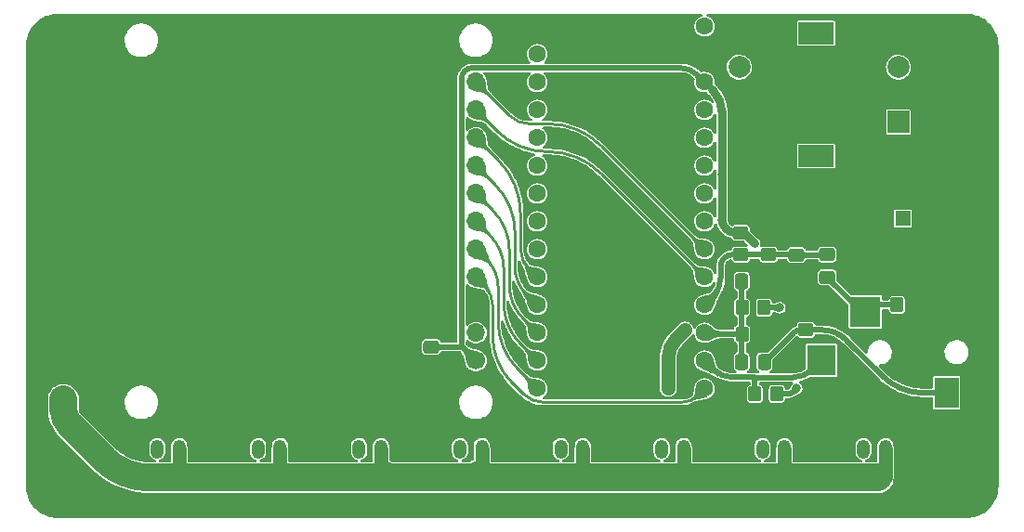
<source format=gtl>
%TF.GenerationSoftware,KiCad,Pcbnew,(6.0.6)*%
%TF.CreationDate,2022-06-26T20:30:04-07:00*%
%TF.ProjectId,led_controller-rounded,6c65645f-636f-46e7-9472-6f6c6c65722d,rev?*%
%TF.SameCoordinates,Original*%
%TF.FileFunction,Copper,L1,Top*%
%TF.FilePolarity,Positive*%
%FSLAX46Y46*%
G04 Gerber Fmt 4.6, Leading zero omitted, Abs format (unit mm)*
G04 Created by KiCad (PCBNEW (6.0.6)) date 2022-06-26 20:30:04*
%MOMM*%
%LPD*%
G01*
G04 APERTURE LIST*
G04 Aperture macros list*
%AMRoundRect*
0 Rectangle with rounded corners*
0 $1 Rounding radius*
0 $2 $3 $4 $5 $6 $7 $8 $9 X,Y pos of 4 corners*
0 Add a 4 corners polygon primitive as box body*
4,1,4,$2,$3,$4,$5,$6,$7,$8,$9,$2,$3,0*
0 Add four circle primitives for the rounded corners*
1,1,$1+$1,$2,$3*
1,1,$1+$1,$4,$5*
1,1,$1+$1,$6,$7*
1,1,$1+$1,$8,$9*
0 Add four rect primitives between the rounded corners*
20,1,$1+$1,$2,$3,$4,$5,0*
20,1,$1+$1,$4,$5,$6,$7,0*
20,1,$1+$1,$6,$7,$8,$9,0*
20,1,$1+$1,$8,$9,$2,$3,0*%
G04 Aperture macros list end*
%TA.AperFunction,SMDPad,CuDef*%
%ADD10RoundRect,0.250000X0.450000X-0.350000X0.450000X0.350000X-0.450000X0.350000X-0.450000X-0.350000X0*%
%TD*%
%TA.AperFunction,ComponentPad*%
%ADD11RoundRect,0.250000X-0.350000X-0.625000X0.350000X-0.625000X0.350000X0.625000X-0.350000X0.625000X0*%
%TD*%
%TA.AperFunction,ComponentPad*%
%ADD12O,1.200000X1.750000*%
%TD*%
%TA.AperFunction,SMDPad,CuDef*%
%ADD13RoundRect,0.250000X-0.350000X-0.450000X0.350000X-0.450000X0.350000X0.450000X-0.350000X0.450000X0*%
%TD*%
%TA.AperFunction,ComponentPad*%
%ADD14R,2.500000X2.500000*%
%TD*%
%TA.AperFunction,ComponentPad*%
%ADD15C,2.500000*%
%TD*%
%TA.AperFunction,SMDPad,CuDef*%
%ADD16RoundRect,0.250000X0.475000X-0.337500X0.475000X0.337500X-0.475000X0.337500X-0.475000X-0.337500X0*%
%TD*%
%TA.AperFunction,SMDPad,CuDef*%
%ADD17RoundRect,0.250000X0.350000X0.450000X-0.350000X0.450000X-0.350000X-0.450000X0.350000X-0.450000X0*%
%TD*%
%TA.AperFunction,ComponentPad*%
%ADD18C,4.500000*%
%TD*%
%TA.AperFunction,SMDPad,CuDef*%
%ADD19RoundRect,0.250000X-0.337500X-0.475000X0.337500X-0.475000X0.337500X0.475000X-0.337500X0.475000X0*%
%TD*%
%TA.AperFunction,ComponentPad*%
%ADD20C,1.700000*%
%TD*%
%TA.AperFunction,ComponentPad*%
%ADD21O,1.700000X1.700000*%
%TD*%
%TA.AperFunction,SMDPad,CuDef*%
%ADD22RoundRect,0.250000X-0.450000X0.350000X-0.450000X-0.350000X0.450000X-0.350000X0.450000X0.350000X0*%
%TD*%
%TA.AperFunction,ComponentPad*%
%ADD23R,2.000000X2.000000*%
%TD*%
%TA.AperFunction,ComponentPad*%
%ADD24C,2.000000*%
%TD*%
%TA.AperFunction,ComponentPad*%
%ADD25R,3.200000X2.000000*%
%TD*%
%TA.AperFunction,ComponentPad*%
%ADD26C,1.600000*%
%TD*%
%TA.AperFunction,ComponentPad*%
%ADD27R,1.378000X1.378000*%
%TD*%
%TA.AperFunction,ComponentPad*%
%ADD28C,1.378000*%
%TD*%
%TA.AperFunction,SMDPad,CuDef*%
%ADD29RoundRect,0.250000X-0.475000X0.337500X-0.475000X-0.337500X0.475000X-0.337500X0.475000X0.337500X0*%
%TD*%
%TA.AperFunction,SMDPad,CuDef*%
%ADD30R,2.200000X2.800000*%
%TD*%
%TA.AperFunction,SMDPad,CuDef*%
%ADD31R,2.800000X2.800000*%
%TD*%
%TA.AperFunction,SMDPad,CuDef*%
%ADD32R,2.600000X2.800000*%
%TD*%
%TA.AperFunction,ComponentPad*%
%ADD33C,0.500000*%
%TD*%
%TA.AperFunction,SMDPad,CuDef*%
%ADD34R,1.780000X2.350000*%
%TD*%
%TA.AperFunction,ViaPad*%
%ADD35C,0.800000*%
%TD*%
%TA.AperFunction,Conductor*%
%ADD36C,0.508000*%
%TD*%
%TA.AperFunction,Conductor*%
%ADD37C,0.762000*%
%TD*%
%TA.AperFunction,Conductor*%
%ADD38C,2.540000*%
%TD*%
%TA.AperFunction,Conductor*%
%ADD39C,1.270000*%
%TD*%
%TA.AperFunction,Conductor*%
%ADD40C,0.254000*%
%TD*%
%TA.AperFunction,Conductor*%
%ADD41C,0.250000*%
%TD*%
G04 APERTURE END LIST*
D10*
X161394500Y-116062000D03*
X161394500Y-114062000D03*
D11*
X127858810Y-126926000D03*
D12*
X129858810Y-126926000D03*
X131858810Y-126926000D03*
D13*
X169688000Y-113792000D03*
X171688000Y-113792000D03*
D14*
X93730000Y-118900000D03*
D15*
X93730000Y-122400000D03*
D11*
X100284922Y-126926000D03*
D12*
X102284922Y-126926000D03*
X104284922Y-126926000D03*
D16*
X127254000Y-117623500D03*
X127254000Y-115548500D03*
D17*
X157568500Y-114046000D03*
X155568500Y-114046000D03*
D18*
X176022000Y-90170000D03*
D11*
X164624000Y-126926000D03*
D12*
X166624000Y-126926000D03*
X168624000Y-126926000D03*
D18*
X93218000Y-130302000D03*
D19*
X155531000Y-111618000D03*
X157606000Y-111618000D03*
D20*
X131318000Y-118872000D03*
D21*
X131318000Y-116332000D03*
X131318000Y-113792000D03*
X131318000Y-111252000D03*
X131318000Y-108712000D03*
X131318000Y-106172000D03*
X131318000Y-103632000D03*
X131318000Y-101092000D03*
X131318000Y-98552000D03*
X131318000Y-96012000D03*
X131318000Y-93472000D03*
D18*
X93218000Y-90170000D03*
D11*
X137050106Y-126926000D03*
D12*
X139050106Y-126926000D03*
X141050106Y-126926000D03*
D22*
X155448000Y-107204000D03*
X155448000Y-109204000D03*
D11*
X146241402Y-126926000D03*
D12*
X148241402Y-126926000D03*
X150241402Y-126926000D03*
D11*
X109476218Y-126926000D03*
D12*
X111476218Y-126926000D03*
X113476218Y-126926000D03*
D19*
X155531000Y-118984000D03*
X157606000Y-118984000D03*
D23*
X169810000Y-97115000D03*
D24*
X169810000Y-92115000D03*
X169810000Y-94615000D03*
D25*
X162310000Y-100215000D03*
X162310000Y-89015000D03*
D24*
X155310000Y-92115000D03*
X155310000Y-97115000D03*
D26*
X136906000Y-88392000D03*
X136906000Y-90932000D03*
X136906000Y-93472000D03*
X136906000Y-96012000D03*
X136906000Y-98552000D03*
X136906000Y-101092000D03*
X136906000Y-103632000D03*
X136906000Y-106172000D03*
X136906000Y-108712000D03*
X136906000Y-111252000D03*
X136906000Y-113792000D03*
X136906000Y-116332000D03*
X136906000Y-118872000D03*
X136906000Y-121412000D03*
X152146000Y-121412000D03*
X152146000Y-118872000D03*
X152146000Y-116332000D03*
X152146000Y-113792000D03*
X152146000Y-111252000D03*
X152146000Y-108712000D03*
X152146000Y-106172000D03*
X152146000Y-103632000D03*
X152146000Y-101092000D03*
X152146000Y-98552000D03*
X152146000Y-96012000D03*
X152146000Y-93472000D03*
X152146000Y-90932000D03*
X152146000Y-88392000D03*
D27*
X170212000Y-105918000D03*
D28*
X170212000Y-108458000D03*
D16*
X160528000Y-109241500D03*
X160528000Y-107166500D03*
D29*
X163322000Y-109198500D03*
X163322000Y-111273500D03*
D13*
X155568500Y-116444000D03*
X157568500Y-116444000D03*
D11*
X118667514Y-126926000D03*
D12*
X120667514Y-126926000D03*
X122667514Y-126926000D03*
D18*
X176022000Y-130302000D03*
D17*
X158734000Y-121920000D03*
X156734000Y-121920000D03*
D30*
X176212500Y-114410000D03*
D31*
X166812500Y-114410000D03*
D30*
X174212500Y-121810000D03*
D32*
X162812500Y-118860000D03*
D10*
X157973000Y-109204000D03*
X157973000Y-107204000D03*
D11*
X155432698Y-126926000D03*
D12*
X157432698Y-126926000D03*
X159432698Y-126926000D03*
D33*
X160660000Y-107097000D03*
X159380000Y-107097000D03*
D34*
X160020000Y-106172000D03*
D33*
X159380000Y-106172000D03*
X160660000Y-106172000D03*
X159380000Y-105247000D03*
X160660000Y-105247000D03*
D35*
X113700000Y-111047000D03*
X116700000Y-93047000D03*
X128700000Y-102047000D03*
X176700000Y-99047000D03*
X164700000Y-99047000D03*
X125700000Y-126047000D03*
X110700000Y-93047000D03*
X104700000Y-111047000D03*
X176700000Y-120047000D03*
X122700000Y-108047000D03*
X98700000Y-90047000D03*
X164700000Y-90047000D03*
X101700000Y-120047000D03*
X98700000Y-111047000D03*
X176700000Y-108047000D03*
X119700000Y-93047000D03*
X173700000Y-105047000D03*
X98700000Y-120047000D03*
X116700000Y-99047000D03*
X173700000Y-93047000D03*
X101700000Y-108047000D03*
X173700000Y-126047000D03*
X122700000Y-96047000D03*
X128700000Y-123047000D03*
X110700000Y-99047000D03*
X176700000Y-111047000D03*
X140716000Y-116840000D03*
X167700000Y-111047000D03*
X125700000Y-90047000D03*
X113700000Y-102047000D03*
X146700000Y-96047000D03*
X119700000Y-108047000D03*
X98700000Y-114047000D03*
X125700000Y-108047000D03*
X116700000Y-114047000D03*
X128700000Y-108047000D03*
X122700000Y-90047000D03*
X125700000Y-111047000D03*
X119700000Y-117047000D03*
X101700000Y-105047000D03*
X104700000Y-114047000D03*
X119700000Y-114047000D03*
X107700000Y-96047000D03*
X110700000Y-120047000D03*
X101700000Y-111047000D03*
X128700000Y-90047000D03*
X176700000Y-126047000D03*
X113700000Y-108047000D03*
X98700000Y-117047000D03*
X125700000Y-99047000D03*
X134700000Y-93047000D03*
X146700000Y-93047000D03*
X104700000Y-102047000D03*
X98700000Y-99047000D03*
X98700000Y-102047000D03*
X116700000Y-111047000D03*
X110700000Y-96047000D03*
X125700000Y-93047000D03*
X122700000Y-111047000D03*
X146700000Y-90047000D03*
X107700000Y-117047000D03*
X101700000Y-96047000D03*
X104700000Y-93047000D03*
X158700000Y-90047000D03*
X119700000Y-90047000D03*
X119700000Y-99047000D03*
X167700000Y-96047000D03*
X173700000Y-114047000D03*
X161700000Y-126047000D03*
X107700000Y-90047000D03*
X107700000Y-93047000D03*
X116700000Y-102047000D03*
X122700000Y-99047000D03*
X107700000Y-105047000D03*
X176700000Y-96047000D03*
X107700000Y-111047000D03*
X170700000Y-111047000D03*
X98700000Y-96047000D03*
X110700000Y-111047000D03*
X113700000Y-114047000D03*
X122700000Y-120047000D03*
X98700000Y-123047000D03*
X101700000Y-99047000D03*
X104700000Y-99047000D03*
X143700000Y-126047000D03*
X110700000Y-108047000D03*
X173700000Y-96047000D03*
X128700000Y-114047000D03*
X119700000Y-111047000D03*
X107700000Y-120047000D03*
X140700000Y-90047000D03*
X107700000Y-108047000D03*
X176700000Y-93047000D03*
X122700000Y-93047000D03*
X140716000Y-114046000D03*
X119700000Y-105047000D03*
X98700000Y-105047000D03*
X98700000Y-108047000D03*
X104700000Y-105047000D03*
X116700000Y-105047000D03*
X173700000Y-108047000D03*
X125700000Y-96047000D03*
X143700000Y-96047000D03*
X116700000Y-96047000D03*
X104700000Y-90047000D03*
X134700000Y-126047000D03*
X116700000Y-90047000D03*
X98700000Y-93047000D03*
X170700000Y-126047000D03*
X122700000Y-102047000D03*
X113700000Y-105047000D03*
X170700000Y-117047000D03*
X107700000Y-114047000D03*
X176700000Y-105047000D03*
X173700000Y-117047000D03*
X113700000Y-99047000D03*
X173700000Y-111047000D03*
X176700000Y-117047000D03*
X101700000Y-93047000D03*
X101700000Y-102047000D03*
X104700000Y-108047000D03*
X107700000Y-102047000D03*
X113700000Y-96047000D03*
X152700000Y-126047000D03*
X113700000Y-90047000D03*
X176700000Y-123047000D03*
X125700000Y-105047000D03*
X125700000Y-102047000D03*
X167700000Y-123047000D03*
X146700000Y-99047000D03*
X170700000Y-102047000D03*
X125700000Y-120047000D03*
X107700000Y-126047000D03*
X122700000Y-114047000D03*
X155700000Y-90047000D03*
X128700000Y-99047000D03*
X170700000Y-120047000D03*
X107700000Y-99047000D03*
X140700000Y-93047000D03*
X143700000Y-90047000D03*
X134700000Y-90047000D03*
X173700000Y-99047000D03*
X128700000Y-96047000D03*
X113700000Y-117047000D03*
X104700000Y-96047000D03*
X113700000Y-93047000D03*
X116700000Y-108047000D03*
X110700000Y-102047000D03*
X122700000Y-105047000D03*
X119700000Y-123047000D03*
X104700000Y-120047000D03*
X110700000Y-90047000D03*
X140700000Y-111047000D03*
X128700000Y-105047000D03*
X170700000Y-129047000D03*
X104700000Y-117047000D03*
X107700000Y-123047000D03*
X119700000Y-96047000D03*
X110700000Y-114047000D03*
X128700000Y-93047000D03*
X116700000Y-126047000D03*
X170700000Y-123047000D03*
X110700000Y-117047000D03*
X101700000Y-117047000D03*
X101700000Y-114047000D03*
X173700000Y-102047000D03*
X116700000Y-120047000D03*
X176700000Y-102047000D03*
X167700000Y-102047000D03*
X128700000Y-111047000D03*
X143700000Y-93047000D03*
X110700000Y-105047000D03*
X125700000Y-114047000D03*
X159004000Y-115824000D03*
X119700000Y-102047000D03*
X159004000Y-114046000D03*
X156718000Y-108204000D03*
X160533714Y-121406286D03*
X153729489Y-101945500D03*
X153729489Y-106071501D03*
X148844000Y-121412000D03*
X150368000Y-116078000D03*
D36*
X152202000Y-116388000D02*
X152146000Y-116332000D01*
X155531000Y-118984000D02*
X155531000Y-111618000D01*
X152337195Y-116444000D02*
X155568500Y-116444000D01*
X152337195Y-116444001D02*
G75*
G02*
X152202000Y-116388000I5J191201D01*
G01*
X160961250Y-116062000D02*
X161394500Y-116062000D01*
X161394500Y-116062000D02*
X162772415Y-116062000D01*
X160221645Y-116368354D02*
X157606000Y-118984000D01*
X172055415Y-121810000D02*
X174212500Y-121810000D01*
X165124664Y-117036333D02*
X168373041Y-120284710D01*
X160221633Y-116368342D02*
G75*
G02*
X160961250Y-116062000I739567J-739558D01*
G01*
X172055415Y-121809978D02*
G75*
G02*
X168373041Y-120284710I-15J5207678D01*
G01*
X162772415Y-116061995D02*
G75*
G02*
X165124663Y-117036334I-15J-3326605D01*
G01*
X152884740Y-113053260D02*
X152146000Y-113792000D01*
X153623480Y-110269302D02*
X153623480Y-111269783D01*
X160554516Y-109241500D02*
X163248594Y-109241500D01*
X163300500Y-109220000D02*
X163322000Y-109198500D01*
X160463983Y-109204000D02*
X155448000Y-109204000D01*
X154688782Y-109204000D02*
X155448000Y-109204000D01*
X160463983Y-109204007D02*
G75*
G02*
X160509250Y-109222750I17J-63993D01*
G01*
X163248594Y-109241497D02*
G75*
G03*
X163300500Y-109220000I6J73397D01*
G01*
X152884741Y-113053261D02*
G75*
G03*
X153623480Y-111269783I-1783441J1783461D01*
G01*
X153623488Y-110269302D02*
G75*
G02*
X153935501Y-109516021I1065312J2D01*
G01*
X153935509Y-109516029D02*
G75*
G02*
X154688782Y-109204000I753291J-753271D01*
G01*
X160554516Y-109241493D02*
G75*
G02*
X160509250Y-109222750I-16J63993D01*
G01*
X167867491Y-113792000D02*
X169688000Y-113792000D01*
X167121499Y-114100999D02*
X166937657Y-114284842D01*
X166333342Y-114284842D02*
X163322000Y-111273500D01*
X167121502Y-114101002D02*
G75*
G02*
X167867491Y-113792000I745998J-745998D01*
G01*
X166635500Y-114410003D02*
G75*
G03*
X166937656Y-114284841I0J427303D01*
G01*
X166635500Y-114410004D02*
G75*
G02*
X166333342Y-114284842I0J427304D01*
G01*
D37*
X154088744Y-106844744D02*
X154094446Y-106850446D01*
X153729489Y-96175184D02*
X153729489Y-100770489D01*
X153729489Y-103056489D02*
X153729489Y-105342489D01*
D36*
X129920579Y-117623500D02*
X127254000Y-117623500D01*
D37*
X153729489Y-100770489D02*
X153729489Y-103056489D01*
D36*
X130014489Y-117529590D02*
X130014489Y-93150112D01*
X137413185Y-92185511D02*
X136398814Y-92185511D01*
X130996112Y-92168489D02*
X136357719Y-92168489D01*
X159656749Y-121920000D02*
X158734000Y-121920000D01*
D37*
X155313000Y-107204000D02*
X154948000Y-107204000D01*
X153729489Y-105342489D02*
X153729489Y-105977424D01*
X155583000Y-107204000D02*
X155313000Y-107204000D01*
X152797755Y-94123755D02*
X152937744Y-94263744D01*
D36*
X151494244Y-92820244D02*
X152797755Y-94123755D01*
X130041994Y-117595994D02*
X131318000Y-118872000D01*
X137454280Y-92168489D02*
X149920767Y-92168489D01*
X159004000Y-114046000D02*
X157568500Y-114046000D01*
X160533714Y-121406286D02*
X160276857Y-121663143D01*
D37*
X155813459Y-107299459D02*
X156718000Y-108204000D01*
D36*
X136398814Y-92185514D02*
G75*
G02*
X136378268Y-92176999I-14J29014D01*
G01*
X159656749Y-121920024D02*
G75*
G03*
X160276857Y-121663143I-49J877024D01*
G01*
X130041989Y-117595999D02*
G75*
G02*
X130014489Y-117529590I66411J66399D01*
G01*
D37*
X154948000Y-107204001D02*
G75*
G02*
X154094447Y-106850445I0J1207101D01*
G01*
D36*
X149920767Y-92168506D02*
G75*
G02*
X151494244Y-92820244I33J-2225194D01*
G01*
X130301996Y-92455996D02*
G75*
G02*
X130996112Y-92168489I694104J-694104D01*
G01*
X137413185Y-92185485D02*
G75*
G03*
X137433733Y-92177000I15J29085D01*
G01*
D37*
X154088749Y-106844739D02*
G75*
G02*
X153729489Y-105977424I867351J867339D01*
G01*
X155583000Y-107203995D02*
G75*
G02*
X155813459Y-107299459I0J-325905D01*
G01*
D36*
X129920579Y-117623487D02*
G75*
G03*
X129986983Y-117595994I21J93887D01*
G01*
X130014487Y-117529590D02*
G75*
G02*
X129986983Y-117595994I-93887J-10D01*
G01*
X137433753Y-92177020D02*
G75*
G02*
X137454280Y-92168489I20547J-20480D01*
G01*
X136357719Y-92168462D02*
G75*
G02*
X136378266Y-92177001I-19J-29038D01*
G01*
X130014495Y-93150112D02*
G75*
G02*
X130302000Y-92456000I981605J12D01*
G01*
X129986984Y-117595995D02*
G75*
G02*
X130041994Y-117595994I27505J-27505D01*
G01*
D37*
X153729498Y-96175184D02*
G75*
G03*
X152937744Y-94263744I-2703198J-16D01*
G01*
D38*
X160020000Y-129540000D02*
X161544000Y-129540000D01*
X114015291Y-129540000D02*
X113568708Y-129540000D01*
D39*
X104284922Y-129292602D02*
X104284922Y-126926000D01*
X141050106Y-128969645D02*
X141050106Y-126926000D01*
X122667514Y-128648060D02*
X122667514Y-126926000D01*
D38*
X93730000Y-123283883D02*
X93730000Y-122400000D01*
X104037524Y-129540000D02*
X101621117Y-129540000D01*
D39*
X149606000Y-116840000D02*
X150368000Y-116078000D01*
D38*
X123559453Y-129540000D02*
X122820546Y-129540000D01*
D39*
X168623996Y-126926010D02*
X168623996Y-129540000D01*
X131858810Y-128616779D02*
X131858810Y-126926000D01*
D38*
X97321114Y-127758880D02*
X94354999Y-124792765D01*
D39*
X148844000Y-121412000D02*
X148844000Y-118679630D01*
D38*
X160020000Y-129540000D02*
X159381530Y-129540000D01*
X104242475Y-129540000D02*
X104037524Y-129540000D01*
X131700410Y-129540000D02*
X130935589Y-129540000D01*
X104242475Y-129540000D02*
X113568708Y-129540000D01*
D39*
X140883053Y-129372947D02*
X140716000Y-129540000D01*
D38*
X160020000Y-129540000D02*
X131700410Y-129540000D01*
D39*
X113476218Y-129000926D02*
X113476218Y-126926000D01*
D38*
X161544000Y-129540000D02*
X160020000Y-129540000D01*
D39*
X159432698Y-129241771D02*
X159432698Y-126926000D01*
D38*
X114015291Y-129540000D02*
X122820546Y-129540000D01*
X161544000Y-129540000D02*
X167988996Y-129540000D01*
X123559453Y-129540000D02*
X130935589Y-129540000D01*
D39*
X150241402Y-126926000D02*
X150241402Y-129158598D01*
X104212465Y-129467543D02*
G75*
G03*
X104284922Y-129292602I-174965J174943D01*
G01*
X131588413Y-129269603D02*
G75*
G03*
X131858810Y-128616779I-652813J652803D01*
G01*
D38*
X94354987Y-124792777D02*
G75*
G02*
X93730000Y-123283883I1508913J1508877D01*
G01*
D39*
X114015291Y-129539998D02*
G75*
G02*
X113634109Y-129382109I9J539098D01*
G01*
D38*
X104212449Y-129467527D02*
G75*
G02*
X104037524Y-129540000I-174949J174927D01*
G01*
D39*
X123559453Y-129540044D02*
G75*
G02*
X122928757Y-129278757I47J891944D01*
G01*
X148844013Y-118679630D02*
G75*
G02*
X149606000Y-116840000I2601587J30D01*
G01*
X104242475Y-129540097D02*
G75*
G02*
X104212461Y-129467539I25J42497D01*
G01*
X131700410Y-129539991D02*
G75*
G02*
X131588406Y-129269596I-10J158391D01*
G01*
X113634120Y-129382098D02*
G75*
G02*
X113476218Y-129000926I381180J381198D01*
G01*
X122928748Y-129278766D02*
G75*
G02*
X122667514Y-128648060I630652J630666D01*
G01*
D38*
X122928694Y-129278820D02*
G75*
G02*
X122820546Y-129540000I-108194J-108180D01*
G01*
X113634116Y-129382102D02*
G75*
G02*
X113568708Y-129540000I-65416J-65398D01*
G01*
D39*
X140883041Y-129372935D02*
G75*
G03*
X141050106Y-128969645I-403341J403335D01*
G01*
D38*
X101621117Y-129539994D02*
G75*
G02*
X97321114Y-127758880I-17J6081094D01*
G01*
X131588406Y-129269596D02*
G75*
G02*
X130935589Y-129540000I-652806J652796D01*
G01*
D36*
X156734000Y-120423313D02*
X156734000Y-121920000D01*
X152908000Y-119634000D02*
X152146000Y-118872000D01*
X154747630Y-120396000D02*
X156706686Y-120396000D01*
X162036500Y-119636000D02*
X162812500Y-118860000D01*
X160163070Y-120412000D02*
X156745313Y-120412000D01*
X156745313Y-120411994D02*
G75*
G02*
X156726000Y-120404000I-13J27294D01*
G01*
X156726004Y-120403996D02*
G75*
G02*
X156734000Y-120423313I-19304J-19304D01*
G01*
X156734000Y-120423313D02*
G75*
G02*
X156745313Y-120412000I11300J13D01*
G01*
X154747630Y-120395987D02*
G75*
G02*
X152908000Y-119634000I-30J2601587D01*
G01*
X160163070Y-120411987D02*
G75*
G03*
X162036500Y-119636000I30J2649387D01*
G01*
X156706686Y-120396006D02*
G75*
G02*
X156726000Y-120404000I14J-27294D01*
G01*
D40*
X137508919Y-122682000D02*
X149977974Y-122682000D01*
X151511000Y-122047000D02*
X152146000Y-121412000D01*
X132842000Y-113853630D02*
X132842000Y-116611528D01*
X132080000Y-112014000D02*
X131318000Y-111252000D01*
X134620000Y-120904000D02*
X135612462Y-121896462D01*
X134620008Y-120903992D02*
G75*
G02*
X132842000Y-116611528I4292492J4292492D01*
G01*
X137508919Y-122681985D02*
G75*
G02*
X135612462Y-121896462I-19J2681985D01*
G01*
X149977974Y-122681989D02*
G75*
G03*
X151511000Y-122047000I26J2167989D01*
G01*
X132841987Y-113853630D02*
G75*
G03*
X132080000Y-112014000I-2601587J30D01*
G01*
X135128000Y-119634000D02*
X136906000Y-121412000D01*
X132334000Y-109728000D02*
X131318000Y-108712000D01*
X133350000Y-115341528D02*
X133350000Y-112180840D01*
X135128008Y-119633992D02*
G75*
G02*
X133350000Y-115341528I4292492J4292492D01*
G01*
X133349983Y-112180840D02*
G75*
G03*
X132334000Y-109728000I-3468783J40D01*
G01*
X132588000Y-107442000D02*
X131318000Y-106172000D01*
X133858000Y-113668738D02*
X133858000Y-110508051D01*
X135382000Y-117348000D02*
X136906000Y-118872000D01*
X135382011Y-117347989D02*
G75*
G02*
X133858000Y-113668738I3679289J3679289D01*
G01*
X133858020Y-110508051D02*
G75*
G03*
X132588000Y-107442000I-4336120J-49D01*
G01*
X132842000Y-105156000D02*
X131318000Y-103632000D01*
X135636000Y-115062000D02*
X136906000Y-116332000D01*
X134366000Y-108835261D02*
X134366000Y-111995948D01*
X134366015Y-108835261D02*
G75*
G03*
X132841999Y-105156001I-5203315J-39D01*
G01*
X135636014Y-115061986D02*
G75*
G02*
X134366000Y-111995948I3066086J3066086D01*
G01*
X135890000Y-112776000D02*
X136906000Y-113792000D01*
X134874000Y-107162471D02*
X134874000Y-110323159D01*
X133096000Y-102870000D02*
X131318000Y-101092000D01*
X134874011Y-107162471D02*
G75*
G03*
X133095999Y-102870001I-6070511J-29D01*
G01*
X135889988Y-112776012D02*
G75*
G02*
X134874000Y-110323159I2452812J2452812D01*
G01*
X135382000Y-108650369D02*
X135382000Y-105489681D01*
X133350000Y-100584000D02*
X131318000Y-98552000D01*
X136144000Y-110490000D02*
X136906000Y-111252000D01*
X136143991Y-110490009D02*
G75*
G02*
X135382000Y-108650369I1839609J1839609D01*
G01*
X135382007Y-105489681D02*
G75*
G03*
X133350000Y-100584000I-6937707J-19D01*
G01*
D41*
X137822076Y-99822000D02*
X137922000Y-99822000D01*
X142691656Y-101797656D02*
X152146000Y-111252000D01*
D40*
X133223000Y-97917000D02*
X131318000Y-96012000D01*
X137822076Y-99822009D02*
G75*
G02*
X133223000Y-97917000I24J6504109D01*
G01*
D41*
X137922000Y-99821997D02*
G75*
G02*
X142691655Y-101797657I0J-6745303D01*
G01*
D40*
X132842000Y-94996000D02*
X131318000Y-93472000D01*
D41*
X136205630Y-97282000D02*
X137922000Y-97282000D01*
X142691656Y-99257656D02*
X152146000Y-108712000D01*
D40*
X132842000Y-94996000D02*
X134366000Y-96520000D01*
D41*
X136205630Y-97281987D02*
G75*
G02*
X134366000Y-96520000I-30J2601587D01*
G01*
X137922000Y-97281997D02*
G75*
G02*
X142691655Y-99257657I0J-6745303D01*
G01*
%TA.AperFunction,Conductor*%
G36*
X131332535Y-103337639D02*
G01*
X132112356Y-103352884D01*
X132120559Y-103356471D01*
X132123348Y-103361272D01*
X132171844Y-103525740D01*
X132172099Y-103526777D01*
X132202707Y-103681418D01*
X132202838Y-103682225D01*
X132220641Y-103823291D01*
X132220679Y-103823635D01*
X132232991Y-103954925D01*
X132247132Y-104079879D01*
X132270451Y-104202054D01*
X132310315Y-104325161D01*
X132374086Y-104452914D01*
X132469130Y-104589025D01*
X132595368Y-104728956D01*
X132598366Y-104737393D01*
X132594954Y-104745065D01*
X132431065Y-104908954D01*
X132422792Y-104912381D01*
X132414956Y-104909368D01*
X132275025Y-104783130D01*
X132138914Y-104688086D01*
X132011161Y-104624315D01*
X132010748Y-104624181D01*
X132010745Y-104624180D01*
X131937751Y-104600544D01*
X131888054Y-104584451D01*
X131765879Y-104561132D01*
X131765675Y-104561109D01*
X131765669Y-104561108D01*
X131640980Y-104546997D01*
X131640963Y-104546995D01*
X131640925Y-104546991D01*
X131509635Y-104534679D01*
X131509320Y-104534644D01*
X131368214Y-104516836D01*
X131367428Y-104516709D01*
X131212771Y-104486098D01*
X131211745Y-104485845D01*
X131047272Y-104437348D01*
X131040306Y-104431721D01*
X131038883Y-104426355D01*
X131034499Y-104202054D01*
X131021278Y-103525740D01*
X131017718Y-103343645D01*
X131020983Y-103335306D01*
X131029645Y-103331718D01*
X131332535Y-103337639D01*
G37*
%TD.AperFunction*%
%TA.AperFunction,Conductor*%
G36*
X160269712Y-121266882D02*
G01*
X160665861Y-121268043D01*
X160674124Y-121271494D01*
X160677504Y-121280472D01*
X160646167Y-121782518D01*
X160642232Y-121790561D01*
X160638318Y-121792845D01*
X160572861Y-121815516D01*
X160509701Y-121844759D01*
X160509483Y-121844884D01*
X160509479Y-121844886D01*
X160453193Y-121877149D01*
X160453176Y-121877160D01*
X160453046Y-121877234D01*
X160399736Y-121912153D01*
X160399690Y-121912185D01*
X160399667Y-121912200D01*
X160346640Y-121948708D01*
X160346500Y-121948802D01*
X160290752Y-121986011D01*
X160290299Y-121986299D01*
X160228641Y-122023478D01*
X160227953Y-122023862D01*
X160157200Y-122060279D01*
X160156382Y-122060661D01*
X160073265Y-122095616D01*
X160072412Y-122095936D01*
X159984816Y-122124988D01*
X159975885Y-122124340D01*
X159969901Y-122117158D01*
X159942646Y-122023682D01*
X159834208Y-121651784D01*
X159835182Y-121642882D01*
X159841589Y-121637461D01*
X159863792Y-121629721D01*
X159896632Y-121618272D01*
X159896947Y-121618118D01*
X159896953Y-121618115D01*
X159950507Y-121591848D01*
X159950513Y-121591845D01*
X159950879Y-121591665D01*
X159951216Y-121591437D01*
X159951220Y-121591434D01*
X159994976Y-121561738D01*
X159994975Y-121561738D01*
X159995343Y-121561489D01*
X160031527Y-121527937D01*
X160060934Y-121491203D01*
X160085066Y-121451479D01*
X160105427Y-121408960D01*
X160123520Y-121363837D01*
X160140848Y-121316305D01*
X160156107Y-121274287D01*
X160162152Y-121267681D01*
X160167138Y-121266581D01*
X160269712Y-121266882D01*
G37*
%TD.AperFunction*%
%TA.AperFunction,Conductor*%
G36*
X131332535Y-105877639D02*
G01*
X132112356Y-105892884D01*
X132120559Y-105896471D01*
X132123348Y-105901272D01*
X132171844Y-106065740D01*
X132172099Y-106066777D01*
X132202707Y-106221418D01*
X132202838Y-106222225D01*
X132220641Y-106363291D01*
X132220679Y-106363635D01*
X132232991Y-106494925D01*
X132247132Y-106619879D01*
X132270451Y-106742054D01*
X132310315Y-106865161D01*
X132374086Y-106992914D01*
X132469130Y-107129025D01*
X132595368Y-107268956D01*
X132598366Y-107277393D01*
X132594954Y-107285065D01*
X132431065Y-107448954D01*
X132422792Y-107452381D01*
X132414956Y-107449368D01*
X132275025Y-107323130D01*
X132138914Y-107228086D01*
X132011161Y-107164315D01*
X132010748Y-107164181D01*
X132010745Y-107164180D01*
X131937751Y-107140544D01*
X131888054Y-107124451D01*
X131765879Y-107101132D01*
X131765675Y-107101109D01*
X131765669Y-107101108D01*
X131640980Y-107086997D01*
X131640963Y-107086995D01*
X131640925Y-107086991D01*
X131509635Y-107074679D01*
X131509320Y-107074644D01*
X131368214Y-107056836D01*
X131367428Y-107056709D01*
X131212771Y-107026098D01*
X131211745Y-107025845D01*
X131047272Y-106977348D01*
X131040306Y-106971721D01*
X131038883Y-106966355D01*
X131034499Y-106742054D01*
X131021278Y-106065740D01*
X131017718Y-105883645D01*
X131020983Y-105875306D01*
X131029645Y-105871718D01*
X131332535Y-105877639D01*
G37*
%TD.AperFunction*%
%TA.AperFunction,Conductor*%
G36*
X135508504Y-112092757D02*
G01*
X135649962Y-112300662D01*
X135650136Y-112300917D01*
X135792941Y-112469211D01*
X135934096Y-112596619D01*
X136077084Y-112691384D01*
X136077452Y-112691559D01*
X136077458Y-112691562D01*
X136225100Y-112761619D01*
X136225387Y-112761755D01*
X136225676Y-112761855D01*
X136225684Y-112761858D01*
X136382311Y-112815916D01*
X136382323Y-112815920D01*
X136382489Y-112815977D01*
X136551872Y-112862297D01*
X136736926Y-112908937D01*
X136737063Y-112908973D01*
X136799304Y-112925798D01*
X136941169Y-112964149D01*
X136941656Y-112964292D01*
X137160546Y-113033770D01*
X137167394Y-113039539D01*
X137168704Y-113044693D01*
X137188604Y-114062677D01*
X137185339Y-114071016D01*
X137176677Y-114074604D01*
X136158456Y-114054699D01*
X136150252Y-114051111D01*
X136147633Y-114046840D01*
X136069221Y-113821076D01*
X136069197Y-113821007D01*
X135999062Y-113621849D01*
X135935329Y-113448269D01*
X135935319Y-113448243D01*
X135935290Y-113448164D01*
X135873364Y-113291327D01*
X135808743Y-113142645D01*
X135736886Y-112993425D01*
X135736848Y-112993353D01*
X135736837Y-112993331D01*
X135653318Y-112835094D01*
X135653254Y-112834972D01*
X135553305Y-112658593D01*
X135432498Y-112455594D01*
X135337604Y-112300917D01*
X135292385Y-112227210D01*
X135290980Y-112218366D01*
X135296195Y-112211147D01*
X135492668Y-112089394D01*
X135501505Y-112087949D01*
X135508504Y-112092757D01*
G37*
%TD.AperFunction*%
%TA.AperFunction,Conductor*%
G36*
X151915206Y-87272502D02*
G01*
X151961699Y-87326158D01*
X151971803Y-87396432D01*
X151942309Y-87461012D01*
X151882583Y-87499396D01*
X151873281Y-87501747D01*
X151864266Y-87503663D01*
X151864263Y-87503664D01*
X151857808Y-87505036D01*
X151851779Y-87507720D01*
X151851777Y-87507721D01*
X151685726Y-87581652D01*
X151685724Y-87581653D01*
X151679696Y-87584337D01*
X151521963Y-87698936D01*
X151517550Y-87703838D01*
X151517548Y-87703839D01*
X151395922Y-87838918D01*
X151391503Y-87843826D01*
X151294019Y-88012674D01*
X151291977Y-88018959D01*
X151251510Y-88143506D01*
X151233771Y-88198100D01*
X151233081Y-88204663D01*
X151233081Y-88204664D01*
X151214081Y-88385435D01*
X151213391Y-88392000D01*
X151233771Y-88585900D01*
X151235811Y-88592178D01*
X151235811Y-88592179D01*
X151246146Y-88623986D01*
X151294019Y-88771326D01*
X151297322Y-88777048D01*
X151297323Y-88777049D01*
X151354113Y-88875413D01*
X151391503Y-88940174D01*
X151521963Y-89085064D01*
X151679695Y-89199663D01*
X151685723Y-89202347D01*
X151685725Y-89202348D01*
X151851777Y-89276279D01*
X151857808Y-89278964D01*
X151953162Y-89299232D01*
X152042059Y-89318128D01*
X152042063Y-89318128D01*
X152048516Y-89319500D01*
X152243484Y-89319500D01*
X152249937Y-89318128D01*
X152249941Y-89318128D01*
X152338838Y-89299232D01*
X152434192Y-89278964D01*
X152440223Y-89276279D01*
X152606275Y-89202348D01*
X152606277Y-89202347D01*
X152612305Y-89199663D01*
X152770037Y-89085064D01*
X152900497Y-88940174D01*
X152937887Y-88875413D01*
X152994677Y-88777049D01*
X152994678Y-88777048D01*
X152997981Y-88771326D01*
X153045854Y-88623986D01*
X153056189Y-88592179D01*
X153056189Y-88592178D01*
X153058229Y-88585900D01*
X153078609Y-88392000D01*
X153077919Y-88385435D01*
X153058919Y-88204664D01*
X153058919Y-88204663D01*
X153058229Y-88198100D01*
X153040491Y-88143506D01*
X153000023Y-88018959D01*
X152997981Y-88012674D01*
X152900497Y-87843826D01*
X152896078Y-87838918D01*
X152774452Y-87703839D01*
X152774450Y-87703838D01*
X152770037Y-87698936D01*
X152612305Y-87584337D01*
X152606277Y-87581653D01*
X152606275Y-87581652D01*
X152440223Y-87507721D01*
X152440222Y-87507721D01*
X152434192Y-87505036D01*
X152427737Y-87503664D01*
X152427734Y-87503663D01*
X152418719Y-87501747D01*
X152356245Y-87468019D01*
X152321924Y-87405870D01*
X152326651Y-87335031D01*
X152368926Y-87277993D01*
X152435327Y-87252865D01*
X152444915Y-87252500D01*
X175988231Y-87252500D01*
X175990586Y-87252810D01*
X176005976Y-87252810D01*
X176022000Y-87257104D01*
X176033388Y-87254053D01*
X176036118Y-87254854D01*
X176036205Y-87253298D01*
X176341595Y-87270448D01*
X176355627Y-87272029D01*
X176509930Y-87298246D01*
X176664229Y-87324463D01*
X176678004Y-87327607D01*
X176978791Y-87414262D01*
X176992128Y-87418929D01*
X177102147Y-87464500D01*
X177281323Y-87538717D01*
X177294046Y-87544844D01*
X177360645Y-87581652D01*
X177568014Y-87696261D01*
X177579978Y-87703779D01*
X177835256Y-87884910D01*
X177846302Y-87893719D01*
X178079707Y-88102301D01*
X178089699Y-88112293D01*
X178298281Y-88345698D01*
X178307090Y-88356744D01*
X178488221Y-88612022D01*
X178495739Y-88623986D01*
X178588270Y-88791407D01*
X178647154Y-88897950D01*
X178653283Y-88910677D01*
X178665501Y-88940174D01*
X178773071Y-89199872D01*
X178777738Y-89213209D01*
X178864393Y-89513996D01*
X178867537Y-89527771D01*
X178900243Y-89720261D01*
X178919970Y-89836368D01*
X178921552Y-89850405D01*
X178935378Y-90096606D01*
X178938702Y-90155795D01*
X178937468Y-90155864D01*
X178938051Y-90158226D01*
X178934896Y-90170000D01*
X178939190Y-90186024D01*
X178939190Y-90201414D01*
X178939500Y-90203769D01*
X178939499Y-130268231D01*
X178939189Y-130270586D01*
X178939189Y-130285976D01*
X178934895Y-130302000D01*
X178937946Y-130313388D01*
X178937145Y-130316118D01*
X178938701Y-130316205D01*
X178921551Y-130621591D01*
X178919970Y-130635627D01*
X178897901Y-130765512D01*
X178867536Y-130944229D01*
X178864392Y-130958004D01*
X178777737Y-131258791D01*
X178773070Y-131272128D01*
X178699090Y-131450732D01*
X178653282Y-131561322D01*
X178647155Y-131574045D01*
X178555575Y-131739747D01*
X178495739Y-131848011D01*
X178488222Y-131859974D01*
X178307090Y-132115257D01*
X178298280Y-132126305D01*
X178089698Y-132359707D01*
X178079707Y-132369698D01*
X177846305Y-132578280D01*
X177835257Y-132587090D01*
X177579974Y-132768222D01*
X177568011Y-132775739D01*
X177294047Y-132927154D01*
X177281322Y-132933282D01*
X177170732Y-132979090D01*
X176992128Y-133053070D01*
X176978791Y-133057737D01*
X176678004Y-133144392D01*
X176664229Y-133147536D01*
X176509930Y-133173753D01*
X176355627Y-133199970D01*
X176341595Y-133201551D01*
X176036205Y-133218701D01*
X176036136Y-133217466D01*
X176033772Y-133218049D01*
X176022000Y-133214895D01*
X176005978Y-133219188D01*
X175990594Y-133219188D01*
X175988225Y-133219500D01*
X93251769Y-133219500D01*
X93249414Y-133219190D01*
X93234024Y-133219190D01*
X93218000Y-133214896D01*
X93206612Y-133217947D01*
X93203882Y-133217146D01*
X93203795Y-133218702D01*
X92898405Y-133201552D01*
X92884373Y-133199971D01*
X92730070Y-133173754D01*
X92575771Y-133147537D01*
X92561996Y-133144393D01*
X92261209Y-133057738D01*
X92247872Y-133053071D01*
X92070083Y-132979429D01*
X91958677Y-132933283D01*
X91945954Y-132927156D01*
X91671986Y-132775739D01*
X91660022Y-132768221D01*
X91404744Y-132587090D01*
X91393698Y-132578281D01*
X91160293Y-132369699D01*
X91150301Y-132359707D01*
X90941719Y-132126302D01*
X90932910Y-132115256D01*
X90751779Y-131859978D01*
X90744261Y-131848014D01*
X90605302Y-131596587D01*
X90592844Y-131574046D01*
X90586715Y-131561319D01*
X90466929Y-131272128D01*
X90462262Y-131258791D01*
X90375607Y-130958004D01*
X90372463Y-130944229D01*
X90342098Y-130765512D01*
X90320029Y-130635627D01*
X90318448Y-130621591D01*
X90301298Y-130316205D01*
X90302532Y-130316136D01*
X90301949Y-130313774D01*
X90305104Y-130302000D01*
X90300810Y-130285976D01*
X90300810Y-130270586D01*
X90300500Y-130268231D01*
X90300500Y-123283872D01*
X92327710Y-123283872D01*
X92327985Y-123287213D01*
X92327985Y-123287227D01*
X92328860Y-123297875D01*
X92329132Y-123302016D01*
X92341501Y-123553826D01*
X92345263Y-123630425D01*
X92345717Y-123633485D01*
X92345717Y-123633486D01*
X92394322Y-123961167D01*
X92396172Y-123973642D01*
X92396922Y-123976638D01*
X92396923Y-123976641D01*
X92449820Y-124187824D01*
X92480476Y-124310216D01*
X92597364Y-124636906D01*
X92745710Y-124950566D01*
X92924085Y-125248175D01*
X92925925Y-125250656D01*
X93128928Y-125524380D01*
X93128934Y-125524387D01*
X93130773Y-125526867D01*
X93132854Y-125529163D01*
X93264389Y-125674294D01*
X93269603Y-125680430D01*
X93271948Y-125683376D01*
X93274314Y-125686786D01*
X93277104Y-125689853D01*
X93277107Y-125689856D01*
X93290051Y-125704082D01*
X93290063Y-125704095D01*
X93291057Y-125705187D01*
X93295792Y-125709922D01*
X93306660Y-125722314D01*
X93314118Y-125732034D01*
X93314128Y-125732046D01*
X93316164Y-125734699D01*
X93363418Y-125784322D01*
X93365971Y-125786487D01*
X93365974Y-125786490D01*
X93404064Y-125818793D01*
X93411663Y-125825793D01*
X96261915Y-128676045D01*
X96272783Y-128688437D01*
X96280245Y-128698162D01*
X96280253Y-128698172D01*
X96282290Y-128700826D01*
X96329545Y-128750448D01*
X96339286Y-128758708D01*
X96343925Y-128762843D01*
X96687477Y-129084615D01*
X97065981Y-129395245D01*
X97067637Y-129396431D01*
X97067640Y-129396434D01*
X97462320Y-129679258D01*
X97462329Y-129679264D01*
X97463991Y-129680455D01*
X97879803Y-129939023D01*
X98311636Y-130169842D01*
X98757640Y-130371924D01*
X99215907Y-130544403D01*
X99217854Y-130544994D01*
X99217864Y-130544997D01*
X99516650Y-130635632D01*
X99684472Y-130686540D01*
X100161331Y-130797727D01*
X100386479Y-130834898D01*
X100642411Y-130877152D01*
X100642415Y-130877153D01*
X100644441Y-130877487D01*
X100646484Y-130877688D01*
X100646490Y-130877689D01*
X101067538Y-130919158D01*
X101131733Y-130925480D01*
X101133794Y-130925547D01*
X101133802Y-130925548D01*
X101532704Y-130938606D01*
X101545022Y-130939616D01*
X101549299Y-130940179D01*
X101549301Y-130940179D01*
X101552619Y-130940616D01*
X101555969Y-130940698D01*
X101555971Y-130940698D01*
X101617757Y-130942208D01*
X101617761Y-130942208D01*
X101621121Y-130942290D01*
X101674222Y-130937924D01*
X101684547Y-130937500D01*
X103937163Y-130937500D01*
X103953596Y-130938576D01*
X103957541Y-130939095D01*
X103969158Y-130940623D01*
X104001639Y-130941413D01*
X104034313Y-130942209D01*
X104034321Y-130942209D01*
X104037660Y-130942290D01*
X104041001Y-130942015D01*
X104041002Y-130942015D01*
X104082188Y-130938625D01*
X104090693Y-130937925D01*
X104101028Y-130937500D01*
X113468348Y-130937500D01*
X113484768Y-130938575D01*
X113500327Y-130940622D01*
X113532903Y-130941415D01*
X113565483Y-130942209D01*
X113565492Y-130942209D01*
X113568829Y-130942290D01*
X113572170Y-130942015D01*
X113572172Y-130942015D01*
X113601378Y-130939611D01*
X113620785Y-130938014D01*
X113622388Y-130937888D01*
X113632268Y-130937500D01*
X122720342Y-130937500D01*
X122736751Y-130938573D01*
X122749145Y-130940201D01*
X122749146Y-130940201D01*
X122752465Y-130940637D01*
X122755813Y-130940718D01*
X122755816Y-130940718D01*
X122817603Y-130942209D01*
X122817607Y-130942209D01*
X122820968Y-130942290D01*
X122873841Y-130937927D01*
X122884202Y-130937500D01*
X130835151Y-130937500D01*
X130851598Y-130938578D01*
X130867070Y-130940615D01*
X130870418Y-130940697D01*
X130870420Y-130940697D01*
X130932208Y-130942208D01*
X130932213Y-130942208D01*
X130935572Y-130942290D01*
X130942122Y-130941752D01*
X130977410Y-130938851D01*
X130980666Y-130938625D01*
X130993094Y-130937927D01*
X130997174Y-130937698D01*
X131004237Y-130937500D01*
X168048546Y-130937500D01*
X168130833Y-130930518D01*
X168220000Y-130922952D01*
X168220004Y-130922951D01*
X168225311Y-130922501D01*
X168230466Y-130921163D01*
X168230472Y-130921162D01*
X168449699Y-130864262D01*
X168449698Y-130864262D01*
X168454870Y-130862920D01*
X168606539Y-130794598D01*
X168666246Y-130767702D01*
X168666249Y-130767701D01*
X168671107Y-130765512D01*
X168867841Y-130633063D01*
X169039446Y-130469360D01*
X169181016Y-130279083D01*
X169185337Y-130270586D01*
X169286083Y-130072432D01*
X169286083Y-130072431D01*
X169288502Y-130067674D01*
X169328787Y-129937935D01*
X169357247Y-129846281D01*
X169357248Y-129846275D01*
X169358831Y-129841178D01*
X169389992Y-129606069D01*
X169386585Y-129515314D01*
X169386496Y-129510587D01*
X169386496Y-126881485D01*
X169371097Y-126749403D01*
X169359061Y-126716244D01*
X169351500Y-126673253D01*
X169351500Y-126608517D01*
X169336808Y-126482499D01*
X169307879Y-126402800D01*
X169281422Y-126329914D01*
X169281422Y-126329913D01*
X169278926Y-126323038D01*
X169185912Y-126181168D01*
X169062757Y-126064502D01*
X168916065Y-125979297D01*
X168909061Y-125977176D01*
X168909057Y-125977174D01*
X168760712Y-125932245D01*
X168760713Y-125932245D01*
X168753706Y-125930123D01*
X168584390Y-125919619D01*
X168577174Y-125920859D01*
X168577172Y-125920859D01*
X168424414Y-125947108D01*
X168417198Y-125948348D01*
X168261100Y-126014768D01*
X168255212Y-126019101D01*
X168255207Y-126019104D01*
X168130367Y-126110976D01*
X168130363Y-126110980D01*
X168124468Y-126115318D01*
X168014633Y-126244603D01*
X167937485Y-126395687D01*
X167897163Y-126560468D01*
X167896500Y-126571156D01*
X167896500Y-126675725D01*
X167892889Y-126705673D01*
X167862192Y-126831122D01*
X167861496Y-126842340D01*
X167861496Y-128016500D01*
X167841494Y-128084621D01*
X167787838Y-128131114D01*
X167735496Y-128142500D01*
X166887404Y-128142500D01*
X166819283Y-128122498D01*
X166772790Y-128068842D01*
X166762686Y-127998568D01*
X166792180Y-127933988D01*
X166838071Y-127900559D01*
X166980169Y-127840096D01*
X166986900Y-127837232D01*
X166992788Y-127832899D01*
X166992793Y-127832896D01*
X167117633Y-127741024D01*
X167117637Y-127741020D01*
X167123532Y-127736682D01*
X167233367Y-127607397D01*
X167310515Y-127456313D01*
X167350837Y-127291532D01*
X167351500Y-127280844D01*
X167351500Y-126608517D01*
X167336808Y-126482499D01*
X167307879Y-126402800D01*
X167281422Y-126329914D01*
X167281422Y-126329913D01*
X167278926Y-126323038D01*
X167185912Y-126181168D01*
X167062757Y-126064502D01*
X166916065Y-125979297D01*
X166909061Y-125977176D01*
X166909057Y-125977174D01*
X166760712Y-125932245D01*
X166760713Y-125932245D01*
X166753706Y-125930123D01*
X166584390Y-125919619D01*
X166577174Y-125920859D01*
X166577172Y-125920859D01*
X166424414Y-125947108D01*
X166417198Y-125948348D01*
X166261100Y-126014768D01*
X166255212Y-126019101D01*
X166255207Y-126019104D01*
X166130367Y-126110976D01*
X166130363Y-126110980D01*
X166124468Y-126115318D01*
X166014633Y-126244603D01*
X165937485Y-126395687D01*
X165897163Y-126560468D01*
X165896500Y-126571156D01*
X165896500Y-127243483D01*
X165911192Y-127369501D01*
X165913688Y-127376376D01*
X165913688Y-127376378D01*
X165962938Y-127512058D01*
X165969074Y-127528962D01*
X166062088Y-127670832D01*
X166185243Y-127787498D01*
X166331935Y-127872703D01*
X166408560Y-127895910D01*
X166467957Y-127934799D01*
X166496900Y-127999628D01*
X166486200Y-128069814D01*
X166439253Y-128123073D01*
X166372035Y-128142500D01*
X160321198Y-128142500D01*
X160253077Y-128122498D01*
X160206584Y-128068842D01*
X160195198Y-128016500D01*
X160195198Y-126881475D01*
X160179799Y-126749393D01*
X160167759Y-126716223D01*
X160160198Y-126673232D01*
X160160198Y-126608517D01*
X160145506Y-126482499D01*
X160116577Y-126402800D01*
X160090120Y-126329914D01*
X160090120Y-126329913D01*
X160087624Y-126323038D01*
X159994610Y-126181168D01*
X159871455Y-126064502D01*
X159724763Y-125979297D01*
X159717759Y-125977176D01*
X159717755Y-125977174D01*
X159569410Y-125932245D01*
X159569411Y-125932245D01*
X159562404Y-125930123D01*
X159393088Y-125919619D01*
X159385872Y-125920859D01*
X159385870Y-125920859D01*
X159233112Y-125947108D01*
X159225896Y-125948348D01*
X159069798Y-126014768D01*
X159063910Y-126019101D01*
X159063905Y-126019104D01*
X158939065Y-126110976D01*
X158939061Y-126110980D01*
X158933166Y-126115318D01*
X158823331Y-126244603D01*
X158746183Y-126395687D01*
X158705861Y-126560468D01*
X158705198Y-126571156D01*
X158705198Y-126675731D01*
X158701588Y-126705673D01*
X158670894Y-126831112D01*
X158670546Y-126836714D01*
X158670546Y-126836727D01*
X158670198Y-126842330D01*
X158670198Y-128016500D01*
X158650196Y-128084621D01*
X158596540Y-128131114D01*
X158544198Y-128142500D01*
X157696102Y-128142500D01*
X157627981Y-128122498D01*
X157581488Y-128068842D01*
X157571384Y-127998568D01*
X157600878Y-127933988D01*
X157646769Y-127900559D01*
X157788867Y-127840096D01*
X157795598Y-127837232D01*
X157801486Y-127832899D01*
X157801491Y-127832896D01*
X157926331Y-127741024D01*
X157926335Y-127741020D01*
X157932230Y-127736682D01*
X158042065Y-127607397D01*
X158119213Y-127456313D01*
X158159535Y-127291532D01*
X158160198Y-127280844D01*
X158160198Y-126608517D01*
X158145506Y-126482499D01*
X158116577Y-126402800D01*
X158090120Y-126329914D01*
X158090120Y-126329913D01*
X158087624Y-126323038D01*
X157994610Y-126181168D01*
X157871455Y-126064502D01*
X157724763Y-125979297D01*
X157717759Y-125977176D01*
X157717755Y-125977174D01*
X157569410Y-125932245D01*
X157569411Y-125932245D01*
X157562404Y-125930123D01*
X157393088Y-125919619D01*
X157385872Y-125920859D01*
X157385870Y-125920859D01*
X157233112Y-125947108D01*
X157225896Y-125948348D01*
X157069798Y-126014768D01*
X157063910Y-126019101D01*
X157063905Y-126019104D01*
X156939065Y-126110976D01*
X156939061Y-126110980D01*
X156933166Y-126115318D01*
X156823331Y-126244603D01*
X156746183Y-126395687D01*
X156705861Y-126560468D01*
X156705198Y-126571156D01*
X156705198Y-127243483D01*
X156719890Y-127369501D01*
X156722386Y-127376376D01*
X156722386Y-127376378D01*
X156771636Y-127512058D01*
X156777772Y-127528962D01*
X156870786Y-127670832D01*
X156993941Y-127787498D01*
X157140633Y-127872703D01*
X157217258Y-127895910D01*
X157276655Y-127934799D01*
X157305598Y-127999628D01*
X157294898Y-128069814D01*
X157247951Y-128123073D01*
X157180733Y-128142500D01*
X151129902Y-128142500D01*
X151061781Y-128122498D01*
X151015288Y-128068842D01*
X151003902Y-128016500D01*
X151003902Y-126881475D01*
X150988503Y-126749393D01*
X150976463Y-126716223D01*
X150968902Y-126673232D01*
X150968902Y-126608517D01*
X150954210Y-126482499D01*
X150925281Y-126402800D01*
X150898824Y-126329914D01*
X150898824Y-126329913D01*
X150896328Y-126323038D01*
X150803314Y-126181168D01*
X150680159Y-126064502D01*
X150533467Y-125979297D01*
X150526463Y-125977176D01*
X150526459Y-125977174D01*
X150378114Y-125932245D01*
X150378115Y-125932245D01*
X150371108Y-125930123D01*
X150201792Y-125919619D01*
X150194576Y-125920859D01*
X150194574Y-125920859D01*
X150041816Y-125947108D01*
X150034600Y-125948348D01*
X149878502Y-126014768D01*
X149872614Y-126019101D01*
X149872609Y-126019104D01*
X149747769Y-126110976D01*
X149747765Y-126110980D01*
X149741870Y-126115318D01*
X149632035Y-126244603D01*
X149554887Y-126395687D01*
X149514565Y-126560468D01*
X149513902Y-126571156D01*
X149513902Y-126675731D01*
X149510292Y-126705673D01*
X149479598Y-126831112D01*
X149479250Y-126836714D01*
X149479250Y-126836727D01*
X149478902Y-126842330D01*
X149478902Y-128016500D01*
X149458900Y-128084621D01*
X149405244Y-128131114D01*
X149352902Y-128142500D01*
X148504806Y-128142500D01*
X148436685Y-128122498D01*
X148390192Y-128068842D01*
X148380088Y-127998568D01*
X148409582Y-127933988D01*
X148455473Y-127900559D01*
X148597571Y-127840096D01*
X148604302Y-127837232D01*
X148610190Y-127832899D01*
X148610195Y-127832896D01*
X148735035Y-127741024D01*
X148735039Y-127741020D01*
X148740934Y-127736682D01*
X148850769Y-127607397D01*
X148927917Y-127456313D01*
X148968239Y-127291532D01*
X148968902Y-127280844D01*
X148968902Y-126608517D01*
X148954210Y-126482499D01*
X148925281Y-126402800D01*
X148898824Y-126329914D01*
X148898824Y-126329913D01*
X148896328Y-126323038D01*
X148803314Y-126181168D01*
X148680159Y-126064502D01*
X148533467Y-125979297D01*
X148526463Y-125977176D01*
X148526459Y-125977174D01*
X148378114Y-125932245D01*
X148378115Y-125932245D01*
X148371108Y-125930123D01*
X148201792Y-125919619D01*
X148194576Y-125920859D01*
X148194574Y-125920859D01*
X148041816Y-125947108D01*
X148034600Y-125948348D01*
X147878502Y-126014768D01*
X147872614Y-126019101D01*
X147872609Y-126019104D01*
X147747769Y-126110976D01*
X147747765Y-126110980D01*
X147741870Y-126115318D01*
X147632035Y-126244603D01*
X147554887Y-126395687D01*
X147514565Y-126560468D01*
X147513902Y-126571156D01*
X147513902Y-127243483D01*
X147528594Y-127369501D01*
X147531090Y-127376376D01*
X147531090Y-127376378D01*
X147580340Y-127512058D01*
X147586476Y-127528962D01*
X147679490Y-127670832D01*
X147802645Y-127787498D01*
X147949337Y-127872703D01*
X148025962Y-127895910D01*
X148085359Y-127934799D01*
X148114302Y-127999628D01*
X148103602Y-128069814D01*
X148056655Y-128123073D01*
X147989437Y-128142500D01*
X141938606Y-128142500D01*
X141870485Y-128122498D01*
X141823992Y-128068842D01*
X141812606Y-128016500D01*
X141812606Y-126881475D01*
X141797207Y-126749393D01*
X141785167Y-126716223D01*
X141777606Y-126673232D01*
X141777606Y-126608517D01*
X141762914Y-126482499D01*
X141733985Y-126402800D01*
X141707528Y-126329914D01*
X141707528Y-126329913D01*
X141705032Y-126323038D01*
X141612018Y-126181168D01*
X141488863Y-126064502D01*
X141342171Y-125979297D01*
X141335167Y-125977176D01*
X141335163Y-125977174D01*
X141186818Y-125932245D01*
X141186819Y-125932245D01*
X141179812Y-125930123D01*
X141010496Y-125919619D01*
X141003280Y-125920859D01*
X141003278Y-125920859D01*
X140850520Y-125947108D01*
X140843304Y-125948348D01*
X140687206Y-126014768D01*
X140681318Y-126019101D01*
X140681313Y-126019104D01*
X140556473Y-126110976D01*
X140556469Y-126110980D01*
X140550574Y-126115318D01*
X140440739Y-126244603D01*
X140363591Y-126395687D01*
X140323269Y-126560468D01*
X140322606Y-126571156D01*
X140322606Y-126675731D01*
X140318996Y-126705673D01*
X140288302Y-126831112D01*
X140287954Y-126836714D01*
X140287954Y-126836727D01*
X140287606Y-126842330D01*
X140287606Y-128016500D01*
X140267604Y-128084621D01*
X140213948Y-128131114D01*
X140161606Y-128142500D01*
X139313510Y-128142500D01*
X139245389Y-128122498D01*
X139198896Y-128068842D01*
X139188792Y-127998568D01*
X139218286Y-127933988D01*
X139264177Y-127900559D01*
X139406275Y-127840096D01*
X139413006Y-127837232D01*
X139418894Y-127832899D01*
X139418899Y-127832896D01*
X139543739Y-127741024D01*
X139543743Y-127741020D01*
X139549638Y-127736682D01*
X139659473Y-127607397D01*
X139736621Y-127456313D01*
X139776943Y-127291532D01*
X139777606Y-127280844D01*
X139777606Y-126608517D01*
X139762914Y-126482499D01*
X139733985Y-126402800D01*
X139707528Y-126329914D01*
X139707528Y-126329913D01*
X139705032Y-126323038D01*
X139612018Y-126181168D01*
X139488863Y-126064502D01*
X139342171Y-125979297D01*
X139335167Y-125977176D01*
X139335163Y-125977174D01*
X139186818Y-125932245D01*
X139186819Y-125932245D01*
X139179812Y-125930123D01*
X139010496Y-125919619D01*
X139003280Y-125920859D01*
X139003278Y-125920859D01*
X138850520Y-125947108D01*
X138843304Y-125948348D01*
X138687206Y-126014768D01*
X138681318Y-126019101D01*
X138681313Y-126019104D01*
X138556473Y-126110976D01*
X138556469Y-126110980D01*
X138550574Y-126115318D01*
X138440739Y-126244603D01*
X138363591Y-126395687D01*
X138323269Y-126560468D01*
X138322606Y-126571156D01*
X138322606Y-127243483D01*
X138337298Y-127369501D01*
X138339794Y-127376376D01*
X138339794Y-127376378D01*
X138389044Y-127512058D01*
X138395180Y-127528962D01*
X138488194Y-127670832D01*
X138611349Y-127787498D01*
X138758041Y-127872703D01*
X138834666Y-127895910D01*
X138894063Y-127934799D01*
X138923006Y-127999628D01*
X138912306Y-128069814D01*
X138865359Y-128123073D01*
X138798141Y-128142500D01*
X132747310Y-128142500D01*
X132679189Y-128122498D01*
X132632696Y-128068842D01*
X132621310Y-128016500D01*
X132621310Y-126881475D01*
X132605911Y-126749393D01*
X132593871Y-126716223D01*
X132586310Y-126673232D01*
X132586310Y-126608517D01*
X132571618Y-126482499D01*
X132542689Y-126402800D01*
X132516232Y-126329914D01*
X132516232Y-126329913D01*
X132513736Y-126323038D01*
X132420722Y-126181168D01*
X132297567Y-126064502D01*
X132150875Y-125979297D01*
X132143871Y-125977176D01*
X132143867Y-125977174D01*
X131995522Y-125932245D01*
X131995523Y-125932245D01*
X131988516Y-125930123D01*
X131819200Y-125919619D01*
X131811984Y-125920859D01*
X131811982Y-125920859D01*
X131659224Y-125947108D01*
X131652008Y-125948348D01*
X131495910Y-126014768D01*
X131490022Y-126019101D01*
X131490017Y-126019104D01*
X131365177Y-126110976D01*
X131365173Y-126110980D01*
X131359278Y-126115318D01*
X131249443Y-126244603D01*
X131172295Y-126395687D01*
X131131973Y-126560468D01*
X131131310Y-126571156D01*
X131131310Y-126675731D01*
X131127700Y-126705673D01*
X131097006Y-126831112D01*
X131096658Y-126836714D01*
X131096658Y-126836727D01*
X131096310Y-126842330D01*
X131096310Y-127873400D01*
X131076308Y-127941521D01*
X131022652Y-127988014D01*
X131013613Y-127991725D01*
X131005059Y-127994855D01*
X131005054Y-127994857D01*
X131000202Y-127996633D01*
X130961227Y-128018684D01*
X130804693Y-128107247D01*
X130804689Y-128107250D01*
X130800192Y-128109794D01*
X130796168Y-128113041D01*
X130796162Y-128113045D01*
X130794290Y-128114556D01*
X130793389Y-128114930D01*
X130791894Y-128115946D01*
X130791684Y-128115637D01*
X130728716Y-128141769D01*
X130715164Y-128142500D01*
X130122214Y-128142500D01*
X130054093Y-128122498D01*
X130007600Y-128068842D01*
X129997496Y-127998568D01*
X130026990Y-127933988D01*
X130072881Y-127900559D01*
X130214979Y-127840096D01*
X130221710Y-127837232D01*
X130227598Y-127832899D01*
X130227603Y-127832896D01*
X130352443Y-127741024D01*
X130352447Y-127741020D01*
X130358342Y-127736682D01*
X130468177Y-127607397D01*
X130545325Y-127456313D01*
X130585647Y-127291532D01*
X130586310Y-127280844D01*
X130586310Y-126608517D01*
X130571618Y-126482499D01*
X130542689Y-126402800D01*
X130516232Y-126329914D01*
X130516232Y-126329913D01*
X130513736Y-126323038D01*
X130420722Y-126181168D01*
X130297567Y-126064502D01*
X130150875Y-125979297D01*
X130143871Y-125977176D01*
X130143867Y-125977174D01*
X129995522Y-125932245D01*
X129995523Y-125932245D01*
X129988516Y-125930123D01*
X129819200Y-125919619D01*
X129811984Y-125920859D01*
X129811982Y-125920859D01*
X129659224Y-125947108D01*
X129652008Y-125948348D01*
X129495910Y-126014768D01*
X129490022Y-126019101D01*
X129490017Y-126019104D01*
X129365177Y-126110976D01*
X129365173Y-126110980D01*
X129359278Y-126115318D01*
X129249443Y-126244603D01*
X129172295Y-126395687D01*
X129131973Y-126560468D01*
X129131310Y-126571156D01*
X129131310Y-127243483D01*
X129146002Y-127369501D01*
X129148498Y-127376376D01*
X129148498Y-127376378D01*
X129197748Y-127512058D01*
X129203884Y-127528962D01*
X129296898Y-127670832D01*
X129420053Y-127787498D01*
X129566745Y-127872703D01*
X129643370Y-127895910D01*
X129702767Y-127934799D01*
X129731710Y-127999628D01*
X129721010Y-128069814D01*
X129674063Y-128123073D01*
X129606845Y-128142500D01*
X123786470Y-128142500D01*
X123721756Y-128124612D01*
X123552395Y-128023236D01*
X123552396Y-128023236D01*
X123547958Y-128020580D01*
X123543153Y-128018687D01*
X123543147Y-128018684D01*
X123509827Y-128005557D01*
X123453780Y-127961977D01*
X123430014Y-127888327D01*
X123430014Y-126881475D01*
X123414615Y-126749393D01*
X123402575Y-126716223D01*
X123395014Y-126673232D01*
X123395014Y-126608517D01*
X123380322Y-126482499D01*
X123351393Y-126402800D01*
X123324936Y-126329914D01*
X123324936Y-126329913D01*
X123322440Y-126323038D01*
X123229426Y-126181168D01*
X123106271Y-126064502D01*
X122959579Y-125979297D01*
X122952575Y-125977176D01*
X122952571Y-125977174D01*
X122804226Y-125932245D01*
X122804227Y-125932245D01*
X122797220Y-125930123D01*
X122627904Y-125919619D01*
X122620688Y-125920859D01*
X122620686Y-125920859D01*
X122467928Y-125947108D01*
X122460712Y-125948348D01*
X122304614Y-126014768D01*
X122298726Y-126019101D01*
X122298721Y-126019104D01*
X122173881Y-126110976D01*
X122173877Y-126110980D01*
X122167982Y-126115318D01*
X122058147Y-126244603D01*
X121980999Y-126395687D01*
X121940677Y-126560468D01*
X121940014Y-126571156D01*
X121940014Y-126675731D01*
X121936404Y-126705673D01*
X121905710Y-126831112D01*
X121905362Y-126836714D01*
X121905362Y-126836727D01*
X121905014Y-126842330D01*
X121905014Y-128016500D01*
X121885012Y-128084621D01*
X121831356Y-128131114D01*
X121779014Y-128142500D01*
X120930918Y-128142500D01*
X120862797Y-128122498D01*
X120816304Y-128068842D01*
X120806200Y-127998568D01*
X120835694Y-127933988D01*
X120881585Y-127900559D01*
X121023683Y-127840096D01*
X121030414Y-127837232D01*
X121036302Y-127832899D01*
X121036307Y-127832896D01*
X121161147Y-127741024D01*
X121161151Y-127741020D01*
X121167046Y-127736682D01*
X121276881Y-127607397D01*
X121354029Y-127456313D01*
X121394351Y-127291532D01*
X121395014Y-127280844D01*
X121395014Y-126608517D01*
X121380322Y-126482499D01*
X121351393Y-126402800D01*
X121324936Y-126329914D01*
X121324936Y-126329913D01*
X121322440Y-126323038D01*
X121229426Y-126181168D01*
X121106271Y-126064502D01*
X120959579Y-125979297D01*
X120952575Y-125977176D01*
X120952571Y-125977174D01*
X120804226Y-125932245D01*
X120804227Y-125932245D01*
X120797220Y-125930123D01*
X120627904Y-125919619D01*
X120620688Y-125920859D01*
X120620686Y-125920859D01*
X120467928Y-125947108D01*
X120460712Y-125948348D01*
X120304614Y-126014768D01*
X120298726Y-126019101D01*
X120298721Y-126019104D01*
X120173881Y-126110976D01*
X120173877Y-126110980D01*
X120167982Y-126115318D01*
X120058147Y-126244603D01*
X119980999Y-126395687D01*
X119940677Y-126560468D01*
X119940014Y-126571156D01*
X119940014Y-127243483D01*
X119954706Y-127369501D01*
X119957202Y-127376376D01*
X119957202Y-127376378D01*
X120006452Y-127512058D01*
X120012588Y-127528962D01*
X120105602Y-127670832D01*
X120228757Y-127787498D01*
X120375449Y-127872703D01*
X120452074Y-127895910D01*
X120511471Y-127934799D01*
X120540414Y-127999628D01*
X120529714Y-128069814D01*
X120482767Y-128123073D01*
X120415549Y-128142500D01*
X114364718Y-128142500D01*
X114296597Y-128122498D01*
X114250104Y-128068842D01*
X114238718Y-128016500D01*
X114238718Y-126881475D01*
X114223319Y-126749393D01*
X114211279Y-126716223D01*
X114203718Y-126673232D01*
X114203718Y-126608517D01*
X114189026Y-126482499D01*
X114160097Y-126402800D01*
X114133640Y-126329914D01*
X114133640Y-126329913D01*
X114131144Y-126323038D01*
X114038130Y-126181168D01*
X113914975Y-126064502D01*
X113768283Y-125979297D01*
X113761279Y-125977176D01*
X113761275Y-125977174D01*
X113612930Y-125932245D01*
X113612931Y-125932245D01*
X113605924Y-125930123D01*
X113436608Y-125919619D01*
X113429392Y-125920859D01*
X113429390Y-125920859D01*
X113276632Y-125947108D01*
X113269416Y-125948348D01*
X113113318Y-126014768D01*
X113107430Y-126019101D01*
X113107425Y-126019104D01*
X112982585Y-126110976D01*
X112982581Y-126110980D01*
X112976686Y-126115318D01*
X112866851Y-126244603D01*
X112789703Y-126395687D01*
X112749381Y-126560468D01*
X112748718Y-126571156D01*
X112748718Y-126675731D01*
X112745108Y-126705673D01*
X112714414Y-126831112D01*
X112714066Y-126836714D01*
X112714066Y-126836727D01*
X112713718Y-126842330D01*
X112713718Y-128016500D01*
X112693716Y-128084621D01*
X112640060Y-128131114D01*
X112587718Y-128142500D01*
X111739622Y-128142500D01*
X111671501Y-128122498D01*
X111625008Y-128068842D01*
X111614904Y-127998568D01*
X111644398Y-127933988D01*
X111690289Y-127900559D01*
X111832387Y-127840096D01*
X111839118Y-127837232D01*
X111845006Y-127832899D01*
X111845011Y-127832896D01*
X111969851Y-127741024D01*
X111969855Y-127741020D01*
X111975750Y-127736682D01*
X112085585Y-127607397D01*
X112162733Y-127456313D01*
X112203055Y-127291532D01*
X112203718Y-127280844D01*
X112203718Y-126608517D01*
X112189026Y-126482499D01*
X112160097Y-126402800D01*
X112133640Y-126329914D01*
X112133640Y-126329913D01*
X112131144Y-126323038D01*
X112038130Y-126181168D01*
X111914975Y-126064502D01*
X111768283Y-125979297D01*
X111761279Y-125977176D01*
X111761275Y-125977174D01*
X111612930Y-125932245D01*
X111612931Y-125932245D01*
X111605924Y-125930123D01*
X111436608Y-125919619D01*
X111429392Y-125920859D01*
X111429390Y-125920859D01*
X111276632Y-125947108D01*
X111269416Y-125948348D01*
X111113318Y-126014768D01*
X111107430Y-126019101D01*
X111107425Y-126019104D01*
X110982585Y-126110976D01*
X110982581Y-126110980D01*
X110976686Y-126115318D01*
X110866851Y-126244603D01*
X110789703Y-126395687D01*
X110749381Y-126560468D01*
X110748718Y-126571156D01*
X110748718Y-127243483D01*
X110763410Y-127369501D01*
X110765906Y-127376376D01*
X110765906Y-127376378D01*
X110815156Y-127512058D01*
X110821292Y-127528962D01*
X110914306Y-127670832D01*
X111037461Y-127787498D01*
X111184153Y-127872703D01*
X111260778Y-127895910D01*
X111320175Y-127934799D01*
X111349118Y-127999628D01*
X111338418Y-128069814D01*
X111291471Y-128123073D01*
X111224253Y-128142500D01*
X105173422Y-128142500D01*
X105105301Y-128122498D01*
X105058808Y-128068842D01*
X105047422Y-128016500D01*
X105047422Y-126881475D01*
X105032023Y-126749393D01*
X105019983Y-126716223D01*
X105012422Y-126673232D01*
X105012422Y-126608517D01*
X104997730Y-126482499D01*
X104968801Y-126402800D01*
X104942344Y-126329914D01*
X104942344Y-126329913D01*
X104939848Y-126323038D01*
X104846834Y-126181168D01*
X104723679Y-126064502D01*
X104576987Y-125979297D01*
X104569983Y-125977176D01*
X104569979Y-125977174D01*
X104421634Y-125932245D01*
X104421635Y-125932245D01*
X104414628Y-125930123D01*
X104245312Y-125919619D01*
X104238096Y-125920859D01*
X104238094Y-125920859D01*
X104085336Y-125947108D01*
X104078120Y-125948348D01*
X103922022Y-126014768D01*
X103916134Y-126019101D01*
X103916129Y-126019104D01*
X103791289Y-126110976D01*
X103791285Y-126110980D01*
X103785390Y-126115318D01*
X103675555Y-126244603D01*
X103598407Y-126395687D01*
X103558085Y-126560468D01*
X103557422Y-126571156D01*
X103557422Y-126675731D01*
X103553812Y-126705673D01*
X103523118Y-126831112D01*
X103522770Y-126836714D01*
X103522770Y-126836727D01*
X103522422Y-126842330D01*
X103522422Y-128016500D01*
X103502420Y-128084621D01*
X103448764Y-128131114D01*
X103396422Y-128142500D01*
X102548326Y-128142500D01*
X102480205Y-128122498D01*
X102433712Y-128068842D01*
X102423608Y-127998568D01*
X102453102Y-127933988D01*
X102498993Y-127900559D01*
X102641091Y-127840096D01*
X102647822Y-127837232D01*
X102653710Y-127832899D01*
X102653715Y-127832896D01*
X102778555Y-127741024D01*
X102778559Y-127741020D01*
X102784454Y-127736682D01*
X102894289Y-127607397D01*
X102971437Y-127456313D01*
X103011759Y-127291532D01*
X103012422Y-127280844D01*
X103012422Y-126608517D01*
X102997730Y-126482499D01*
X102968801Y-126402800D01*
X102942344Y-126329914D01*
X102942344Y-126329913D01*
X102939848Y-126323038D01*
X102846834Y-126181168D01*
X102723679Y-126064502D01*
X102576987Y-125979297D01*
X102569983Y-125977176D01*
X102569979Y-125977174D01*
X102421634Y-125932245D01*
X102421635Y-125932245D01*
X102414628Y-125930123D01*
X102245312Y-125919619D01*
X102238096Y-125920859D01*
X102238094Y-125920859D01*
X102085336Y-125947108D01*
X102078120Y-125948348D01*
X101922022Y-126014768D01*
X101916134Y-126019101D01*
X101916129Y-126019104D01*
X101791289Y-126110976D01*
X101791285Y-126110980D01*
X101785390Y-126115318D01*
X101675555Y-126244603D01*
X101598407Y-126395687D01*
X101558085Y-126560468D01*
X101557422Y-126571156D01*
X101557422Y-127243483D01*
X101572114Y-127369501D01*
X101574610Y-127376376D01*
X101574610Y-127376378D01*
X101623860Y-127512058D01*
X101629996Y-127528962D01*
X101723010Y-127670832D01*
X101846165Y-127787498D01*
X101992857Y-127872703D01*
X102069482Y-127895910D01*
X102128879Y-127934799D01*
X102157822Y-127999628D01*
X102147122Y-128069814D01*
X102100175Y-128123073D01*
X102032957Y-128142500D01*
X101702994Y-128142500D01*
X101689606Y-128141787D01*
X101686583Y-128141464D01*
X101655374Y-128138129D01*
X101650222Y-128138426D01*
X101650219Y-128138426D01*
X101635066Y-128139300D01*
X101603894Y-128141097D01*
X101591161Y-128141186D01*
X101218404Y-128124912D01*
X101207455Y-128123954D01*
X101200763Y-128123073D01*
X100813255Y-128072058D01*
X100802446Y-128070151D01*
X100414275Y-127984097D01*
X100403659Y-127981252D01*
X100024474Y-127861697D01*
X100014152Y-127857941D01*
X99646798Y-127705778D01*
X99636854Y-127701140D01*
X99284187Y-127517553D01*
X99274668Y-127512058D01*
X98939338Y-127298430D01*
X98930334Y-127292125D01*
X98614909Y-127050090D01*
X98606489Y-127043025D01*
X98527604Y-126970741D01*
X98355656Y-126813180D01*
X98342727Y-126799411D01*
X98336613Y-126791834D01*
X98282626Y-126743733D01*
X98277351Y-126738753D01*
X95401083Y-123862485D01*
X95392119Y-123852513D01*
X95373751Y-123829749D01*
X95370509Y-123825731D01*
X95340669Y-123799144D01*
X95327089Y-123785000D01*
X95259476Y-123702611D01*
X95245753Y-123682073D01*
X95189402Y-123576644D01*
X95179951Y-123553826D01*
X95145250Y-123439432D01*
X95140431Y-123415205D01*
X95132671Y-123336401D01*
X95132091Y-123330512D01*
X95131696Y-123319795D01*
X95131871Y-123318155D01*
X95127709Y-123245959D01*
X95127500Y-123238707D01*
X95127500Y-122735237D01*
X99313482Y-122735237D01*
X99314063Y-122740257D01*
X99314063Y-122740261D01*
X99321456Y-122804155D01*
X99341605Y-122978294D01*
X99342984Y-122983168D01*
X99342985Y-122983172D01*
X99406848Y-123208859D01*
X99408226Y-123213728D01*
X99410360Y-123218303D01*
X99410362Y-123218310D01*
X99465942Y-123337500D01*
X99511632Y-123435482D01*
X99649161Y-123637851D01*
X99652638Y-123641528D01*
X99652643Y-123641534D01*
X99747333Y-123741665D01*
X99817277Y-123815628D01*
X99821303Y-123818706D01*
X99821304Y-123818707D01*
X100007633Y-123961167D01*
X100007637Y-123961170D01*
X100011653Y-123964240D01*
X100016111Y-123966630D01*
X100016112Y-123966631D01*
X100034781Y-123976641D01*
X100227289Y-124079863D01*
X100458637Y-124159522D01*
X100463620Y-124160383D01*
X100463625Y-124160384D01*
X100622486Y-124187824D01*
X100699745Y-124201169D01*
X100703702Y-124201349D01*
X100703705Y-124201349D01*
X100727637Y-124202436D01*
X100727656Y-124202436D01*
X100729056Y-124202500D01*
X100899485Y-124202500D01*
X100901993Y-124202298D01*
X100901998Y-124202298D01*
X101076848Y-124188230D01*
X101076852Y-124188229D01*
X101081890Y-124187824D01*
X101086798Y-124186618D01*
X101086801Y-124186618D01*
X101314592Y-124130667D01*
X101319506Y-124129460D01*
X101324158Y-124127485D01*
X101324162Y-124127484D01*
X101540076Y-124035834D01*
X101544734Y-124033857D01*
X101645211Y-123970583D01*
X101747500Y-123906168D01*
X101747503Y-123906166D01*
X101751779Y-123903473D01*
X101835403Y-123829749D01*
X101931518Y-123745013D01*
X101931521Y-123745010D01*
X101935315Y-123741665D01*
X101967394Y-123702611D01*
X102087412Y-123556499D01*
X102087414Y-123556496D01*
X102090620Y-123552593D01*
X102158780Y-123435482D01*
X102211156Y-123345492D01*
X102211157Y-123345490D01*
X102213698Y-123341124D01*
X102249607Y-123247578D01*
X102299568Y-123117426D01*
X102299569Y-123117423D01*
X102301383Y-123112697D01*
X102351418Y-122873189D01*
X102354098Y-122814186D01*
X102357683Y-122735237D01*
X129793482Y-122735237D01*
X129794063Y-122740257D01*
X129794063Y-122740261D01*
X129801456Y-122804155D01*
X129821605Y-122978294D01*
X129822984Y-122983168D01*
X129822985Y-122983172D01*
X129886848Y-123208859D01*
X129888226Y-123213728D01*
X129890360Y-123218303D01*
X129890362Y-123218310D01*
X129945942Y-123337500D01*
X129991632Y-123435482D01*
X130129161Y-123637851D01*
X130132638Y-123641528D01*
X130132643Y-123641534D01*
X130227333Y-123741665D01*
X130297277Y-123815628D01*
X130301303Y-123818706D01*
X130301304Y-123818707D01*
X130487633Y-123961167D01*
X130487637Y-123961170D01*
X130491653Y-123964240D01*
X130496111Y-123966630D01*
X130496112Y-123966631D01*
X130514781Y-123976641D01*
X130707289Y-124079863D01*
X130938637Y-124159522D01*
X130943620Y-124160383D01*
X130943625Y-124160384D01*
X131102486Y-124187824D01*
X131179745Y-124201169D01*
X131183702Y-124201349D01*
X131183705Y-124201349D01*
X131207637Y-124202436D01*
X131207656Y-124202436D01*
X131209056Y-124202500D01*
X131379485Y-124202500D01*
X131381993Y-124202298D01*
X131381998Y-124202298D01*
X131556848Y-124188230D01*
X131556852Y-124188229D01*
X131561890Y-124187824D01*
X131566798Y-124186618D01*
X131566801Y-124186618D01*
X131794592Y-124130667D01*
X131799506Y-124129460D01*
X131804158Y-124127485D01*
X131804162Y-124127484D01*
X132020076Y-124035834D01*
X132024734Y-124033857D01*
X132125211Y-123970583D01*
X132227500Y-123906168D01*
X132227503Y-123906166D01*
X132231779Y-123903473D01*
X132315403Y-123829749D01*
X132411518Y-123745013D01*
X132411521Y-123745010D01*
X132415315Y-123741665D01*
X132447394Y-123702611D01*
X132567412Y-123556499D01*
X132567414Y-123556496D01*
X132570620Y-123552593D01*
X132638780Y-123435482D01*
X132691156Y-123345492D01*
X132691157Y-123345490D01*
X132693698Y-123341124D01*
X132729607Y-123247578D01*
X132779568Y-123117426D01*
X132779569Y-123117423D01*
X132781383Y-123112697D01*
X132831418Y-122873189D01*
X132834098Y-122814186D01*
X132838498Y-122717280D01*
X132842518Y-122628763D01*
X132838393Y-122593107D01*
X132819933Y-122433571D01*
X132814395Y-122385706D01*
X132808997Y-122366627D01*
X132749152Y-122155141D01*
X132749151Y-122155139D01*
X132747774Y-122150272D01*
X132745640Y-122145697D01*
X132745638Y-122145690D01*
X132646504Y-121933099D01*
X132644368Y-121928518D01*
X132640417Y-121922703D01*
X132578388Y-121831431D01*
X132506839Y-121726149D01*
X132503362Y-121722472D01*
X132503357Y-121722466D01*
X132342205Y-121552054D01*
X132342204Y-121552053D01*
X132338723Y-121548372D01*
X132323445Y-121536691D01*
X132148367Y-121402833D01*
X132148363Y-121402830D01*
X132144347Y-121399760D01*
X132132820Y-121393579D01*
X131933174Y-121286530D01*
X131928711Y-121284137D01*
X131697363Y-121204478D01*
X131692380Y-121203617D01*
X131692375Y-121203616D01*
X131473316Y-121165778D01*
X131456255Y-121162831D01*
X131452298Y-121162651D01*
X131452295Y-121162651D01*
X131428363Y-121161564D01*
X131428344Y-121161564D01*
X131426944Y-121161500D01*
X131256515Y-121161500D01*
X131254007Y-121161702D01*
X131254002Y-121161702D01*
X131079152Y-121175770D01*
X131079148Y-121175771D01*
X131074110Y-121176176D01*
X131069202Y-121177382D01*
X131069199Y-121177382D01*
X130880354Y-121223767D01*
X130836494Y-121234540D01*
X130831842Y-121236515D01*
X130831838Y-121236516D01*
X130703585Y-121290956D01*
X130611266Y-121330143D01*
X130547698Y-121370174D01*
X130408500Y-121457832D01*
X130408497Y-121457834D01*
X130404221Y-121460527D01*
X130400427Y-121463872D01*
X130224482Y-121618987D01*
X130224479Y-121618990D01*
X130220685Y-121622335D01*
X130217475Y-121626243D01*
X130217474Y-121626244D01*
X130077174Y-121797049D01*
X130065380Y-121811407D01*
X130011236Y-121904435D01*
X129994554Y-121933099D01*
X129942302Y-122022876D01*
X129940489Y-122027599D01*
X129865900Y-122221911D01*
X129854617Y-122251303D01*
X129804582Y-122490811D01*
X129804353Y-122495861D01*
X129804352Y-122495866D01*
X129799951Y-122592790D01*
X129793482Y-122735237D01*
X102357683Y-122735237D01*
X102358498Y-122717280D01*
X102362518Y-122628763D01*
X102358393Y-122593107D01*
X102339933Y-122433571D01*
X102334395Y-122385706D01*
X102328997Y-122366627D01*
X102269152Y-122155141D01*
X102269151Y-122155139D01*
X102267774Y-122150272D01*
X102265640Y-122145697D01*
X102265638Y-122145690D01*
X102166504Y-121933099D01*
X102164368Y-121928518D01*
X102160417Y-121922703D01*
X102098388Y-121831431D01*
X102026839Y-121726149D01*
X102023362Y-121722472D01*
X102023357Y-121722466D01*
X101862205Y-121552054D01*
X101862204Y-121552053D01*
X101858723Y-121548372D01*
X101843445Y-121536691D01*
X101668367Y-121402833D01*
X101668363Y-121402830D01*
X101664347Y-121399760D01*
X101652820Y-121393579D01*
X101453174Y-121286530D01*
X101448711Y-121284137D01*
X101217363Y-121204478D01*
X101212380Y-121203617D01*
X101212375Y-121203616D01*
X100993316Y-121165778D01*
X100976255Y-121162831D01*
X100972298Y-121162651D01*
X100972295Y-121162651D01*
X100948363Y-121161564D01*
X100948344Y-121161564D01*
X100946944Y-121161500D01*
X100776515Y-121161500D01*
X100774007Y-121161702D01*
X100774002Y-121161702D01*
X100599152Y-121175770D01*
X100599148Y-121175771D01*
X100594110Y-121176176D01*
X100589202Y-121177382D01*
X100589199Y-121177382D01*
X100400354Y-121223767D01*
X100356494Y-121234540D01*
X100351842Y-121236515D01*
X100351838Y-121236516D01*
X100223585Y-121290956D01*
X100131266Y-121330143D01*
X100067698Y-121370174D01*
X99928500Y-121457832D01*
X99928497Y-121457834D01*
X99924221Y-121460527D01*
X99920427Y-121463872D01*
X99744482Y-121618987D01*
X99744479Y-121618990D01*
X99740685Y-121622335D01*
X99737475Y-121626243D01*
X99737474Y-121626244D01*
X99597174Y-121797049D01*
X99585380Y-121811407D01*
X99531236Y-121904435D01*
X99514554Y-121933099D01*
X99462302Y-122022876D01*
X99460489Y-122027599D01*
X99385900Y-122221911D01*
X99374617Y-122251303D01*
X99324582Y-122490811D01*
X99324353Y-122495861D01*
X99324352Y-122495866D01*
X99319951Y-122592790D01*
X99313482Y-122735237D01*
X95127500Y-122735237D01*
X95127500Y-122340450D01*
X95120518Y-122258163D01*
X95112952Y-122168996D01*
X95112951Y-122168992D01*
X95112501Y-122163685D01*
X95111163Y-122158530D01*
X95111162Y-122158524D01*
X95054262Y-121939297D01*
X95052920Y-121934126D01*
X94972563Y-121755741D01*
X94957702Y-121722750D01*
X94957701Y-121722747D01*
X94955512Y-121717889D01*
X94823063Y-121521155D01*
X94812843Y-121510441D01*
X94735783Y-121429662D01*
X94659360Y-121349550D01*
X94469083Y-121207980D01*
X94464332Y-121205564D01*
X94464328Y-121205562D01*
X94262432Y-121102913D01*
X94262431Y-121102913D01*
X94257674Y-121100494D01*
X94136380Y-121062831D01*
X94036281Y-121031749D01*
X94036275Y-121031748D01*
X94031178Y-121030165D01*
X93914374Y-121014684D01*
X93801354Y-120999704D01*
X93801349Y-120999704D01*
X93796069Y-120999004D01*
X93790740Y-120999204D01*
X93790738Y-120999204D01*
X93677570Y-121003453D01*
X93559072Y-121007901D01*
X93326962Y-121056603D01*
X93322006Y-121058560D01*
X93322000Y-121058562D01*
X93190588Y-121110460D01*
X93106376Y-121143717D01*
X93019860Y-121196216D01*
X92908182Y-121263983D01*
X92908179Y-121263985D01*
X92903621Y-121266751D01*
X92899593Y-121270246D01*
X92899592Y-121270247D01*
X92733386Y-121414474D01*
X92724495Y-121422189D01*
X92718342Y-121429693D01*
X92577503Y-121601457D01*
X92577499Y-121601463D01*
X92574119Y-121605585D01*
X92456794Y-121811696D01*
X92375873Y-122034629D01*
X92333672Y-122268008D01*
X92333477Y-122272149D01*
X92333476Y-122272155D01*
X92332875Y-122284900D01*
X92332500Y-122292859D01*
X92332500Y-123183451D01*
X92331422Y-123199898D01*
X92329385Y-123215370D01*
X92327710Y-123283872D01*
X90300500Y-123283872D01*
X90300500Y-117250219D01*
X126401500Y-117250219D01*
X126401501Y-117996780D01*
X126412422Y-118070979D01*
X126439417Y-118125962D01*
X126462951Y-118173893D01*
X126467810Y-118183790D01*
X126556753Y-118272578D01*
X126584641Y-118286210D01*
X126660439Y-118323261D01*
X126669661Y-118327769D01*
X126679336Y-118329180D01*
X126679338Y-118329181D01*
X126738693Y-118337840D01*
X126738697Y-118337840D01*
X126743219Y-118338500D01*
X127252052Y-118338500D01*
X127764780Y-118338499D01*
X127838979Y-118327578D01*
X127903077Y-118296107D01*
X127942442Y-118276780D01*
X127942443Y-118276779D01*
X127951790Y-118272190D01*
X128025348Y-118198504D01*
X128033222Y-118190616D01*
X128033222Y-118190615D01*
X128040578Y-118183247D01*
X128093165Y-118075666D01*
X128141051Y-118023250D01*
X128206365Y-118005000D01*
X129845450Y-118005000D01*
X129913571Y-118025002D01*
X129937773Y-118045254D01*
X129961950Y-118071285D01*
X129970640Y-118080642D01*
X129977914Y-118089210D01*
X130062606Y-118198504D01*
X130070292Y-118209603D01*
X130129198Y-118305240D01*
X130136108Y-118318063D01*
X130177514Y-118406853D01*
X130182512Y-118419251D01*
X130213576Y-118509933D01*
X130216385Y-118519305D01*
X130242402Y-118620240D01*
X130243491Y-118624820D01*
X130268868Y-118741328D01*
X130268884Y-118741402D01*
X130268917Y-118741557D01*
X130268944Y-118741680D01*
X130268969Y-118741795D01*
X130268990Y-118741891D01*
X130274095Y-118765088D01*
X130297762Y-118872634D01*
X130298313Y-118875028D01*
X130298405Y-118875412D01*
X130298891Y-118877376D01*
X130298954Y-118877621D01*
X130298966Y-118877670D01*
X130325352Y-118980826D01*
X130335758Y-119021508D01*
X130336699Y-119024990D01*
X130336872Y-119025597D01*
X130337887Y-119028984D01*
X130337990Y-119029312D01*
X130338002Y-119029351D01*
X130384150Y-119176275D01*
X130386144Y-119182625D01*
X130387622Y-119185938D01*
X130387628Y-119185953D01*
X130393697Y-119199553D01*
X130399753Y-119216168D01*
X130404746Y-119233583D01*
X130407558Y-119239055D01*
X130407559Y-119239057D01*
X130471402Y-119363283D01*
X130492370Y-119404082D01*
X130496193Y-119408906D01*
X130496196Y-119408910D01*
X130564257Y-119494781D01*
X130611443Y-119554314D01*
X130616137Y-119558308D01*
X130616137Y-119558309D01*
X130719214Y-119646034D01*
X130757428Y-119678557D01*
X130924765Y-119772079D01*
X131107081Y-119831317D01*
X131297430Y-119854015D01*
X131303565Y-119853543D01*
X131303567Y-119853543D01*
X131482420Y-119839781D01*
X131482424Y-119839780D01*
X131488562Y-119839308D01*
X131673199Y-119787756D01*
X131844305Y-119701324D01*
X131860571Y-119688616D01*
X131990509Y-119587097D01*
X131995365Y-119583303D01*
X132009496Y-119566932D01*
X132116595Y-119442857D01*
X132116596Y-119442855D01*
X132120624Y-119438189D01*
X132215312Y-119271509D01*
X132275821Y-119089612D01*
X132299847Y-118899425D01*
X132300230Y-118872000D01*
X132281524Y-118681217D01*
X132226117Y-118497701D01*
X132211382Y-118469988D01*
X132139014Y-118333884D01*
X132139012Y-118333881D01*
X132136120Y-118328442D01*
X132089755Y-118271593D01*
X132018856Y-118184661D01*
X132018854Y-118184659D01*
X132014962Y-118179887D01*
X131911862Y-118094595D01*
X131872006Y-118061623D01*
X131872002Y-118061621D01*
X131867256Y-118057694D01*
X131698629Y-117966518D01*
X131660531Y-117954725D01*
X131637316Y-117944898D01*
X131634067Y-117943121D01*
X131634061Y-117943118D01*
X131628625Y-117940144D01*
X131622720Y-117938289D01*
X131622717Y-117938288D01*
X131475351Y-117892002D01*
X131475312Y-117891990D01*
X131474984Y-117891887D01*
X131474672Y-117891793D01*
X131474615Y-117891776D01*
X131472957Y-117891280D01*
X131471597Y-117890872D01*
X131470990Y-117890699D01*
X131467508Y-117889758D01*
X131467094Y-117889652D01*
X131323670Y-117852966D01*
X131323621Y-117852954D01*
X131323376Y-117852891D01*
X131323138Y-117852832D01*
X131323074Y-117852816D01*
X131322107Y-117852577D01*
X131321412Y-117852405D01*
X131321028Y-117852313D01*
X131318634Y-117851762D01*
X131318409Y-117851712D01*
X131318345Y-117851698D01*
X131187705Y-117822949D01*
X131187427Y-117822888D01*
X131147026Y-117814088D01*
X131070842Y-117797494D01*
X131066210Y-117796393D01*
X130995616Y-117778198D01*
X130965317Y-117770388D01*
X130955946Y-117767580D01*
X130865251Y-117736512D01*
X130852853Y-117731514D01*
X130764063Y-117690108D01*
X130751240Y-117683198D01*
X130655603Y-117624292D01*
X130644504Y-117616606D01*
X130551324Y-117544401D01*
X130535209Y-117531913D01*
X130526655Y-117524652D01*
X130436241Y-117440679D01*
X130399941Y-117379666D01*
X130395989Y-117348357D01*
X130395989Y-117102200D01*
X130415991Y-117034079D01*
X130469647Y-116987586D01*
X130539921Y-116977482D01*
X130604501Y-117006976D01*
X130609020Y-117011257D01*
X130611443Y-117014314D01*
X130757428Y-117138557D01*
X130924765Y-117232079D01*
X131107081Y-117291317D01*
X131297430Y-117314015D01*
X131303565Y-117313543D01*
X131303567Y-117313543D01*
X131482420Y-117299781D01*
X131482424Y-117299780D01*
X131488562Y-117299308D01*
X131673199Y-117247756D01*
X131844305Y-117161324D01*
X131869600Y-117141562D01*
X131990509Y-117047097D01*
X131995365Y-117043303D01*
X132010190Y-117026128D01*
X132116595Y-116902857D01*
X132116596Y-116902855D01*
X132120624Y-116898189D01*
X132215312Y-116731509D01*
X132275821Y-116549612D01*
X132299847Y-116359425D01*
X132300230Y-116332000D01*
X132281524Y-116141217D01*
X132226117Y-115957701D01*
X132210185Y-115927738D01*
X132139014Y-115793884D01*
X132139012Y-115793881D01*
X132136120Y-115788442D01*
X132091135Y-115733285D01*
X132018856Y-115644661D01*
X132018854Y-115644659D01*
X132014962Y-115639887D01*
X131926900Y-115567036D01*
X131872006Y-115521623D01*
X131872002Y-115521621D01*
X131867256Y-115517694D01*
X131698629Y-115426518D01*
X131578322Y-115389277D01*
X131521392Y-115371654D01*
X131521389Y-115371653D01*
X131515505Y-115369832D01*
X131509380Y-115369188D01*
X131509379Y-115369188D01*
X131330985Y-115350438D01*
X131330984Y-115350438D01*
X131324857Y-115349794D01*
X131250324Y-115356577D01*
X131140087Y-115366609D01*
X131140084Y-115366610D01*
X131133948Y-115367168D01*
X131128042Y-115368906D01*
X131128038Y-115368907D01*
X131025153Y-115399188D01*
X130950050Y-115421292D01*
X130944590Y-115424146D01*
X130944591Y-115424146D01*
X130785627Y-115507250D01*
X130785623Y-115507253D01*
X130780167Y-115510105D01*
X130775367Y-115513965D01*
X130775366Y-115513965D01*
X130747083Y-115536705D01*
X130630770Y-115630223D01*
X130626811Y-115634941D01*
X130626806Y-115634946D01*
X130618511Y-115644832D01*
X130559402Y-115684159D01*
X130488414Y-115685286D01*
X130428087Y-115647856D01*
X130397572Y-115583751D01*
X130395989Y-115563842D01*
X130395989Y-112022200D01*
X130415991Y-111954079D01*
X130469647Y-111907586D01*
X130539921Y-111897482D01*
X130604501Y-111926976D01*
X130609020Y-111931257D01*
X130611443Y-111934314D01*
X130757428Y-112058557D01*
X130762805Y-112061562D01*
X130919389Y-112149075D01*
X130919394Y-112149077D01*
X130924765Y-112152079D01*
X130930623Y-112153982D01*
X130930622Y-112153982D01*
X130975958Y-112168713D01*
X130995549Y-112176965D01*
X131004311Y-112181561D01*
X131004316Y-112181563D01*
X131009795Y-112184437D01*
X131113530Y-112215027D01*
X131191270Y-112237952D01*
X131191296Y-112237959D01*
X131191895Y-112238136D01*
X131195342Y-112239076D01*
X131196514Y-112239396D01*
X131196530Y-112239400D01*
X131197171Y-112239575D01*
X131198101Y-112239808D01*
X131203335Y-112241007D01*
X131211667Y-112242739D01*
X131365859Y-112274792D01*
X131379434Y-112277614D01*
X131382360Y-112278188D01*
X131382902Y-112278288D01*
X131386402Y-112278885D01*
X131550221Y-112304592D01*
X131550386Y-112304617D01*
X131550536Y-112304641D01*
X131550610Y-112304652D01*
X131550818Y-112304684D01*
X131696745Y-112326902D01*
X131703047Y-112328028D01*
X131790647Y-112346016D01*
X131824047Y-112352875D01*
X131838013Y-112356589D01*
X131935349Y-112388556D01*
X131955356Y-112397105D01*
X132036868Y-112440610D01*
X132058132Y-112454913D01*
X132136039Y-112519748D01*
X132153256Y-112537178D01*
X132235822Y-112638899D01*
X132236150Y-112639303D01*
X132247510Y-112655832D01*
X132338914Y-112814560D01*
X132342588Y-112818897D01*
X132345861Y-112823553D01*
X132345247Y-112823984D01*
X132361272Y-112850253D01*
X132453071Y-113071879D01*
X132457738Y-113085215D01*
X132465412Y-113111853D01*
X132521408Y-113306220D01*
X132526687Y-113324545D01*
X132529829Y-113338313D01*
X132569202Y-113570054D01*
X132571547Y-113583856D01*
X132573128Y-113597892D01*
X132583658Y-113785435D01*
X132585496Y-113818169D01*
X132584732Y-113829047D01*
X132584935Y-113829047D01*
X132584935Y-113841455D01*
X132582514Y-113853627D01*
X132584935Y-113865799D01*
X132585079Y-113866523D01*
X132587500Y-113891103D01*
X132587500Y-116574053D01*
X132585079Y-116598632D01*
X132582514Y-116611529D01*
X132583676Y-116617369D01*
X132583954Y-116625163D01*
X132583954Y-116625164D01*
X132589764Y-116787797D01*
X132599595Y-117063035D01*
X132599835Y-117065268D01*
X132599836Y-117065281D01*
X132643696Y-117473222D01*
X132647891Y-117512239D01*
X132648291Y-117514456D01*
X132648292Y-117514463D01*
X132727050Y-117950977D01*
X132728110Y-117956853D01*
X132758436Y-118075666D01*
X132836339Y-118380882D01*
X132839843Y-118394612D01*
X132840546Y-118396726D01*
X132840551Y-118396741D01*
X132961891Y-118761305D01*
X132982520Y-118823285D01*
X132983373Y-118825345D01*
X132983377Y-118825355D01*
X133142911Y-119210500D01*
X133155415Y-119240687D01*
X133156417Y-119242688D01*
X133156418Y-119242691D01*
X133181335Y-119292468D01*
X133357646Y-119644692D01*
X133358787Y-119646615D01*
X133358793Y-119646626D01*
X133542854Y-119956842D01*
X133588183Y-120033240D01*
X133589465Y-120035086D01*
X133589466Y-120035088D01*
X133823682Y-120372422D01*
X133845851Y-120404352D01*
X133847254Y-120406093D01*
X134117755Y-120741763D01*
X134129338Y-120756137D01*
X134433168Y-121082474D01*
X134436516Y-121087484D01*
X134447407Y-121094761D01*
X134447450Y-121094790D01*
X134466542Y-121110460D01*
X135406003Y-122049921D01*
X135421673Y-122069013D01*
X135428979Y-122079947D01*
X135437160Y-122085413D01*
X135442443Y-122090201D01*
X135443619Y-122091321D01*
X135444043Y-122091651D01*
X135559456Y-122196255D01*
X135635257Y-122264956D01*
X135643782Y-122272683D01*
X135646264Y-122274524D01*
X135646268Y-122274527D01*
X135789601Y-122380828D01*
X135875525Y-122444553D01*
X136122998Y-122592881D01*
X136125781Y-122594197D01*
X136125788Y-122594201D01*
X136381019Y-122714913D01*
X136381024Y-122714915D01*
X136383819Y-122716237D01*
X136386734Y-122717280D01*
X136652564Y-122812394D01*
X136652574Y-122812397D01*
X136655475Y-122813435D01*
X136848443Y-122861770D01*
X136932342Y-122882785D01*
X136932346Y-122882786D01*
X136935349Y-122883538D01*
X137085662Y-122905834D01*
X137217685Y-122925417D01*
X137217692Y-122925418D01*
X137220748Y-122925871D01*
X137223836Y-122926023D01*
X137223839Y-122926023D01*
X137489888Y-122939091D01*
X137490525Y-122939170D01*
X137492244Y-122939212D01*
X137492266Y-122939208D01*
X137499173Y-122939547D01*
X137508921Y-122941486D01*
X137521816Y-122938921D01*
X137546398Y-122936500D01*
X149940494Y-122936500D01*
X149965076Y-122938921D01*
X149977971Y-122941486D01*
X149986237Y-122939842D01*
X149994360Y-122939386D01*
X150067777Y-122935264D01*
X150249635Y-122925053D01*
X150253118Y-122924461D01*
X150253120Y-122924461D01*
X150514411Y-122880068D01*
X150514410Y-122880068D01*
X150517884Y-122879478D01*
X150747130Y-122813435D01*
X150775948Y-122805133D01*
X150775952Y-122805132D01*
X150779342Y-122804155D01*
X150934799Y-122739764D01*
X150957851Y-122732711D01*
X150968107Y-122730621D01*
X151150923Y-122653882D01*
X151155996Y-122651882D01*
X151315098Y-122593103D01*
X151320815Y-122591146D01*
X151367299Y-122576475D01*
X151457547Y-122547991D01*
X151463246Y-122546338D01*
X151586054Y-122513849D01*
X151590577Y-122512742D01*
X151708338Y-122486203D01*
X151710468Y-122485742D01*
X151831160Y-122460775D01*
X151831898Y-122460620D01*
X151831903Y-122460619D01*
X151907396Y-122444553D01*
X151959348Y-122433497D01*
X151959570Y-122433448D01*
X151959593Y-122433443D01*
X151961154Y-122433098D01*
X151961385Y-122433047D01*
X151961651Y-122432986D01*
X151961970Y-122432911D01*
X151962805Y-122432715D01*
X151962952Y-122432680D01*
X151989160Y-122426391D01*
X152101177Y-122399510D01*
X152101186Y-122399508D01*
X152101381Y-122399461D01*
X152103726Y-122398876D01*
X152104154Y-122398765D01*
X152104957Y-122398548D01*
X152106354Y-122398172D01*
X152106396Y-122398160D01*
X152106650Y-122398092D01*
X152106834Y-122398041D01*
X152106883Y-122398027D01*
X152262560Y-122354394D01*
X152262573Y-122354390D01*
X152262888Y-122354302D01*
X152263229Y-122354203D01*
X152264308Y-122353888D01*
X152265479Y-122353547D01*
X152265942Y-122353407D01*
X152267226Y-122353004D01*
X152268306Y-122352665D01*
X152268380Y-122352641D01*
X152268594Y-122352574D01*
X152431716Y-122299490D01*
X152434192Y-122298964D01*
X152436525Y-122297925D01*
X152437942Y-122297464D01*
X152438250Y-122297364D01*
X152438254Y-122297362D01*
X152441630Y-122296264D01*
X152444859Y-122294793D01*
X152444864Y-122294791D01*
X152465543Y-122285370D01*
X152465549Y-122285367D01*
X152468795Y-122283888D01*
X152469937Y-122283203D01*
X152473820Y-122281320D01*
X152551861Y-122246574D01*
X152606273Y-122222349D01*
X152606276Y-122222347D01*
X152612305Y-122219663D01*
X152644524Y-122196255D01*
X152764698Y-122108943D01*
X152770037Y-122105064D01*
X152774672Y-122099917D01*
X152896078Y-121965082D01*
X152896079Y-121965081D01*
X152900497Y-121960174D01*
X152936454Y-121897894D01*
X152994677Y-121797049D01*
X152994678Y-121797048D01*
X152997981Y-121791326D01*
X153030903Y-121690001D01*
X153056189Y-121612179D01*
X153056189Y-121612178D01*
X153058229Y-121605900D01*
X153059098Y-121597637D01*
X153077919Y-121418565D01*
X153078609Y-121412000D01*
X153077919Y-121405435D01*
X153058919Y-121224664D01*
X153058919Y-121224663D01*
X153058229Y-121218100D01*
X153040491Y-121163506D01*
X153009774Y-121068970D01*
X152997981Y-121032674D01*
X152993577Y-121025045D01*
X152903800Y-120869547D01*
X152900497Y-120863826D01*
X152847427Y-120804886D01*
X152774452Y-120723839D01*
X152774450Y-120723838D01*
X152770037Y-120718936D01*
X152697840Y-120666482D01*
X152617647Y-120608218D01*
X152617646Y-120608217D01*
X152612305Y-120604337D01*
X152606277Y-120601653D01*
X152606275Y-120601652D01*
X152440223Y-120527721D01*
X152440222Y-120527721D01*
X152434192Y-120525036D01*
X152333884Y-120503715D01*
X152249941Y-120485872D01*
X152249937Y-120485872D01*
X152243484Y-120484500D01*
X152048516Y-120484500D01*
X152042063Y-120485872D01*
X152042059Y-120485872D01*
X151958116Y-120503715D01*
X151857808Y-120525036D01*
X151851779Y-120527720D01*
X151851777Y-120527721D01*
X151685726Y-120601652D01*
X151685724Y-120601653D01*
X151679696Y-120604337D01*
X151674355Y-120608217D01*
X151674354Y-120608218D01*
X151551137Y-120697740D01*
X151521963Y-120718936D01*
X151517550Y-120723838D01*
X151517548Y-120723839D01*
X151444573Y-120804886D01*
X151391503Y-120863826D01*
X151388200Y-120869547D01*
X151298424Y-121025045D01*
X151294019Y-121032674D01*
X151291977Y-121038959D01*
X151291976Y-121038961D01*
X151276438Y-121086783D01*
X151268553Y-121105673D01*
X151260595Y-121121079D01*
X151215624Y-121277216D01*
X151214052Y-121283193D01*
X151213801Y-121284247D01*
X151213649Y-121284955D01*
X151213643Y-121284984D01*
X151212857Y-121288660D01*
X151212526Y-121290208D01*
X151212384Y-121290956D01*
X151184287Y-121438828D01*
X151183324Y-121443894D01*
X151182688Y-121447517D01*
X151182581Y-121448180D01*
X151182013Y-121452062D01*
X151163100Y-121596279D01*
X151162929Y-121597637D01*
X151147425Y-121726149D01*
X151147377Y-121726546D01*
X151146509Y-121732526D01*
X151128698Y-121837526D01*
X151125436Y-121851723D01*
X151102086Y-121931807D01*
X151093705Y-121953118D01*
X151062599Y-122015002D01*
X151047339Y-122038443D01*
X151003845Y-122091321D01*
X151000663Y-122095190D01*
X150981122Y-122114283D01*
X150902530Y-122175936D01*
X150883747Y-122188140D01*
X150756089Y-122255770D01*
X150756083Y-122255774D01*
X150751111Y-122258408D01*
X150746684Y-122261886D01*
X150741962Y-122264956D01*
X150741662Y-122264495D01*
X150728116Y-122273027D01*
X150717649Y-122278189D01*
X150702437Y-122284489D01*
X150481050Y-122359638D01*
X150465130Y-122363904D01*
X150380042Y-122380828D01*
X150235840Y-122409510D01*
X150219499Y-122411661D01*
X150013343Y-122425171D01*
X150002559Y-122424465D01*
X150002559Y-122424935D01*
X149990148Y-122424935D01*
X149977977Y-122422514D01*
X149965805Y-122424935D01*
X149965081Y-122425079D01*
X149940501Y-122427500D01*
X148914117Y-122427500D01*
X148875038Y-122416026D01*
X148860108Y-122424362D01*
X148832164Y-122427500D01*
X137546393Y-122427500D01*
X137521813Y-122425079D01*
X137521090Y-122424935D01*
X137521089Y-122424935D01*
X137508917Y-122422514D01*
X137496744Y-122424936D01*
X137484335Y-122424936D01*
X137484335Y-122424728D01*
X137473436Y-122425493D01*
X137472865Y-122425461D01*
X137469711Y-122425283D01*
X137402824Y-122401478D01*
X137359426Y-122345289D01*
X137353295Y-122274558D01*
X137386377Y-122211740D01*
X137402739Y-122197552D01*
X137530037Y-122105064D01*
X137534672Y-122099917D01*
X137656078Y-121965082D01*
X137656079Y-121965081D01*
X137660497Y-121960174D01*
X137696454Y-121897894D01*
X137754677Y-121797049D01*
X137754678Y-121797048D01*
X137757981Y-121791326D01*
X137790903Y-121690001D01*
X137816189Y-121612179D01*
X137816189Y-121612178D01*
X137818229Y-121605900D01*
X137819098Y-121597637D01*
X137837919Y-121418565D01*
X137838609Y-121412000D01*
X137837919Y-121405435D01*
X137818919Y-121224664D01*
X137818919Y-121224663D01*
X137818229Y-121218100D01*
X137800491Y-121163506D01*
X137769774Y-121068970D01*
X137757981Y-121032674D01*
X137753577Y-121025045D01*
X137663800Y-120869547D01*
X137660497Y-120863826D01*
X137607427Y-120804886D01*
X137534452Y-120723839D01*
X137534450Y-120723838D01*
X137530037Y-120718936D01*
X137457840Y-120666482D01*
X137377647Y-120608218D01*
X137377646Y-120608217D01*
X137372305Y-120604337D01*
X137366277Y-120601653D01*
X137366275Y-120601652D01*
X137212623Y-120533242D01*
X137194192Y-120525036D01*
X137187739Y-120523664D01*
X137185934Y-120523078D01*
X137181272Y-120521894D01*
X137045094Y-120481590D01*
X137045081Y-120481586D01*
X137044340Y-120481367D01*
X137038634Y-120479816D01*
X137037622Y-120479565D01*
X137037005Y-120479426D01*
X137036978Y-120479420D01*
X137032548Y-120478425D01*
X137032538Y-120478423D01*
X137031862Y-120478271D01*
X137031182Y-120478134D01*
X137031153Y-120478128D01*
X136957917Y-120463393D01*
X136887024Y-120449128D01*
X136886526Y-120449037D01*
X136886497Y-120449031D01*
X136883178Y-120448422D01*
X136883166Y-120448420D01*
X136882589Y-120448314D01*
X136881806Y-120448184D01*
X136881266Y-120448104D01*
X136881255Y-120448102D01*
X136877924Y-120447607D01*
X136877923Y-120447607D01*
X136877379Y-120447526D01*
X136745286Y-120430156D01*
X136745265Y-120430153D01*
X136745247Y-120430151D01*
X136743456Y-120429929D01*
X136743413Y-120429924D01*
X136743341Y-120429915D01*
X136743216Y-120429900D01*
X136743214Y-120429900D01*
X136743178Y-120429896D01*
X136742989Y-120429874D01*
X136740942Y-120429652D01*
X136740805Y-120429638D01*
X136740737Y-120429631D01*
X136620733Y-120417540D01*
X136618195Y-120417258D01*
X136513461Y-120404556D01*
X136503992Y-120403040D01*
X136414878Y-120385271D01*
X136399832Y-120381291D01*
X136317858Y-120354088D01*
X136300674Y-120346937D01*
X136214672Y-120303438D01*
X136199101Y-120294097D01*
X136099676Y-120224236D01*
X136087637Y-120214625D01*
X135972891Y-120110933D01*
X135968593Y-120107049D01*
X135963654Y-120104013D01*
X135961432Y-120102647D01*
X135938317Y-120084399D01*
X135334460Y-119480542D01*
X135318790Y-119461450D01*
X135318378Y-119460834D01*
X135311484Y-119450516D01*
X135301163Y-119443620D01*
X135294770Y-119437227D01*
X135283665Y-119427743D01*
X135114777Y-119245041D01*
X135001340Y-119122325D01*
X134994915Y-119114802D01*
X134825124Y-118899425D01*
X134718317Y-118763941D01*
X134712508Y-118755945D01*
X134706566Y-118747051D01*
X134479241Y-118406837D01*
X134464296Y-118384470D01*
X134459127Y-118376034D01*
X134343711Y-118169944D01*
X134240832Y-117986241D01*
X134236341Y-117977428D01*
X134234764Y-117974006D01*
X134195924Y-117889758D01*
X134049295Y-117571695D01*
X134045509Y-117562555D01*
X133890873Y-117143400D01*
X133887816Y-117133991D01*
X133801938Y-116829495D01*
X133766544Y-116703999D01*
X133764236Y-116694386D01*
X133677073Y-116256194D01*
X133675526Y-116246430D01*
X133675030Y-116242239D01*
X133623011Y-115802742D01*
X133622236Y-115792892D01*
X133622062Y-115788442D01*
X133605908Y-115377353D01*
X133607065Y-115362659D01*
X133607065Y-115353699D01*
X133609486Y-115341527D01*
X133609181Y-115339991D01*
X133627067Y-115279075D01*
X133680723Y-115232582D01*
X133750997Y-115222478D01*
X133815577Y-115251972D01*
X133854334Y-115312994D01*
X133866626Y-115356577D01*
X133867480Y-115358893D01*
X133867484Y-115358904D01*
X134005983Y-115734318D01*
X134015067Y-115758940D01*
X134016097Y-115761175D01*
X134016099Y-115761179D01*
X134149854Y-116051312D01*
X134194620Y-116148415D01*
X134195823Y-116150563D01*
X134195826Y-116150569D01*
X134402346Y-116519336D01*
X134404176Y-116522603D01*
X134501114Y-116667680D01*
X134624611Y-116852505D01*
X134642445Y-116879196D01*
X134774485Y-117046687D01*
X134867048Y-117164102D01*
X134907957Y-117215995D01*
X134909634Y-117217809D01*
X134909639Y-117217815D01*
X135121904Y-117447442D01*
X135195710Y-117527285D01*
X135198516Y-117531484D01*
X135209407Y-117538761D01*
X135209450Y-117538790D01*
X135228542Y-117554460D01*
X135578677Y-117904595D01*
X135594092Y-117924377D01*
X135594194Y-117924301D01*
X135597187Y-117928349D01*
X135597752Y-117929074D01*
X135601049Y-117934593D01*
X135605199Y-117939186D01*
X135605201Y-117939188D01*
X135708625Y-118053637D01*
X135718236Y-118065676D01*
X135788097Y-118165101D01*
X135797438Y-118180672D01*
X135840937Y-118266674D01*
X135848088Y-118283858D01*
X135875292Y-118365834D01*
X135879273Y-118380882D01*
X135897039Y-118469988D01*
X135898554Y-118479452D01*
X135911249Y-118584108D01*
X135911531Y-118586649D01*
X135922683Y-118697323D01*
X135923652Y-118706943D01*
X135923874Y-118708989D01*
X135923915Y-118709341D01*
X135924156Y-118711286D01*
X135941526Y-118843379D01*
X135942184Y-118847806D01*
X135942314Y-118848589D01*
X135943128Y-118853024D01*
X135972271Y-118997862D01*
X135973565Y-119003622D01*
X135973816Y-119004634D01*
X135975367Y-119010340D01*
X135975586Y-119011081D01*
X135975590Y-119011094D01*
X135983136Y-119036591D01*
X136020825Y-119163932D01*
X136033341Y-119192946D01*
X136034051Y-119194167D01*
X136040673Y-119210251D01*
X136054019Y-119251326D01*
X136151503Y-119420174D01*
X136155921Y-119425081D01*
X136155922Y-119425082D01*
X136276199Y-119558662D01*
X136281963Y-119565064D01*
X136287302Y-119568943D01*
X136429162Y-119672010D01*
X136439695Y-119679663D01*
X136445723Y-119682347D01*
X136445725Y-119682348D01*
X136596657Y-119749547D01*
X136617808Y-119758964D01*
X136696136Y-119775613D01*
X136802059Y-119798128D01*
X136802063Y-119798128D01*
X136808516Y-119799500D01*
X137003484Y-119799500D01*
X137009937Y-119798128D01*
X137009941Y-119798128D01*
X137115864Y-119775613D01*
X137194192Y-119758964D01*
X137215343Y-119749547D01*
X137366275Y-119682348D01*
X137366277Y-119682347D01*
X137372305Y-119679663D01*
X137382839Y-119672010D01*
X137524698Y-119568943D01*
X137530037Y-119565064D01*
X137535802Y-119558662D01*
X137656078Y-119425082D01*
X137656079Y-119425081D01*
X137660497Y-119420174D01*
X137743232Y-119276872D01*
X137754677Y-119257049D01*
X137754680Y-119257043D01*
X137757981Y-119251326D01*
X137818229Y-119065900D01*
X137822855Y-119021892D01*
X137837919Y-118878565D01*
X137838609Y-118872000D01*
X137826844Y-118760063D01*
X137818919Y-118684664D01*
X137818919Y-118684663D01*
X137818391Y-118679639D01*
X148076675Y-118679639D01*
X148077116Y-118683566D01*
X148077116Y-118683575D01*
X148080715Y-118715652D01*
X148081500Y-118729699D01*
X148081500Y-121456525D01*
X148096899Y-121588607D01*
X148099395Y-121595484D01*
X148099396Y-121595487D01*
X148149139Y-121732526D01*
X148157566Y-121755741D01*
X148255054Y-121904435D01*
X148384135Y-122026714D01*
X148537884Y-122116019D01*
X148708054Y-122167558D01*
X148839966Y-122175742D01*
X148869523Y-122186450D01*
X148878619Y-122180604D01*
X148892779Y-122177320D01*
X149053535Y-122149697D01*
X149060751Y-122148457D01*
X149224359Y-122078841D01*
X149367564Y-121973454D01*
X149410680Y-121922703D01*
X149477945Y-121843528D01*
X149477948Y-121843524D01*
X149482684Y-121837949D01*
X149563543Y-121679596D01*
X149565326Y-121672312D01*
X149595171Y-121550340D01*
X149605804Y-121506888D01*
X149606152Y-121501283D01*
X149606380Y-121497609D01*
X149606380Y-121497599D01*
X149606500Y-121495670D01*
X149606500Y-118735868D01*
X149607493Y-118720078D01*
X149608052Y-118715652D01*
X149611250Y-118690335D01*
X149610202Y-118679639D01*
X149608995Y-118667336D01*
X149608664Y-118646802D01*
X149621704Y-118447812D01*
X149623855Y-118431471D01*
X149656814Y-118265767D01*
X149667564Y-118211722D01*
X149671829Y-118195805D01*
X149743848Y-117983639D01*
X149750155Y-117968412D01*
X149751988Y-117964695D01*
X149849249Y-117767466D01*
X149857488Y-117753196D01*
X149863219Y-117744620D01*
X149981965Y-117566903D01*
X149991998Y-117553828D01*
X150071215Y-117463498D01*
X150116186Y-117412218D01*
X150133691Y-117395737D01*
X150135381Y-117394426D01*
X150135384Y-117394423D01*
X150140952Y-117390104D01*
X150167945Y-117357242D01*
X150176215Y-117348123D01*
X150938653Y-116585685D01*
X150940916Y-116582824D01*
X150940921Y-116582819D01*
X151015670Y-116488339D01*
X151073623Y-116447327D01*
X151144549Y-116444156D01*
X151205929Y-116479835D01*
X151234317Y-116527581D01*
X151243377Y-116555464D01*
X151294019Y-116711326D01*
X151297320Y-116717043D01*
X151297323Y-116717049D01*
X151342001Y-116794434D01*
X151391503Y-116880174D01*
X151395921Y-116885081D01*
X151395922Y-116885082D01*
X151515881Y-117018309D01*
X151521963Y-117025064D01*
X151527302Y-117028943D01*
X151647466Y-117116247D01*
X151679695Y-117139663D01*
X151685723Y-117142347D01*
X151685725Y-117142348D01*
X151851777Y-117216279D01*
X151857808Y-117218964D01*
X151950226Y-117238608D01*
X152042059Y-117258128D01*
X152042063Y-117258128D01*
X152048516Y-117259500D01*
X152243484Y-117259500D01*
X152249937Y-117258128D01*
X152249941Y-117258128D01*
X152427734Y-117220337D01*
X152427737Y-117220336D01*
X152434192Y-117218964D01*
X152440225Y-117216278D01*
X152441985Y-117215706D01*
X152443819Y-117215440D01*
X152593861Y-117162307D01*
X152594221Y-117162174D01*
X152596796Y-117161222D01*
X152596860Y-117161198D01*
X152597284Y-117161041D01*
X152597847Y-117160824D01*
X152601016Y-117159556D01*
X152735688Y-117103623D01*
X152737913Y-117102675D01*
X152738325Y-117102495D01*
X152740782Y-117101392D01*
X152741042Y-117101272D01*
X152741084Y-117101253D01*
X152859086Y-117046816D01*
X152859146Y-117046788D01*
X152859365Y-117046687D01*
X152860876Y-117045978D01*
X152967640Y-116995085D01*
X152970117Y-116993938D01*
X153067472Y-116950095D01*
X153074057Y-116947351D01*
X153084022Y-116943526D01*
X153167788Y-116911371D01*
X153177579Y-116908066D01*
X153277232Y-116878926D01*
X153288462Y-116876195D01*
X153404489Y-116853555D01*
X153415328Y-116851926D01*
X153557593Y-116836846D01*
X153566915Y-116836208D01*
X153675902Y-116832796D01*
X153734070Y-116830976D01*
X153734072Y-116830976D01*
X153740007Y-116830790D01*
X153745801Y-116829495D01*
X153745804Y-116829495D01*
X153750114Y-116828532D01*
X153777589Y-116825500D01*
X154716840Y-116825500D01*
X154784961Y-116845502D01*
X154831454Y-116899158D01*
X154841497Y-116933152D01*
X154843991Y-116950095D01*
X154851922Y-117003979D01*
X154872543Y-117045978D01*
X154902451Y-117106893D01*
X154907310Y-117116790D01*
X154941791Y-117151211D01*
X154974759Y-117184121D01*
X154996253Y-117205578D01*
X155029845Y-117221998D01*
X155078834Y-117245945D01*
X155131250Y-117293831D01*
X155149500Y-117359145D01*
X155149500Y-118031524D01*
X155129498Y-118099645D01*
X155079032Y-118144626D01*
X155039564Y-118164004D01*
X154980058Y-118193220D01*
X154980057Y-118193221D01*
X154970710Y-118197810D01*
X154963352Y-118205180D01*
X154963353Y-118205180D01*
X154891878Y-118276780D01*
X154881922Y-118286753D01*
X154863800Y-118323826D01*
X154834157Y-118384470D01*
X154826731Y-118399661D01*
X154825320Y-118409336D01*
X154825319Y-118409338D01*
X154817333Y-118464085D01*
X154816000Y-118473219D01*
X154816001Y-119494780D01*
X154826922Y-119568979D01*
X154853917Y-119623962D01*
X154877451Y-119671893D01*
X154882310Y-119681790D01*
X154901878Y-119701324D01*
X154959495Y-119758840D01*
X154971253Y-119770578D01*
X154980871Y-119775280D01*
X154980913Y-119775300D01*
X154981256Y-119775613D01*
X154989088Y-119781200D01*
X154988411Y-119782150D01*
X155033329Y-119823186D01*
X155051536Y-119891809D01*
X155029751Y-119959381D01*
X154974893Y-120004449D01*
X154925579Y-120014500D01*
X154787566Y-120014500D01*
X154767856Y-120012949D01*
X154757419Y-120011296D01*
X154747626Y-120009745D01*
X154737834Y-120011296D01*
X154735689Y-120011296D01*
X154712062Y-120012490D01*
X154634549Y-120008138D01*
X154506110Y-120000926D01*
X154492080Y-119999346D01*
X154260578Y-119960014D01*
X154246806Y-119956871D01*
X154021160Y-119891865D01*
X154007830Y-119887201D01*
X153872912Y-119831317D01*
X153790886Y-119797341D01*
X153778157Y-119791211D01*
X153744540Y-119772632D01*
X153731769Y-119764538D01*
X153729549Y-119762937D01*
X153724908Y-119758840D01*
X153572170Y-119670003D01*
X153559559Y-119661614D01*
X153450515Y-119579218D01*
X153436535Y-119566932D01*
X153360652Y-119489588D01*
X153347562Y-119473876D01*
X153293330Y-119396838D01*
X153283502Y-119380334D01*
X153241275Y-119295272D01*
X153235459Y-119281581D01*
X153226708Y-119257049D01*
X153199398Y-119180494D01*
X153196688Y-119171946D01*
X153186710Y-119136093D01*
X153168921Y-119072179D01*
X153162861Y-119050405D01*
X153162067Y-119047413D01*
X153126462Y-118906136D01*
X153126439Y-118906045D01*
X153126427Y-118905997D01*
X153125939Y-118904118D01*
X153083899Y-118747051D01*
X153083150Y-118744368D01*
X153083006Y-118743872D01*
X153082119Y-118740944D01*
X153030580Y-118577603D01*
X153018149Y-118549821D01*
X153018082Y-118549709D01*
X153011056Y-118532914D01*
X153000022Y-118498955D01*
X153000022Y-118498954D01*
X152997981Y-118492674D01*
X152900497Y-118323826D01*
X152895309Y-118318064D01*
X152774452Y-118183839D01*
X152774450Y-118183838D01*
X152770037Y-118178936D01*
X152646540Y-118089210D01*
X152617647Y-118068218D01*
X152617646Y-118068217D01*
X152612305Y-118064337D01*
X152606277Y-118061653D01*
X152606275Y-118061652D01*
X152440223Y-117987721D01*
X152440222Y-117987721D01*
X152434192Y-117985036D01*
X152337041Y-117964386D01*
X152249941Y-117945872D01*
X152249937Y-117945872D01*
X152243484Y-117944500D01*
X152048516Y-117944500D01*
X152042063Y-117945872D01*
X152042059Y-117945872D01*
X151954959Y-117964386D01*
X151857808Y-117985036D01*
X151851779Y-117987720D01*
X151851777Y-117987721D01*
X151685726Y-118061652D01*
X151685724Y-118061653D01*
X151679696Y-118064337D01*
X151674355Y-118068217D01*
X151674354Y-118068218D01*
X151530761Y-118172544D01*
X151521963Y-118178936D01*
X151517550Y-118183838D01*
X151517548Y-118183839D01*
X151396691Y-118318064D01*
X151391503Y-118323826D01*
X151294019Y-118492674D01*
X151291977Y-118498959D01*
X151238946Y-118662174D01*
X151233771Y-118678100D01*
X151233081Y-118684663D01*
X151233081Y-118684664D01*
X151225156Y-118760063D01*
X151213391Y-118872000D01*
X151214081Y-118878565D01*
X151229146Y-119021892D01*
X151233771Y-119065900D01*
X151294019Y-119251326D01*
X151297320Y-119257043D01*
X151297323Y-119257049D01*
X151308768Y-119276872D01*
X151391503Y-119420174D01*
X151395921Y-119425081D01*
X151395922Y-119425082D01*
X151516199Y-119558662D01*
X151521963Y-119565064D01*
X151527302Y-119568943D01*
X151669162Y-119672010D01*
X151679695Y-119679663D01*
X151685721Y-119682346D01*
X151685728Y-119682350D01*
X151832246Y-119747583D01*
X151836042Y-119749547D01*
X151836045Y-119749542D01*
X151841649Y-119752165D01*
X151846974Y-119755328D01*
X151852808Y-119757389D01*
X151852811Y-119757390D01*
X152027409Y-119819060D01*
X152029085Y-119819666D01*
X152187328Y-119878089D01*
X152189658Y-119878975D01*
X152326917Y-119932760D01*
X152329777Y-119933921D01*
X152453654Y-119986006D01*
X152456682Y-119987326D01*
X152472559Y-119994498D01*
X152575425Y-120040962D01*
X152578126Y-120042221D01*
X152700115Y-120100835D01*
X152702100Y-120101810D01*
X152834959Y-120168542D01*
X152836116Y-120169130D01*
X152987674Y-120247219D01*
X152988115Y-120247448D01*
X153029175Y-120268809D01*
X153164559Y-120339242D01*
X153164624Y-120339276D01*
X153164637Y-120339283D01*
X153339546Y-120430156D01*
X153362805Y-120442240D01*
X153368758Y-120443968D01*
X153368763Y-120443970D01*
X153368937Y-120444020D01*
X153387681Y-120451121D01*
X153601871Y-120552425D01*
X153601881Y-120552429D01*
X153604661Y-120553744D01*
X153607567Y-120554784D01*
X153607570Y-120554785D01*
X153877721Y-120651445D01*
X153877731Y-120651448D01*
X153880632Y-120652486D01*
X154061302Y-120697740D01*
X154161945Y-120722949D01*
X154161949Y-120722950D01*
X154164952Y-120723702D01*
X154286719Y-120741763D01*
X154451822Y-120766252D01*
X154451825Y-120766252D01*
X154454884Y-120766706D01*
X154457969Y-120766858D01*
X154457974Y-120766858D01*
X154730117Y-120780225D01*
X154734751Y-120780704D01*
X154737841Y-120780704D01*
X154747634Y-120782255D01*
X154757426Y-120780704D01*
X154767862Y-120779051D01*
X154787574Y-120777500D01*
X156226500Y-120777500D01*
X156294621Y-120797502D01*
X156341114Y-120851158D01*
X156352500Y-120903500D01*
X156352500Y-120987830D01*
X156332498Y-121055951D01*
X156278842Y-121102444D01*
X156277699Y-121102881D01*
X156274021Y-121103422D01*
X156228017Y-121126009D01*
X156170558Y-121154220D01*
X156170557Y-121154221D01*
X156161210Y-121158810D01*
X156153852Y-121166180D01*
X156153853Y-121166180D01*
X156085278Y-121234875D01*
X156072422Y-121247753D01*
X156017231Y-121360661D01*
X156015820Y-121370336D01*
X156015819Y-121370338D01*
X156007561Y-121426949D01*
X156006500Y-121434219D01*
X156006501Y-122405780D01*
X156017422Y-122479979D01*
X156025222Y-122495866D01*
X156067951Y-122582893D01*
X156072810Y-122592790D01*
X156161753Y-122681578D01*
X156229245Y-122714569D01*
X156265439Y-122732261D01*
X156274661Y-122736769D01*
X156284336Y-122738180D01*
X156284338Y-122738181D01*
X156343693Y-122746840D01*
X156343697Y-122746840D01*
X156348219Y-122747500D01*
X156732529Y-122747500D01*
X157119780Y-122747499D01*
X157193979Y-122736578D01*
X157296688Y-122686150D01*
X157297442Y-122685780D01*
X157297443Y-122685779D01*
X157306790Y-122681190D01*
X157395578Y-122592247D01*
X157434441Y-122512742D01*
X157446475Y-122488124D01*
X157446475Y-122488123D01*
X157450769Y-122479339D01*
X157457515Y-122433098D01*
X157460840Y-122410307D01*
X157460840Y-122410303D01*
X157461500Y-122405781D01*
X157461499Y-121434220D01*
X157450578Y-121360021D01*
X157418061Y-121293793D01*
X157399780Y-121256558D01*
X157399779Y-121256557D01*
X157395190Y-121247210D01*
X157306247Y-121158422D01*
X157193339Y-121103231D01*
X157194187Y-121101496D01*
X157145117Y-121068970D01*
X157116541Y-121003978D01*
X157115500Y-120987814D01*
X157115500Y-120919500D01*
X157135502Y-120851379D01*
X157189158Y-120804886D01*
X157241500Y-120793500D01*
X160094613Y-120793500D01*
X160162734Y-120813502D01*
X160209227Y-120867158D01*
X160219331Y-120937432D01*
X160189837Y-121002012D01*
X160171316Y-121019463D01*
X160164045Y-121025042D01*
X160164042Y-121025045D01*
X160157496Y-121030068D01*
X160072943Y-121140260D01*
X160069784Y-121147886D01*
X160069783Y-121147888D01*
X160049765Y-121196216D01*
X160041121Y-121213286D01*
X160031565Y-121229059D01*
X160029453Y-121234875D01*
X160017213Y-121268581D01*
X160016362Y-121270923D01*
X160007183Y-121296102D01*
X160000436Y-121314610D01*
X159999015Y-121318324D01*
X159985582Y-121351823D01*
X159982286Y-121359325D01*
X159971107Y-121382671D01*
X159965155Y-121393665D01*
X159958005Y-121405435D01*
X159956374Y-121408120D01*
X159947053Y-121421443D01*
X159940065Y-121430171D01*
X159927381Y-121443811D01*
X159926820Y-121444331D01*
X159919628Y-121451000D01*
X159904720Y-121462859D01*
X159891491Y-121471837D01*
X159876226Y-121480701D01*
X159852287Y-121492442D01*
X159838281Y-121498293D01*
X159803433Y-121510441D01*
X159803421Y-121510446D01*
X159797972Y-121512346D01*
X159792957Y-121515210D01*
X159788808Y-121517098D01*
X159773196Y-121522990D01*
X159765273Y-121525394D01*
X159741045Y-121530215D01*
X159691419Y-121535105D01*
X159676436Y-121534665D01*
X159676436Y-121535296D01*
X159666524Y-121535296D01*
X159656727Y-121533745D01*
X159638134Y-121536691D01*
X159636512Y-121536948D01*
X159616794Y-121538500D01*
X159585660Y-121538500D01*
X159517539Y-121518498D01*
X159471046Y-121464842D01*
X159461003Y-121430848D01*
X159454722Y-121388175D01*
X159450578Y-121360021D01*
X159418061Y-121293793D01*
X159399780Y-121256558D01*
X159399779Y-121256557D01*
X159395190Y-121247210D01*
X159306247Y-121158422D01*
X159208128Y-121110460D01*
X159202124Y-121107525D01*
X159202123Y-121107525D01*
X159193339Y-121103231D01*
X159183664Y-121101820D01*
X159183662Y-121101819D01*
X159124307Y-121093160D01*
X159124303Y-121093160D01*
X159119781Y-121092500D01*
X158735471Y-121092500D01*
X158348220Y-121092501D01*
X158274021Y-121103422D01*
X158231889Y-121124108D01*
X158170558Y-121154220D01*
X158170557Y-121154221D01*
X158161210Y-121158810D01*
X158153852Y-121166180D01*
X158153853Y-121166180D01*
X158085278Y-121234875D01*
X158072422Y-121247753D01*
X158017231Y-121360661D01*
X158015820Y-121370336D01*
X158015819Y-121370338D01*
X158007561Y-121426949D01*
X158006500Y-121434219D01*
X158006501Y-122405780D01*
X158017422Y-122479979D01*
X158025222Y-122495866D01*
X158067951Y-122582893D01*
X158072810Y-122592790D01*
X158161753Y-122681578D01*
X158229245Y-122714569D01*
X158265439Y-122732261D01*
X158274661Y-122736769D01*
X158284336Y-122738180D01*
X158284338Y-122738181D01*
X158343693Y-122746840D01*
X158343697Y-122746840D01*
X158348219Y-122747500D01*
X158732529Y-122747500D01*
X159119780Y-122747499D01*
X159193979Y-122736578D01*
X159296688Y-122686150D01*
X159297442Y-122685780D01*
X159297443Y-122685779D01*
X159306790Y-122681190D01*
X159395578Y-122592247D01*
X159434441Y-122512742D01*
X159446475Y-122488124D01*
X159446475Y-122488123D01*
X159450769Y-122479339D01*
X159457584Y-122432628D01*
X159460985Y-122409311D01*
X159490611Y-122344791D01*
X159550416Y-122306531D01*
X159585665Y-122301500D01*
X159616824Y-122301500D01*
X159636528Y-122303050D01*
X159656771Y-122306255D01*
X159666566Y-122304703D01*
X159667970Y-122304703D01*
X159672234Y-122304198D01*
X159854244Y-122289864D01*
X160000154Y-122254828D01*
X160013979Y-122252315D01*
X160026527Y-122250752D01*
X160114123Y-122221700D01*
X160114730Y-122221486D01*
X160114755Y-122221477D01*
X160115945Y-122221056D01*
X160118952Y-122219994D01*
X160119805Y-122219674D01*
X160124631Y-122217755D01*
X160207748Y-122182800D01*
X160208298Y-122182556D01*
X160211951Y-122180935D01*
X160212446Y-122180715D01*
X160213264Y-122180333D01*
X160217838Y-122178089D01*
X160218341Y-122177830D01*
X160218387Y-122177807D01*
X160271882Y-122150272D01*
X160288591Y-122141672D01*
X160292529Y-122139561D01*
X160293217Y-122139177D01*
X160297061Y-122136946D01*
X160358719Y-122099767D01*
X160361387Y-122098115D01*
X160361840Y-122097827D01*
X160364310Y-122096217D01*
X160371144Y-122091656D01*
X160404143Y-122069630D01*
X160420198Y-122058914D01*
X160420514Y-122058700D01*
X160421532Y-122058011D01*
X160421601Y-122057964D01*
X160421778Y-122057844D01*
X160421972Y-122057710D01*
X160422201Y-122057554D01*
X160472380Y-122023006D01*
X160474790Y-122021387D01*
X160519225Y-121992280D01*
X160525606Y-121988366D01*
X160565837Y-121965305D01*
X160575561Y-121960279D01*
X160616777Y-121941197D01*
X160628472Y-121936478D01*
X160681682Y-121918048D01*
X160705099Y-121907285D01*
X160707741Y-121905743D01*
X160708355Y-121905424D01*
X160718269Y-121900803D01*
X160731900Y-121895157D01*
X160799740Y-121867057D01*
X160909932Y-121782504D01*
X160920306Y-121768985D01*
X160952870Y-121726546D01*
X160994485Y-121672312D01*
X161023834Y-121601457D01*
X161044477Y-121551621D01*
X161044478Y-121551618D01*
X161047637Y-121543991D01*
X161051178Y-121517098D01*
X161062684Y-121429693D01*
X161065766Y-121406286D01*
X161050000Y-121286530D01*
X161048715Y-121276769D01*
X161047637Y-121268581D01*
X161042885Y-121257107D01*
X161009362Y-121176176D01*
X160994485Y-121140260D01*
X160909932Y-121030068D01*
X160799740Y-120945515D01*
X160800211Y-120944902D01*
X160755733Y-120898259D01*
X160742294Y-120828546D01*
X160768678Y-120762634D01*
X160826508Y-120721450D01*
X160837109Y-120718294D01*
X160919167Y-120697740D01*
X161043960Y-120666482D01*
X161046861Y-120665444D01*
X161046871Y-120665441D01*
X161321438Y-120567201D01*
X161324353Y-120566158D01*
X161456379Y-120503715D01*
X161590772Y-120440153D01*
X161590779Y-120440149D01*
X161593562Y-120438833D01*
X161649299Y-120405426D01*
X161714075Y-120387500D01*
X164125058Y-120387500D01*
X164131118Y-120386294D01*
X164131123Y-120386294D01*
X164150078Y-120382523D01*
X164162248Y-120380102D01*
X164204422Y-120351922D01*
X164232602Y-120309748D01*
X164235179Y-120296792D01*
X164238794Y-120278623D01*
X164238794Y-120278618D01*
X164240000Y-120272558D01*
X164240000Y-117447442D01*
X164232602Y-117410252D01*
X164222904Y-117395737D01*
X164211315Y-117378394D01*
X164204422Y-117368078D01*
X164174908Y-117348357D01*
X164172566Y-117346792D01*
X164172565Y-117346791D01*
X164162248Y-117339898D01*
X164150078Y-117337477D01*
X164131123Y-117333706D01*
X164131118Y-117333706D01*
X164125058Y-117332500D01*
X161499942Y-117332500D01*
X161493882Y-117333706D01*
X161493877Y-117333706D01*
X161474922Y-117337477D01*
X161462752Y-117339898D01*
X161452435Y-117346791D01*
X161452434Y-117346792D01*
X161450092Y-117348357D01*
X161420578Y-117368078D01*
X161413685Y-117378394D01*
X161402097Y-117395737D01*
X161392398Y-117410252D01*
X161385000Y-117447442D01*
X161385000Y-119600087D01*
X161364998Y-119668208D01*
X161319949Y-119710365D01*
X161173667Y-119791211D01*
X161153279Y-119802479D01*
X161140549Y-119808609D01*
X160918659Y-119900518D01*
X160905321Y-119905185D01*
X160674534Y-119971671D01*
X160660758Y-119974815D01*
X160423971Y-120015045D01*
X160409941Y-120016625D01*
X160317884Y-120021794D01*
X160198633Y-120028490D01*
X160175023Y-120027297D01*
X160172871Y-120027297D01*
X160163074Y-120025745D01*
X160153281Y-120027296D01*
X160153279Y-120027296D01*
X160142844Y-120028949D01*
X160123134Y-120030500D01*
X158178628Y-120030500D01*
X158110507Y-120010498D01*
X158064014Y-119956842D01*
X158053910Y-119886568D01*
X158083404Y-119821988D01*
X158123097Y-119791397D01*
X158136169Y-119784979D01*
X158166290Y-119770190D01*
X158255078Y-119681247D01*
X158301100Y-119587097D01*
X158305975Y-119577124D01*
X158305975Y-119577123D01*
X158310269Y-119568339D01*
X158321000Y-119494781D01*
X158320999Y-118860713D01*
X158341001Y-118792592D01*
X158357904Y-118771618D01*
X160463167Y-116666355D01*
X160478199Y-116653516D01*
X160491845Y-116643601D01*
X160558713Y-116619743D01*
X160627865Y-116635825D01*
X160654922Y-116656364D01*
X160668835Y-116670253D01*
X160709980Y-116711326D01*
X160722253Y-116723578D01*
X160780465Y-116752033D01*
X160825939Y-116774261D01*
X160835161Y-116778769D01*
X160844836Y-116780180D01*
X160844838Y-116780181D01*
X160904193Y-116788840D01*
X160904197Y-116788840D01*
X160908719Y-116789500D01*
X161392648Y-116789500D01*
X161880280Y-116789499D01*
X161954479Y-116778578D01*
X162009462Y-116751583D01*
X162057942Y-116727780D01*
X162057943Y-116727779D01*
X162067290Y-116723190D01*
X162156078Y-116634247D01*
X162211269Y-116521339D01*
X162213004Y-116522187D01*
X162245530Y-116473117D01*
X162310522Y-116444541D01*
X162326686Y-116443500D01*
X162732473Y-116443500D01*
X162752185Y-116445051D01*
X162772413Y-116448255D01*
X162782206Y-116446704D01*
X162782211Y-116446704D01*
X162782483Y-116446661D01*
X162808373Y-116445262D01*
X162914124Y-116450458D01*
X163054905Y-116457375D01*
X163067200Y-116458585D01*
X163340847Y-116499178D01*
X163352968Y-116501588D01*
X163527737Y-116545366D01*
X163621326Y-116568809D01*
X163633157Y-116572398D01*
X163670290Y-116585685D01*
X163893615Y-116665593D01*
X163905038Y-116670324D01*
X164155121Y-116788605D01*
X164166026Y-116794434D01*
X164403308Y-116936656D01*
X164413589Y-116943526D01*
X164635783Y-117108316D01*
X164645341Y-117116160D01*
X164828247Y-117281936D01*
X164845568Y-117301237D01*
X164845711Y-117301434D01*
X164845715Y-117301438D01*
X164851541Y-117309457D01*
X164859560Y-117315283D01*
X164859561Y-117315284D01*
X164868114Y-117321498D01*
X164883148Y-117334339D01*
X168075037Y-120526228D01*
X168087877Y-120541261D01*
X168099919Y-120557835D01*
X168102968Y-120560050D01*
X168108274Y-120564955D01*
X168155076Y-120608218D01*
X168422747Y-120855647D01*
X168767657Y-121127549D01*
X169132837Y-121371551D01*
X169516035Y-121586150D01*
X169518292Y-121587190D01*
X169518293Y-121587191D01*
X169912641Y-121768985D01*
X169912648Y-121768988D01*
X169914889Y-121770021D01*
X170060446Y-121823719D01*
X170324613Y-121921175D01*
X170324624Y-121921178D01*
X170326940Y-121922033D01*
X170749648Y-122041247D01*
X170752053Y-122041725D01*
X170752064Y-122041728D01*
X171177986Y-122126447D01*
X171177995Y-122126448D01*
X171180406Y-122126928D01*
X171182843Y-122127216D01*
X171182853Y-122127218D01*
X171377642Y-122150272D01*
X171616558Y-122178549D01*
X171946210Y-122191500D01*
X172043468Y-122195321D01*
X172051512Y-122195637D01*
X172055416Y-122196255D01*
X172075644Y-122193051D01*
X172095356Y-122191500D01*
X172859000Y-122191500D01*
X172927121Y-122211502D01*
X172973614Y-122265158D01*
X172985000Y-122317500D01*
X172985000Y-123222558D01*
X172992398Y-123259748D01*
X172999291Y-123270065D01*
X172999292Y-123270066D01*
X173008517Y-123283872D01*
X173020578Y-123301922D01*
X173062752Y-123330102D01*
X173074922Y-123332523D01*
X173093877Y-123336294D01*
X173093882Y-123336294D01*
X173099942Y-123337500D01*
X175325058Y-123337500D01*
X175331118Y-123336294D01*
X175331123Y-123336294D01*
X175350078Y-123332523D01*
X175362248Y-123330102D01*
X175404422Y-123301922D01*
X175416483Y-123283872D01*
X175425708Y-123270066D01*
X175425709Y-123270065D01*
X175432602Y-123259748D01*
X175440000Y-123222558D01*
X175440000Y-120397442D01*
X175438260Y-120388692D01*
X175435023Y-120372422D01*
X175432602Y-120360252D01*
X175418564Y-120339242D01*
X175411315Y-120328394D01*
X175404422Y-120318078D01*
X175382512Y-120303438D01*
X175372566Y-120296792D01*
X175372565Y-120296791D01*
X175362248Y-120289898D01*
X175350078Y-120287477D01*
X175331123Y-120283706D01*
X175331118Y-120283706D01*
X175325058Y-120282500D01*
X173099942Y-120282500D01*
X173093882Y-120283706D01*
X173093877Y-120283706D01*
X173074922Y-120287477D01*
X173062752Y-120289898D01*
X173052435Y-120296791D01*
X173052434Y-120296792D01*
X173042488Y-120303438D01*
X173020578Y-120318078D01*
X173013685Y-120328394D01*
X173006437Y-120339242D01*
X172992398Y-120360252D01*
X172989977Y-120372422D01*
X172986741Y-120388692D01*
X172985000Y-120397442D01*
X172985000Y-121302500D01*
X172964998Y-121370621D01*
X172911342Y-121417114D01*
X172859000Y-121428500D01*
X172095354Y-121428500D01*
X172075643Y-121426949D01*
X172065207Y-121425296D01*
X172065206Y-121425296D01*
X172055414Y-121423745D01*
X172045621Y-121425296D01*
X172043727Y-121425596D01*
X172019072Y-121427050D01*
X171934946Y-121423745D01*
X171681707Y-121413796D01*
X171671844Y-121413020D01*
X171305350Y-121369644D01*
X171295578Y-121368096D01*
X170933632Y-121296102D01*
X170924012Y-121293793D01*
X170734634Y-121240384D01*
X170568798Y-121193614D01*
X170559402Y-121190560D01*
X170213165Y-121062828D01*
X170204036Y-121059047D01*
X170049551Y-120987830D01*
X169868884Y-120904542D01*
X169860070Y-120900051D01*
X169538068Y-120719725D01*
X169529632Y-120714555D01*
X169348664Y-120593637D01*
X169222786Y-120509528D01*
X169214784Y-120503715D01*
X168924953Y-120275234D01*
X168917438Y-120268816D01*
X168669593Y-120039714D01*
X168653186Y-120021250D01*
X168651994Y-120019609D01*
X168651990Y-120019605D01*
X168646163Y-120011585D01*
X168629595Y-119999548D01*
X168614560Y-119986706D01*
X168053449Y-119425595D01*
X168019423Y-119363283D01*
X168024488Y-119292468D01*
X168067035Y-119235632D01*
X168133555Y-119210821D01*
X168142544Y-119210500D01*
X168164969Y-119210500D01*
X168321546Y-119195561D01*
X168327302Y-119193872D01*
X168327304Y-119193872D01*
X168416383Y-119167739D01*
X168523049Y-119136447D01*
X168672769Y-119059336D01*
X168704408Y-119043041D01*
X168704411Y-119043039D01*
X168709739Y-119040295D01*
X168785447Y-118980826D01*
X168870162Y-118914282D01*
X168870167Y-118914278D01*
X168874879Y-118910576D01*
X168878811Y-118906045D01*
X169008579Y-118756502D01*
X169008583Y-118756497D01*
X169012510Y-118751971D01*
X169117666Y-118570201D01*
X169174395Y-118406837D01*
X169184586Y-118377491D01*
X169184586Y-118377489D01*
X169186553Y-118371826D01*
X169187422Y-118365834D01*
X169215825Y-118169944D01*
X169215825Y-118169941D01*
X169216686Y-118164004D01*
X169211687Y-118055996D01*
X174008314Y-118055996D01*
X174018023Y-118265767D01*
X174019427Y-118271592D01*
X174019427Y-118271593D01*
X174059910Y-118439568D01*
X174067224Y-118469918D01*
X174069706Y-118475376D01*
X174069707Y-118475380D01*
X174112820Y-118570201D01*
X174154140Y-118661081D01*
X174275637Y-118832360D01*
X174427331Y-118977575D01*
X174432366Y-118980826D01*
X174598709Y-119088233D01*
X174598712Y-119088234D01*
X174603746Y-119091485D01*
X174609309Y-119093727D01*
X174792955Y-119167739D01*
X174792958Y-119167740D01*
X174798519Y-119169981D01*
X174804400Y-119171129D01*
X174804405Y-119171131D01*
X175000176Y-119209362D01*
X175000179Y-119209362D01*
X175004622Y-119210230D01*
X175010143Y-119210500D01*
X175164969Y-119210500D01*
X175321546Y-119195561D01*
X175327302Y-119193872D01*
X175327304Y-119193872D01*
X175416383Y-119167739D01*
X175523049Y-119136447D01*
X175672769Y-119059336D01*
X175704408Y-119043041D01*
X175704411Y-119043039D01*
X175709739Y-119040295D01*
X175785447Y-118980826D01*
X175870162Y-118914282D01*
X175870167Y-118914278D01*
X175874879Y-118910576D01*
X175878811Y-118906045D01*
X176008579Y-118756502D01*
X176008583Y-118756497D01*
X176012510Y-118751971D01*
X176117666Y-118570201D01*
X176174395Y-118406837D01*
X176184586Y-118377491D01*
X176184586Y-118377489D01*
X176186553Y-118371826D01*
X176187422Y-118365834D01*
X176215825Y-118169944D01*
X176215825Y-118169941D01*
X176216686Y-118164004D01*
X176206977Y-117954233D01*
X176171478Y-117806937D01*
X176159182Y-117755915D01*
X176159181Y-117755913D01*
X176157776Y-117750082D01*
X176151608Y-117736515D01*
X176098972Y-117620748D01*
X176070860Y-117558919D01*
X175949363Y-117387640D01*
X175797669Y-117242425D01*
X175709915Y-117185763D01*
X175626291Y-117131767D01*
X175626288Y-117131766D01*
X175621254Y-117128515D01*
X175615691Y-117126273D01*
X175432045Y-117052261D01*
X175432042Y-117052260D01*
X175426481Y-117050019D01*
X175420600Y-117048871D01*
X175420595Y-117048869D01*
X175224824Y-117010638D01*
X175224821Y-117010638D01*
X175220378Y-117009770D01*
X175214857Y-117009500D01*
X175060031Y-117009500D01*
X174903454Y-117024439D01*
X174897698Y-117026128D01*
X174897696Y-117026128D01*
X174829628Y-117046097D01*
X174701951Y-117083553D01*
X174638641Y-117116160D01*
X174520592Y-117176959D01*
X174520589Y-117176961D01*
X174515261Y-117179705D01*
X174492200Y-117197820D01*
X174354838Y-117305718D01*
X174354833Y-117305722D01*
X174350121Y-117309424D01*
X174346190Y-117313954D01*
X174346189Y-117313955D01*
X174216421Y-117463498D01*
X174216417Y-117463503D01*
X174212490Y-117468029D01*
X174107334Y-117649799D01*
X174089241Y-117701903D01*
X174047207Y-117822949D01*
X174038447Y-117848174D01*
X174037586Y-117854109D01*
X174037586Y-117854111D01*
X174009872Y-118045254D01*
X174008314Y-118055996D01*
X169211687Y-118055996D01*
X169206977Y-117954233D01*
X169171478Y-117806937D01*
X169159182Y-117755915D01*
X169159181Y-117755913D01*
X169157776Y-117750082D01*
X169151608Y-117736515D01*
X169098972Y-117620748D01*
X169070860Y-117558919D01*
X168949363Y-117387640D01*
X168797669Y-117242425D01*
X168709915Y-117185763D01*
X168626291Y-117131767D01*
X168626288Y-117131766D01*
X168621254Y-117128515D01*
X168615691Y-117126273D01*
X168432045Y-117052261D01*
X168432042Y-117052260D01*
X168426481Y-117050019D01*
X168420600Y-117048871D01*
X168420595Y-117048869D01*
X168224824Y-117010638D01*
X168224821Y-117010638D01*
X168220378Y-117009770D01*
X168214857Y-117009500D01*
X168060031Y-117009500D01*
X167903454Y-117024439D01*
X167897698Y-117026128D01*
X167897696Y-117026128D01*
X167829628Y-117046097D01*
X167701951Y-117083553D01*
X167638641Y-117116160D01*
X167520592Y-117176959D01*
X167520589Y-117176961D01*
X167515261Y-117179705D01*
X167492200Y-117197820D01*
X167354838Y-117305718D01*
X167354833Y-117305722D01*
X167350121Y-117309424D01*
X167346190Y-117313954D01*
X167346189Y-117313955D01*
X167216421Y-117463498D01*
X167216417Y-117463503D01*
X167212490Y-117468029D01*
X167107334Y-117649799D01*
X167089241Y-117701903D01*
X167047207Y-117822949D01*
X167038447Y-117848174D01*
X167037586Y-117854109D01*
X167037586Y-117854111D01*
X167009872Y-118045254D01*
X167008314Y-118055996D01*
X167009022Y-118071285D01*
X166992192Y-118140258D01*
X166940744Y-118189183D01*
X166871013Y-118202526D01*
X166805137Y-118176052D01*
X166794062Y-118166208D01*
X165422667Y-116794813D01*
X165409826Y-116779779D01*
X165403614Y-116771229D01*
X165403613Y-116771228D01*
X165397787Y-116763209D01*
X165389767Y-116757382D01*
X165387260Y-116754875D01*
X165383796Y-116752045D01*
X165158195Y-116545320D01*
X165135077Y-116527581D01*
X164903490Y-116349877D01*
X164903478Y-116349869D01*
X164901310Y-116348205D01*
X164628222Y-116174229D01*
X164462387Y-116087900D01*
X164343454Y-116025987D01*
X164343450Y-116025985D01*
X164341012Y-116024716D01*
X164041863Y-115900804D01*
X164039243Y-115899978D01*
X164039235Y-115899975D01*
X163735677Y-115804263D01*
X163735670Y-115804261D01*
X163733053Y-115803436D01*
X163416931Y-115733352D01*
X163250835Y-115711484D01*
X163098642Y-115691447D01*
X163098634Y-115691446D01*
X163095905Y-115691087D01*
X162888509Y-115682031D01*
X162790174Y-115677737D01*
X162785792Y-115677296D01*
X162782210Y-115677296D01*
X162772417Y-115675745D01*
X162762624Y-115677296D01*
X162752187Y-115678949D01*
X162732477Y-115680500D01*
X162326670Y-115680500D01*
X162258549Y-115660498D01*
X162212056Y-115606842D01*
X162211619Y-115605699D01*
X162211078Y-115602021D01*
X162172937Y-115524337D01*
X162160280Y-115498558D01*
X162160279Y-115498557D01*
X162155690Y-115489210D01*
X162091063Y-115424696D01*
X162074116Y-115407778D01*
X162074115Y-115407778D01*
X162066747Y-115400422D01*
X161989493Y-115362659D01*
X161962624Y-115349525D01*
X161962623Y-115349525D01*
X161953839Y-115345231D01*
X161944164Y-115343820D01*
X161944162Y-115343819D01*
X161884807Y-115335160D01*
X161884803Y-115335160D01*
X161880281Y-115334500D01*
X161396352Y-115334500D01*
X160908720Y-115334501D01*
X160834521Y-115345422D01*
X160787896Y-115368314D01*
X160731058Y-115396220D01*
X160731057Y-115396221D01*
X160721710Y-115400810D01*
X160632922Y-115489753D01*
X160577731Y-115602661D01*
X160576320Y-115612336D01*
X160576319Y-115612338D01*
X160569218Y-115661014D01*
X160539592Y-115725533D01*
X160485036Y-115762138D01*
X160458309Y-115771210D01*
X160413813Y-115786313D01*
X160410111Y-115788138D01*
X160410105Y-115788141D01*
X160328013Y-115828623D01*
X160245983Y-115869074D01*
X160090393Y-115973035D01*
X160087293Y-115975754D01*
X160087286Y-115975759D01*
X160005639Y-116047361D01*
X160000241Y-116051436D01*
X159999247Y-116051914D01*
X159994953Y-116055524D01*
X159988046Y-116062431D01*
X159982032Y-116068065D01*
X159967632Y-116080694D01*
X159958614Y-116087899D01*
X159948520Y-116095232D01*
X159942694Y-116103251D01*
X159936480Y-116111804D01*
X159923638Y-116126839D01*
X157955882Y-118094595D01*
X157893570Y-118128621D01*
X157866787Y-118131500D01*
X157288396Y-118131501D01*
X157232720Y-118131501D01*
X157158521Y-118142422D01*
X157114564Y-118164004D01*
X157055058Y-118193220D01*
X157055057Y-118193221D01*
X157045710Y-118197810D01*
X157038352Y-118205180D01*
X157038353Y-118205180D01*
X156966878Y-118276780D01*
X156956922Y-118286753D01*
X156938800Y-118323826D01*
X156909157Y-118384470D01*
X156901731Y-118399661D01*
X156900320Y-118409336D01*
X156900319Y-118409338D01*
X156892333Y-118464085D01*
X156891000Y-118473219D01*
X156891001Y-119494780D01*
X156901922Y-119568979D01*
X156928917Y-119623962D01*
X156952451Y-119671893D01*
X156957310Y-119681790D01*
X156976878Y-119701324D01*
X157034495Y-119758840D01*
X157046253Y-119770578D01*
X157064256Y-119779378D01*
X157088645Y-119791300D01*
X157141061Y-119839186D01*
X157159268Y-119907809D01*
X157137484Y-119975381D01*
X157082625Y-120020449D01*
X157033311Y-120030500D01*
X156846644Y-120030500D01*
X156826072Y-120027248D01*
X156825860Y-120028590D01*
X156825858Y-120028590D01*
X156825857Y-120028589D01*
X156811844Y-120026377D01*
X156789759Y-120020805D01*
X156773184Y-120014984D01*
X156767595Y-120014500D01*
X156746495Y-120014500D01*
X156726848Y-120012959D01*
X156716282Y-120011291D01*
X156706488Y-120009745D01*
X156686389Y-120012939D01*
X156666614Y-120014500D01*
X156136216Y-120014500D01*
X156068095Y-119994498D01*
X156021602Y-119940842D01*
X156011498Y-119870568D01*
X156040992Y-119805988D01*
X156073526Y-119780914D01*
X156073474Y-119780842D01*
X156075518Y-119779378D01*
X156080683Y-119775398D01*
X156081941Y-119774780D01*
X156091290Y-119770190D01*
X156180078Y-119681247D01*
X156226100Y-119587097D01*
X156230975Y-119577124D01*
X156230975Y-119577123D01*
X156235269Y-119568339D01*
X156246000Y-119494781D01*
X156245999Y-118473220D01*
X156235078Y-118399021D01*
X156198079Y-118323664D01*
X156184280Y-118295558D01*
X156184279Y-118295557D01*
X156179690Y-118286210D01*
X156090747Y-118197422D01*
X155983166Y-118144835D01*
X155930750Y-118096949D01*
X155912500Y-118031635D01*
X155912500Y-117386461D01*
X155932502Y-117318340D01*
X155986158Y-117271847D01*
X156009455Y-117264964D01*
X156009438Y-117264910D01*
X156018789Y-117262004D01*
X156028479Y-117260578D01*
X156104590Y-117223209D01*
X156131942Y-117209780D01*
X156131943Y-117209779D01*
X156141290Y-117205190D01*
X156202972Y-117143400D01*
X156222722Y-117123616D01*
X156222722Y-117123615D01*
X156230078Y-117116247D01*
X156270243Y-117034079D01*
X156280975Y-117012124D01*
X156280975Y-117012123D01*
X156285269Y-117003339D01*
X156288356Y-116982180D01*
X156295340Y-116934307D01*
X156295340Y-116934303D01*
X156296000Y-116929781D01*
X156295999Y-115958220D01*
X156285078Y-115884021D01*
X156247431Y-115807344D01*
X156234280Y-115780558D01*
X156234279Y-115780557D01*
X156229690Y-115771210D01*
X156140747Y-115682422D01*
X156061815Y-115643839D01*
X156036624Y-115631525D01*
X156036623Y-115631525D01*
X156027839Y-115627231D01*
X156018162Y-115625819D01*
X156008823Y-115622933D01*
X156009385Y-115621115D01*
X155955794Y-115596509D01*
X155917532Y-115536705D01*
X155912500Y-115501453D01*
X155912500Y-114988461D01*
X155932502Y-114920340D01*
X155986158Y-114873847D01*
X156009455Y-114866964D01*
X156009438Y-114866910D01*
X156018789Y-114864004D01*
X156028479Y-114862578D01*
X156097341Y-114828768D01*
X156131942Y-114811780D01*
X156131943Y-114811779D01*
X156141290Y-114807190D01*
X156230078Y-114718247D01*
X156271427Y-114633657D01*
X156280975Y-114614124D01*
X156280975Y-114614123D01*
X156285269Y-114605339D01*
X156289407Y-114576974D01*
X156295340Y-114536307D01*
X156295340Y-114536303D01*
X156296000Y-114531781D01*
X156295999Y-113560220D01*
X156295999Y-113560219D01*
X156841000Y-113560219D01*
X156841001Y-114531780D01*
X156851922Y-114605979D01*
X156878917Y-114660962D01*
X156902451Y-114708893D01*
X156907310Y-114718790D01*
X156996253Y-114807578D01*
X157019923Y-114819148D01*
X157099939Y-114858261D01*
X157109161Y-114862769D01*
X157118836Y-114864180D01*
X157118838Y-114864181D01*
X157178193Y-114872840D01*
X157178197Y-114872840D01*
X157182719Y-114873500D01*
X157567029Y-114873500D01*
X157954280Y-114873499D01*
X158028479Y-114862578D01*
X158097341Y-114828768D01*
X158131942Y-114811780D01*
X158131943Y-114811779D01*
X158141290Y-114807190D01*
X158230078Y-114718247D01*
X158271427Y-114633657D01*
X158280975Y-114614124D01*
X158280975Y-114614123D01*
X158285269Y-114605339D01*
X158294268Y-114543651D01*
X158323894Y-114479132D01*
X158383699Y-114440871D01*
X158423922Y-114435938D01*
X158436243Y-114436425D01*
X158440801Y-114436690D01*
X158490220Y-114440458D01*
X158496581Y-114441106D01*
X158518451Y-114443896D01*
X158537581Y-114446337D01*
X158545415Y-114447589D01*
X158580883Y-114454406D01*
X158589422Y-114456357D01*
X158623206Y-114465323D01*
X158631411Y-114467802D01*
X158667374Y-114480019D01*
X158674332Y-114482614D01*
X158715729Y-114499470D01*
X158721067Y-114501789D01*
X158763838Y-114521554D01*
X158763847Y-114521558D01*
X158766806Y-114522925D01*
X158769894Y-114523981D01*
X158769896Y-114523982D01*
X158779223Y-114527172D01*
X158792663Y-114531769D01*
X158795833Y-114532499D01*
X158798967Y-114533393D01*
X158798923Y-114533547D01*
X158815118Y-114538725D01*
X158858665Y-114556763D01*
X158858668Y-114556764D01*
X158866295Y-114559923D01*
X159004000Y-114578052D01*
X159012188Y-114576974D01*
X159133517Y-114561001D01*
X159141705Y-114559923D01*
X159149332Y-114556764D01*
X159149335Y-114556763D01*
X159220773Y-114527172D01*
X159270026Y-114506771D01*
X159380218Y-114422218D01*
X159464771Y-114312026D01*
X159517923Y-114183705D01*
X159519267Y-114173500D01*
X159534974Y-114054188D01*
X159536052Y-114046000D01*
X159517923Y-113908295D01*
X159505663Y-113878695D01*
X159487203Y-113834130D01*
X159464771Y-113779974D01*
X159380218Y-113669782D01*
X159366433Y-113659204D01*
X159346189Y-113643671D01*
X159270026Y-113585229D01*
X159205865Y-113558653D01*
X159149335Y-113535237D01*
X159149332Y-113535236D01*
X159141705Y-113532077D01*
X159004000Y-113513948D01*
X158866295Y-113532077D01*
X158800233Y-113559441D01*
X158781546Y-113565522D01*
X158766806Y-113569075D01*
X158761193Y-113571669D01*
X158761184Y-113571672D01*
X158721090Y-113590201D01*
X158715747Y-113592522D01*
X158674338Y-113609382D01*
X158667363Y-113611984D01*
X158638737Y-113621708D01*
X158631411Y-113624197D01*
X158623206Y-113626676D01*
X158589422Y-113635642D01*
X158580883Y-113637593D01*
X158545415Y-113644410D01*
X158537581Y-113645662D01*
X158518451Y-113648103D01*
X158496581Y-113650893D01*
X158490220Y-113651541D01*
X158440799Y-113655310D01*
X158436225Y-113655575D01*
X158433848Y-113655668D01*
X158423901Y-113656061D01*
X158355044Y-113638761D01*
X158306472Y-113586980D01*
X158294275Y-113548507D01*
X158286657Y-113496749D01*
X158285078Y-113486021D01*
X158245529Y-113405469D01*
X158234280Y-113382558D01*
X158234279Y-113382557D01*
X158229690Y-113373210D01*
X158140747Y-113284422D01*
X158062462Y-113246155D01*
X158036624Y-113233525D01*
X158036623Y-113233525D01*
X158027839Y-113229231D01*
X158018164Y-113227820D01*
X158018162Y-113227819D01*
X157958807Y-113219160D01*
X157958803Y-113219160D01*
X157954281Y-113218500D01*
X157569971Y-113218500D01*
X157182720Y-113218501D01*
X157108521Y-113229422D01*
X157067532Y-113249547D01*
X157005058Y-113280220D01*
X157005057Y-113280221D01*
X156995710Y-113284810D01*
X156906922Y-113373753D01*
X156851731Y-113486661D01*
X156850320Y-113496336D01*
X156850319Y-113496338D01*
X156842709Y-113548507D01*
X156841000Y-113560219D01*
X156295999Y-113560219D01*
X156285078Y-113486021D01*
X156245529Y-113405469D01*
X156234280Y-113382558D01*
X156234279Y-113382557D01*
X156229690Y-113373210D01*
X156140747Y-113284422D01*
X156062462Y-113246155D01*
X156036624Y-113233525D01*
X156036623Y-113233525D01*
X156027839Y-113229231D01*
X156018162Y-113227819D01*
X156008823Y-113224933D01*
X156009385Y-113223115D01*
X155955794Y-113198509D01*
X155917532Y-113138705D01*
X155912500Y-113103453D01*
X155912500Y-112570476D01*
X155932502Y-112502355D01*
X155982968Y-112457374D01*
X156081188Y-112409150D01*
X156081942Y-112408780D01*
X156081943Y-112408779D01*
X156091290Y-112404190D01*
X156142516Y-112352875D01*
X156172722Y-112322616D01*
X156172722Y-112322615D01*
X156180078Y-112315247D01*
X156216368Y-112241007D01*
X156230975Y-112211124D01*
X156230975Y-112211123D01*
X156235269Y-112202339D01*
X156237254Y-112188734D01*
X156245340Y-112133307D01*
X156245340Y-112133303D01*
X156246000Y-112128781D01*
X156245999Y-111107220D01*
X156235078Y-111033021D01*
X156197551Y-110956588D01*
X156184280Y-110929558D01*
X156184279Y-110929557D01*
X156179690Y-110920210D01*
X156159664Y-110900219D01*
X162469500Y-110900219D01*
X162469501Y-111646780D01*
X162480422Y-111720979D01*
X162535810Y-111833790D01*
X162624753Y-111922578D01*
X162649499Y-111934674D01*
X162723568Y-111970880D01*
X162737661Y-111977769D01*
X162747336Y-111979180D01*
X162747338Y-111979181D01*
X162806693Y-111987840D01*
X162806697Y-111987840D01*
X162811219Y-111988500D01*
X162866506Y-111988500D01*
X163445287Y-111988499D01*
X163513408Y-112008501D01*
X163534382Y-112025404D01*
X165248095Y-113739117D01*
X165282121Y-113801429D01*
X165285000Y-113828212D01*
X165285000Y-115822558D01*
X165286206Y-115828618D01*
X165286206Y-115828623D01*
X165288645Y-115840882D01*
X165292398Y-115859748D01*
X165299291Y-115870065D01*
X165299292Y-115870066D01*
X165301464Y-115873316D01*
X165320578Y-115901922D01*
X165330894Y-115908815D01*
X165347246Y-115919741D01*
X165362752Y-115930102D01*
X165374922Y-115932523D01*
X165393877Y-115936294D01*
X165393882Y-115936294D01*
X165399942Y-115937500D01*
X168225058Y-115937500D01*
X168231118Y-115936294D01*
X168231123Y-115936294D01*
X168250078Y-115932523D01*
X168262248Y-115930102D01*
X168277755Y-115919741D01*
X168294106Y-115908815D01*
X168304422Y-115901922D01*
X168323536Y-115873316D01*
X168325708Y-115870066D01*
X168325709Y-115870065D01*
X168332602Y-115859748D01*
X168336355Y-115840882D01*
X168338794Y-115828623D01*
X168338794Y-115828618D01*
X168340000Y-115822558D01*
X168340000Y-114299500D01*
X168360002Y-114231379D01*
X168413658Y-114184886D01*
X168466000Y-114173500D01*
X168836340Y-114173500D01*
X168904461Y-114193502D01*
X168950954Y-114247158D01*
X168960997Y-114281152D01*
X168966200Y-114316497D01*
X168971422Y-114351979D01*
X168975739Y-114360771D01*
X169022118Y-114455233D01*
X169026810Y-114464790D01*
X169115753Y-114553578D01*
X169130939Y-114561001D01*
X169219439Y-114604261D01*
X169228661Y-114608769D01*
X169238336Y-114610180D01*
X169238338Y-114610181D01*
X169297693Y-114618840D01*
X169297697Y-114618840D01*
X169302219Y-114619500D01*
X169686529Y-114619500D01*
X170073780Y-114619499D01*
X170147979Y-114608578D01*
X170212348Y-114576974D01*
X170251442Y-114557780D01*
X170251443Y-114557779D01*
X170260790Y-114553190D01*
X170333692Y-114480161D01*
X170342222Y-114471616D01*
X170342222Y-114471615D01*
X170349578Y-114464247D01*
X170404769Y-114351339D01*
X170406858Y-114337018D01*
X170414840Y-114282307D01*
X170414840Y-114282303D01*
X170415500Y-114277781D01*
X170415499Y-113306220D01*
X170404578Y-113232021D01*
X170358762Y-113138705D01*
X170353780Y-113128558D01*
X170353779Y-113128557D01*
X170349190Y-113119210D01*
X170260247Y-113030422D01*
X170180370Y-112991377D01*
X170156124Y-112979525D01*
X170156123Y-112979525D01*
X170147339Y-112975231D01*
X170137664Y-112973820D01*
X170137662Y-112973819D01*
X170078307Y-112965160D01*
X170078303Y-112965160D01*
X170073781Y-112964500D01*
X169689471Y-112964500D01*
X169302220Y-112964501D01*
X169228021Y-112975422D01*
X169201959Y-112988218D01*
X169124558Y-113026220D01*
X169124557Y-113026221D01*
X169115210Y-113030810D01*
X169092926Y-113053133D01*
X169042694Y-113103453D01*
X169026422Y-113119753D01*
X169021850Y-113129107D01*
X168977825Y-113219172D01*
X168971231Y-113232661D01*
X168969820Y-113242336D01*
X168969819Y-113242338D01*
X168961015Y-113302689D01*
X168931389Y-113367209D01*
X168871584Y-113405469D01*
X168836335Y-113410500D01*
X168466000Y-113410500D01*
X168397879Y-113390498D01*
X168351386Y-113336842D01*
X168340000Y-113284500D01*
X168340000Y-112997442D01*
X168338166Y-112988218D01*
X168335023Y-112972422D01*
X168332602Y-112960252D01*
X168304422Y-112918078D01*
X168288560Y-112907479D01*
X168272566Y-112896792D01*
X168272565Y-112896791D01*
X168262248Y-112889898D01*
X168250078Y-112887477D01*
X168231123Y-112883706D01*
X168231118Y-112883706D01*
X168225058Y-112882500D01*
X165522713Y-112882500D01*
X165454592Y-112862498D01*
X165433618Y-112845595D01*
X164211405Y-111623382D01*
X164177379Y-111561070D01*
X164174500Y-111534287D01*
X164174499Y-110904828D01*
X164174499Y-110900220D01*
X164163578Y-110826021D01*
X164127241Y-110752012D01*
X164112780Y-110722558D01*
X164112779Y-110722557D01*
X164108190Y-110713210D01*
X164042843Y-110647977D01*
X164026616Y-110631778D01*
X164026615Y-110631778D01*
X164019247Y-110624422D01*
X163951755Y-110591431D01*
X163915124Y-110573525D01*
X163915123Y-110573525D01*
X163906339Y-110569231D01*
X163896664Y-110567820D01*
X163896662Y-110567819D01*
X163837307Y-110559160D01*
X163837303Y-110559160D01*
X163832781Y-110558500D01*
X163323948Y-110558500D01*
X162811220Y-110558501D01*
X162737021Y-110569422D01*
X162682038Y-110596417D01*
X162633558Y-110620220D01*
X162633557Y-110620221D01*
X162624210Y-110624810D01*
X162535422Y-110713753D01*
X162480231Y-110826661D01*
X162478820Y-110836336D01*
X162478819Y-110836338D01*
X162472602Y-110878959D01*
X162469500Y-110900219D01*
X156159664Y-110900219D01*
X156111957Y-110852595D01*
X156098116Y-110838778D01*
X156098115Y-110838778D01*
X156090747Y-110831422D01*
X156023255Y-110798431D01*
X155986624Y-110780525D01*
X155986623Y-110780525D01*
X155977839Y-110776231D01*
X155968164Y-110774820D01*
X155968162Y-110774819D01*
X155908807Y-110766160D01*
X155908803Y-110766160D01*
X155904281Y-110765500D01*
X155532424Y-110765500D01*
X155157720Y-110765501D01*
X155083521Y-110776422D01*
X155028538Y-110803417D01*
X154980058Y-110827220D01*
X154980057Y-110827221D01*
X154970710Y-110831810D01*
X154930092Y-110872499D01*
X154890141Y-110912520D01*
X154881922Y-110920753D01*
X154826731Y-111033661D01*
X154825320Y-111043336D01*
X154825319Y-111043338D01*
X154818389Y-111090845D01*
X154816000Y-111107219D01*
X154816001Y-112128780D01*
X154826922Y-112202979D01*
X154844267Y-112238306D01*
X154877451Y-112305893D01*
X154882310Y-112315790D01*
X154971253Y-112404578D01*
X155057378Y-112446677D01*
X155078834Y-112457165D01*
X155131250Y-112505051D01*
X155149500Y-112570365D01*
X155149500Y-113130798D01*
X155129498Y-113198919D01*
X155079031Y-113243901D01*
X155005058Y-113280220D01*
X155005057Y-113280221D01*
X154995710Y-113284810D01*
X154906922Y-113373753D01*
X154851731Y-113486661D01*
X154850320Y-113496336D01*
X154850319Y-113496338D01*
X154842709Y-113548507D01*
X154841000Y-113560219D01*
X154841001Y-114531780D01*
X154851922Y-114605979D01*
X154878917Y-114660962D01*
X154902451Y-114708893D01*
X154907310Y-114718790D01*
X154996253Y-114807578D01*
X155019923Y-114819148D01*
X155078834Y-114847945D01*
X155131250Y-114895831D01*
X155149500Y-114961145D01*
X155149500Y-115528798D01*
X155129498Y-115596919D01*
X155079031Y-115641901D01*
X155005058Y-115678220D01*
X155005057Y-115678221D01*
X154995710Y-115682810D01*
X154987088Y-115691447D01*
X154917478Y-115761179D01*
X154906922Y-115771753D01*
X154879123Y-115828623D01*
X154857277Y-115873316D01*
X154851731Y-115884661D01*
X154850320Y-115894336D01*
X154850319Y-115894338D01*
X154841515Y-115954689D01*
X154811889Y-116019209D01*
X154752084Y-116057469D01*
X154716835Y-116062500D01*
X153778047Y-116062500D01*
X153748877Y-116059077D01*
X153746893Y-116058605D01*
X153746892Y-116058605D01*
X153740871Y-116057172D01*
X153734687Y-116056941D01*
X153734685Y-116056941D01*
X153589574Y-116051527D01*
X153578086Y-116050571D01*
X153458049Y-116035022D01*
X153444060Y-116032399D01*
X153350338Y-116009281D01*
X153335156Y-116004501D01*
X153258204Y-115974810D01*
X153244201Y-115968398D01*
X153173498Y-115930636D01*
X153162946Y-115924320D01*
X153089597Y-115875401D01*
X153083480Y-115871053D01*
X153001260Y-115808839D01*
X152999324Y-115807344D01*
X152905301Y-115733285D01*
X152905208Y-115733212D01*
X152905140Y-115733159D01*
X152903620Y-115731980D01*
X152796269Y-115649920D01*
X152794311Y-115648452D01*
X152793948Y-115648185D01*
X152791788Y-115646630D01*
X152700862Y-115582524D01*
X152677150Y-115565806D01*
X152677148Y-115565805D01*
X152674218Y-115563739D01*
X152650309Y-115550672D01*
X152636675Y-115542043D01*
X152617647Y-115528218D01*
X152617645Y-115528217D01*
X152612305Y-115524337D01*
X152606277Y-115521653D01*
X152606275Y-115521652D01*
X152440223Y-115447721D01*
X152440222Y-115447721D01*
X152434192Y-115445036D01*
X152322485Y-115421292D01*
X152249941Y-115405872D01*
X152249937Y-115405872D01*
X152243484Y-115404500D01*
X152048516Y-115404500D01*
X152042063Y-115405872D01*
X152042059Y-115405872D01*
X151969515Y-115421292D01*
X151857808Y-115445036D01*
X151851779Y-115447720D01*
X151851777Y-115447721D01*
X151685726Y-115521652D01*
X151685724Y-115521653D01*
X151679696Y-115524337D01*
X151674355Y-115528217D01*
X151674354Y-115528218D01*
X151566137Y-115606842D01*
X151521963Y-115638936D01*
X151517550Y-115643838D01*
X151517548Y-115643839D01*
X151397584Y-115777072D01*
X151391503Y-115783826D01*
X151388200Y-115789547D01*
X151329924Y-115890484D01*
X151278542Y-115939477D01*
X151208828Y-115952913D01*
X151142917Y-115926527D01*
X151101735Y-115868695D01*
X151099013Y-115859776D01*
X151095779Y-115847578D01*
X151082273Y-115796640D01*
X151049292Y-115735001D01*
X151001846Y-115646328D01*
X151001844Y-115646325D01*
X150998389Y-115639868D01*
X150987398Y-115627422D01*
X150911993Y-115542043D01*
X150880689Y-115506598D01*
X150791122Y-115443298D01*
X150741467Y-115408205D01*
X150741464Y-115408203D01*
X150735488Y-115403980D01*
X150570574Y-115337518D01*
X150503700Y-115327344D01*
X150402025Y-115311876D01*
X150402022Y-115311876D01*
X150394792Y-115310776D01*
X150387501Y-115311369D01*
X150387498Y-115311369D01*
X150306183Y-115317984D01*
X150217574Y-115325191D01*
X150210615Y-115327445D01*
X150210612Y-115327446D01*
X150055391Y-115377730D01*
X150055388Y-115377731D01*
X150048425Y-115379987D01*
X150042170Y-115383783D01*
X150042167Y-115383784D01*
X149936803Y-115447721D01*
X149896419Y-115472227D01*
X149887995Y-115479667D01*
X149110987Y-116256675D01*
X149097720Y-116268208D01*
X149081942Y-116280097D01*
X149081930Y-116280108D01*
X149078780Y-116282481D01*
X149063419Y-116297419D01*
X149060960Y-116300499D01*
X149060951Y-116300509D01*
X149058214Y-116303938D01*
X149053124Y-116309922D01*
X148841986Y-116542876D01*
X148840142Y-116545362D01*
X148840139Y-116545366D01*
X148747517Y-116670253D01*
X148645085Y-116808368D01*
X148475155Y-117091881D01*
X148333833Y-117390685D01*
X148332790Y-117393600D01*
X148223521Y-117698992D01*
X148223518Y-117699002D01*
X148222480Y-117701903D01*
X148175173Y-117890769D01*
X148146101Y-118006836D01*
X148142168Y-118022536D01*
X148093671Y-118349498D01*
X148093519Y-118352583D01*
X148093519Y-118352588D01*
X148090245Y-118419259D01*
X148082299Y-118581060D01*
X148081860Y-118589989D01*
X148081769Y-118591624D01*
X148081500Y-118595960D01*
X148081500Y-118597282D01*
X148081494Y-118597431D01*
X148079613Y-118635721D01*
X148078539Y-118647071D01*
X148077526Y-118654279D01*
X148077525Y-118654296D01*
X148076974Y-118658214D01*
X148076675Y-118679639D01*
X137818391Y-118679639D01*
X137818229Y-118678100D01*
X137813055Y-118662174D01*
X137760023Y-118498959D01*
X137757981Y-118492674D01*
X137660497Y-118323826D01*
X137655309Y-118318064D01*
X137534452Y-118183839D01*
X137534450Y-118183838D01*
X137530037Y-118178936D01*
X137406540Y-118089210D01*
X137377647Y-118068218D01*
X137377646Y-118068217D01*
X137372305Y-118064337D01*
X137366277Y-118061653D01*
X137366275Y-118061652D01*
X137210220Y-117992172D01*
X137194192Y-117985036D01*
X137187739Y-117983664D01*
X137185934Y-117983078D01*
X137181272Y-117981894D01*
X137045094Y-117941590D01*
X137045081Y-117941586D01*
X137044340Y-117941367D01*
X137038634Y-117939816D01*
X137037622Y-117939565D01*
X137037005Y-117939426D01*
X137036978Y-117939420D01*
X137032548Y-117938425D01*
X137032538Y-117938423D01*
X137031862Y-117938271D01*
X137031182Y-117938134D01*
X137031153Y-117938128D01*
X136957917Y-117923393D01*
X136887024Y-117909128D01*
X136886526Y-117909037D01*
X136886497Y-117909031D01*
X136883178Y-117908422D01*
X136883166Y-117908420D01*
X136882589Y-117908314D01*
X136881806Y-117908184D01*
X136881266Y-117908104D01*
X136881255Y-117908102D01*
X136877924Y-117907607D01*
X136877923Y-117907607D01*
X136877379Y-117907526D01*
X136745286Y-117890156D01*
X136745265Y-117890153D01*
X136745247Y-117890151D01*
X136743456Y-117889929D01*
X136743413Y-117889924D01*
X136743341Y-117889915D01*
X136743216Y-117889900D01*
X136743214Y-117889900D01*
X136743178Y-117889896D01*
X136742989Y-117889874D01*
X136740942Y-117889652D01*
X136740805Y-117889638D01*
X136740737Y-117889631D01*
X136620733Y-117877540D01*
X136618195Y-117877258D01*
X136513461Y-117864556D01*
X136503992Y-117863040D01*
X136414878Y-117845271D01*
X136399832Y-117841291D01*
X136317858Y-117814088D01*
X136300674Y-117806937D01*
X136214672Y-117763438D01*
X136199101Y-117754097D01*
X136099676Y-117684236D01*
X136087637Y-117674625D01*
X136060164Y-117649799D01*
X135968593Y-117567049D01*
X135961431Y-117562647D01*
X135938318Y-117544401D01*
X135588457Y-117194539D01*
X135572788Y-117175447D01*
X135572378Y-117174833D01*
X135572377Y-117174832D01*
X135565484Y-117164516D01*
X135555166Y-117157622D01*
X135548755Y-117151211D01*
X135537675Y-117141748D01*
X135301564Y-116886324D01*
X135295139Y-116878801D01*
X135102347Y-116634247D01*
X135060698Y-116581416D01*
X135054889Y-116573420D01*
X135052813Y-116570312D01*
X134844507Y-116258562D01*
X134839341Y-116250131D01*
X134654309Y-115919734D01*
X134649820Y-115910925D01*
X134648848Y-115908815D01*
X134545279Y-115684159D01*
X134491285Y-115567036D01*
X134487499Y-115557896D01*
X134356431Y-115202626D01*
X134353374Y-115193217D01*
X134250587Y-114828768D01*
X134248277Y-114819148D01*
X134246811Y-114811780D01*
X134174397Y-114447740D01*
X134172850Y-114437977D01*
X134172677Y-114436515D01*
X134128338Y-114061911D01*
X134127563Y-114052061D01*
X134127143Y-114041354D01*
X134117715Y-113801429D01*
X134113909Y-113704569D01*
X134115066Y-113689857D01*
X134115066Y-113680905D01*
X134117486Y-113668736D01*
X134114921Y-113655841D01*
X134112500Y-113631259D01*
X134112500Y-113524264D01*
X134132502Y-113456143D01*
X134186158Y-113409650D01*
X134256432Y-113399546D01*
X134321012Y-113429040D01*
X134358668Y-113486375D01*
X134383405Y-113564828D01*
X134384247Y-113567500D01*
X134416623Y-113645662D01*
X134518291Y-113891103D01*
X134537650Y-113937840D01*
X134538913Y-113940267D01*
X134538919Y-113940279D01*
X134614280Y-114085044D01*
X134722745Y-114293401D01*
X134724223Y-114295721D01*
X134930499Y-114619506D01*
X134938125Y-114631477D01*
X134939789Y-114633645D01*
X134939797Y-114633657D01*
X135136075Y-114889450D01*
X135182150Y-114949496D01*
X135184008Y-114951524D01*
X135184015Y-114951532D01*
X135360596Y-115144236D01*
X135450209Y-115242032D01*
X135452516Y-115245484D01*
X135462829Y-115252375D01*
X135462830Y-115252376D01*
X135463450Y-115252790D01*
X135482542Y-115268460D01*
X135578677Y-115364595D01*
X135594092Y-115384377D01*
X135594194Y-115384301D01*
X135597187Y-115388349D01*
X135597752Y-115389074D01*
X135601049Y-115394593D01*
X135605199Y-115399186D01*
X135605201Y-115399188D01*
X135708625Y-115513637D01*
X135718236Y-115525676D01*
X135788097Y-115625101D01*
X135797438Y-115640672D01*
X135840937Y-115726674D01*
X135848088Y-115743858D01*
X135875292Y-115825834D01*
X135879273Y-115840882D01*
X135897039Y-115929988D01*
X135898554Y-115939452D01*
X135911249Y-116044108D01*
X135911531Y-116046649D01*
X135921678Y-116147350D01*
X135923652Y-116166943D01*
X135923874Y-116168989D01*
X135923915Y-116169341D01*
X135924156Y-116171286D01*
X135941526Y-116303379D01*
X135942184Y-116307806D01*
X135942314Y-116308589D01*
X135943128Y-116313024D01*
X135957393Y-116383917D01*
X135970243Y-116447781D01*
X135972271Y-116457862D01*
X135973565Y-116463622D01*
X135973816Y-116464634D01*
X135975367Y-116470340D01*
X135975586Y-116471081D01*
X135975590Y-116471094D01*
X135997572Y-116545366D01*
X136020825Y-116623932D01*
X136033341Y-116652946D01*
X136034051Y-116654167D01*
X136040673Y-116670251D01*
X136054019Y-116711326D01*
X136151503Y-116880174D01*
X136155921Y-116885081D01*
X136155922Y-116885082D01*
X136275881Y-117018309D01*
X136281963Y-117025064D01*
X136287302Y-117028943D01*
X136407466Y-117116247D01*
X136439695Y-117139663D01*
X136445723Y-117142347D01*
X136445725Y-117142348D01*
X136611777Y-117216279D01*
X136617808Y-117218964D01*
X136710226Y-117238608D01*
X136802059Y-117258128D01*
X136802063Y-117258128D01*
X136808516Y-117259500D01*
X137003484Y-117259500D01*
X137009937Y-117258128D01*
X137009941Y-117258128D01*
X137101774Y-117238608D01*
X137194192Y-117218964D01*
X137200223Y-117216279D01*
X137366275Y-117142348D01*
X137366277Y-117142347D01*
X137372305Y-117139663D01*
X137404535Y-117116247D01*
X137524698Y-117028943D01*
X137530037Y-117025064D01*
X137536120Y-117018309D01*
X137656078Y-116885082D01*
X137656079Y-116885081D01*
X137660497Y-116880174D01*
X137709999Y-116794434D01*
X137754677Y-116717049D01*
X137754680Y-116717043D01*
X137757981Y-116711326D01*
X137808623Y-116555464D01*
X137816189Y-116532179D01*
X137816189Y-116532178D01*
X137818229Y-116525900D01*
X137824843Y-116462978D01*
X137837919Y-116338565D01*
X137838609Y-116332000D01*
X137821500Y-116169219D01*
X137818919Y-116144664D01*
X137818919Y-116144663D01*
X137818229Y-116138100D01*
X137812291Y-116119823D01*
X137760023Y-115958959D01*
X137757981Y-115952674D01*
X137745258Y-115930636D01*
X137663800Y-115789547D01*
X137660497Y-115783826D01*
X137654416Y-115777072D01*
X137534452Y-115643839D01*
X137534450Y-115643838D01*
X137530037Y-115638936D01*
X137505887Y-115621390D01*
X137377647Y-115528218D01*
X137377646Y-115528217D01*
X137372305Y-115524337D01*
X137366277Y-115521653D01*
X137366275Y-115521652D01*
X137227122Y-115459698D01*
X137194192Y-115445036D01*
X137187739Y-115443664D01*
X137185934Y-115443078D01*
X137181272Y-115441894D01*
X137045094Y-115401590D01*
X137045081Y-115401586D01*
X137044340Y-115401367D01*
X137038634Y-115399816D01*
X137037622Y-115399565D01*
X137037005Y-115399426D01*
X137036978Y-115399420D01*
X137032548Y-115398425D01*
X137032538Y-115398423D01*
X137031862Y-115398271D01*
X137031182Y-115398134D01*
X137031153Y-115398128D01*
X136940992Y-115379987D01*
X136887024Y-115369128D01*
X136886526Y-115369037D01*
X136886497Y-115369031D01*
X136883178Y-115368422D01*
X136883166Y-115368420D01*
X136882589Y-115368314D01*
X136881806Y-115368184D01*
X136881266Y-115368104D01*
X136881255Y-115368102D01*
X136877924Y-115367607D01*
X136877923Y-115367607D01*
X136877379Y-115367526D01*
X136745286Y-115350156D01*
X136745265Y-115350153D01*
X136745247Y-115350151D01*
X136743456Y-115349929D01*
X136743413Y-115349924D01*
X136743341Y-115349915D01*
X136743216Y-115349900D01*
X136743214Y-115349900D01*
X136743178Y-115349896D01*
X136742989Y-115349874D01*
X136740942Y-115349652D01*
X136740805Y-115349638D01*
X136740737Y-115349631D01*
X136620733Y-115337540D01*
X136618195Y-115337258D01*
X136513461Y-115324556D01*
X136503992Y-115323040D01*
X136414878Y-115305271D01*
X136399832Y-115301291D01*
X136317858Y-115274088D01*
X136300674Y-115266937D01*
X136214672Y-115223438D01*
X136199101Y-115214097D01*
X136099676Y-115144236D01*
X136087637Y-115134625D01*
X135972896Y-115030937D01*
X135972893Y-115030935D01*
X135968593Y-115027049D01*
X135961436Y-115022650D01*
X135938317Y-115004399D01*
X135842460Y-114908542D01*
X135826790Y-114889450D01*
X135826378Y-114888833D01*
X135826377Y-114888832D01*
X135819484Y-114878516D01*
X135809166Y-114871622D01*
X135801697Y-114864153D01*
X135791869Y-114855722D01*
X135657324Y-114708893D01*
X135579123Y-114623552D01*
X135572075Y-114615151D01*
X135361995Y-114341371D01*
X135355701Y-114332381D01*
X135170295Y-114041354D01*
X135164799Y-114031835D01*
X135043365Y-113798565D01*
X135005458Y-113725747D01*
X135000826Y-113715815D01*
X134868757Y-113396977D01*
X134865006Y-113386671D01*
X134858610Y-113366384D01*
X134783622Y-113128558D01*
X134761239Y-113057570D01*
X134758394Y-113046953D01*
X134753204Y-113023542D01*
X134683703Y-112710058D01*
X134681797Y-112699246D01*
X134680490Y-112689315D01*
X134651522Y-112469301D01*
X134636753Y-112357126D01*
X134635795Y-112346176D01*
X134622061Y-112031678D01*
X134623066Y-112018534D01*
X134623066Y-112008115D01*
X134625486Y-111995945D01*
X134622921Y-111983050D01*
X134620500Y-111958468D01*
X134620500Y-111699667D01*
X134640502Y-111631546D01*
X134694158Y-111585053D01*
X134764432Y-111574949D01*
X134829012Y-111604443D01*
X134862909Y-111651450D01*
X134965121Y-111898216D01*
X135115248Y-112186611D01*
X135116720Y-112188922D01*
X135116722Y-112188925D01*
X135164179Y-112263419D01*
X135176099Y-112287442D01*
X135179445Y-112296498D01*
X135276635Y-112454918D01*
X135318618Y-112523350D01*
X135319496Y-112524802D01*
X135438048Y-112724012D01*
X135439389Y-112726322D01*
X135470354Y-112780966D01*
X135536068Y-112896930D01*
X135537877Y-112900236D01*
X135541144Y-112906425D01*
X135584315Y-112988218D01*
X135617493Y-113051079D01*
X135619585Y-113055227D01*
X135687184Y-113195607D01*
X135689218Y-113200048D01*
X135750108Y-113340146D01*
X135751729Y-113344054D01*
X135809597Y-113490613D01*
X135810896Y-113493904D01*
X135811973Y-113496731D01*
X135871629Y-113659204D01*
X135874083Y-113665888D01*
X135874632Y-113667415D01*
X135940209Y-113853627D01*
X135944055Y-113864549D01*
X135944234Y-113865063D01*
X136009921Y-114054188D01*
X136022467Y-114090312D01*
X136026348Y-114098508D01*
X136034679Y-114116104D01*
X136034420Y-114116227D01*
X136041416Y-114132537D01*
X136054019Y-114171326D01*
X136151503Y-114340174D01*
X136155921Y-114345081D01*
X136155922Y-114345082D01*
X136276622Y-114479132D01*
X136281963Y-114485064D01*
X136287302Y-114488943D01*
X136434187Y-114595661D01*
X136439695Y-114599663D01*
X136445723Y-114602347D01*
X136445725Y-114602348D01*
X136611777Y-114676279D01*
X136617808Y-114678964D01*
X136713162Y-114699232D01*
X136802059Y-114718128D01*
X136802063Y-114718128D01*
X136808516Y-114719500D01*
X137003484Y-114719500D01*
X137009937Y-114718128D01*
X137009941Y-114718128D01*
X137098838Y-114699232D01*
X137194192Y-114678964D01*
X137200223Y-114676279D01*
X137366275Y-114602348D01*
X137366277Y-114602347D01*
X137372305Y-114599663D01*
X137377814Y-114595661D01*
X137524698Y-114488943D01*
X137530037Y-114485064D01*
X137535379Y-114479132D01*
X137656078Y-114345082D01*
X137656079Y-114345081D01*
X137660497Y-114340174D01*
X137694573Y-114281152D01*
X137754677Y-114177049D01*
X137754680Y-114177043D01*
X137757981Y-114171326D01*
X137818229Y-113985900D01*
X137826015Y-113911827D01*
X137837919Y-113798565D01*
X137838609Y-113792000D01*
X137823175Y-113645160D01*
X137818919Y-113604664D01*
X137818919Y-113604663D01*
X137818229Y-113598100D01*
X137815681Y-113590256D01*
X137772105Y-113456143D01*
X137757981Y-113412674D01*
X137734144Y-113371386D01*
X137663800Y-113249547D01*
X137660497Y-113243826D01*
X137642096Y-113223390D01*
X137534452Y-113103839D01*
X137534450Y-113103838D01*
X137530037Y-113098936D01*
X137466995Y-113053133D01*
X137377647Y-112988218D01*
X137377646Y-112988217D01*
X137372305Y-112984337D01*
X137366277Y-112981653D01*
X137366275Y-112981652D01*
X137224044Y-112918327D01*
X137204638Y-112909687D01*
X137200632Y-112907479D01*
X137197313Y-112906425D01*
X137194192Y-112905036D01*
X137190388Y-112904227D01*
X136981742Y-112838001D01*
X136978987Y-112837159D01*
X136978500Y-112837016D01*
X136978250Y-112836946D01*
X136978203Y-112836932D01*
X136976144Y-112836352D01*
X136975747Y-112836240D01*
X136975441Y-112836157D01*
X136975375Y-112836139D01*
X136771974Y-112781154D01*
X136771970Y-112781153D01*
X136771641Y-112781064D01*
X136770517Y-112780771D01*
X136769842Y-112780594D01*
X136769757Y-112780572D01*
X136769446Y-112780491D01*
X136769149Y-112780416D01*
X136769090Y-112780401D01*
X136702711Y-112763671D01*
X136586679Y-112734426D01*
X136584430Y-112733836D01*
X136425561Y-112690391D01*
X136417751Y-112687978D01*
X136322717Y-112655177D01*
X136282155Y-112641177D01*
X136269249Y-112635907D01*
X136190442Y-112598513D01*
X136150521Y-112579570D01*
X136134932Y-112570765D01*
X136134329Y-112570365D01*
X136023374Y-112496830D01*
X136008558Y-112485337D01*
X135990792Y-112469301D01*
X135894475Y-112382364D01*
X135882846Y-112370373D01*
X135760048Y-112225657D01*
X135751958Y-112215027D01*
X135621344Y-112023060D01*
X135621341Y-112023056D01*
X135618051Y-112018221D01*
X135615852Y-112016012D01*
X135606878Y-112003312D01*
X135602463Y-111995945D01*
X135511215Y-111843705D01*
X135505388Y-111832804D01*
X135489956Y-111800174D01*
X135375813Y-111558836D01*
X135371082Y-111547415D01*
X135268985Y-111262066D01*
X135265396Y-111250234D01*
X135237773Y-111139956D01*
X135191758Y-110956246D01*
X135189347Y-110944125D01*
X135187187Y-110929558D01*
X135144881Y-110644340D01*
X135143670Y-110632041D01*
X135143090Y-110620220D01*
X135130249Y-110358783D01*
X135131064Y-110347742D01*
X135131064Y-110335335D01*
X135133486Y-110323162D01*
X135131053Y-110310927D01*
X135130921Y-110310266D01*
X135128500Y-110285686D01*
X135128500Y-109854974D01*
X135148502Y-109786853D01*
X135202158Y-109740360D01*
X135272432Y-109730256D01*
X135337012Y-109759750D01*
X135368403Y-109801102D01*
X135374845Y-109814724D01*
X135438239Y-109948762D01*
X135445170Y-109967456D01*
X135445770Y-109969021D01*
X135447412Y-109974994D01*
X135545980Y-110171690D01*
X135547714Y-110175295D01*
X135600300Y-110289188D01*
X135625268Y-110343264D01*
X135627210Y-110347471D01*
X135629121Y-110351824D01*
X135690658Y-110499685D01*
X135692541Y-110504487D01*
X135739600Y-110632180D01*
X135741099Y-110636248D01*
X135742670Y-110640775D01*
X135749774Y-110662585D01*
X135783301Y-110765510D01*
X135784319Y-110768787D01*
X135821750Y-110895297D01*
X135822134Y-110896621D01*
X135831489Y-110929558D01*
X135860686Y-111032360D01*
X135860882Y-111033042D01*
X135904388Y-111183160D01*
X135905038Y-111185335D01*
X135905084Y-111185483D01*
X135905087Y-111185494D01*
X135916419Y-111222229D01*
X135957574Y-111355642D01*
X135958053Y-111357163D01*
X135958136Y-111357421D01*
X135958596Y-111358822D01*
X136022018Y-111548689D01*
X136027745Y-111561070D01*
X136034327Y-111575301D01*
X136034190Y-111575364D01*
X136041216Y-111591921D01*
X136054019Y-111631326D01*
X136151503Y-111800174D01*
X136155921Y-111805081D01*
X136155922Y-111805082D01*
X136275881Y-111938309D01*
X136281963Y-111945064D01*
X136287302Y-111948943D01*
X136399245Y-112030274D01*
X136439695Y-112059663D01*
X136445723Y-112062347D01*
X136445725Y-112062348D01*
X136611777Y-112136279D01*
X136617808Y-112138964D01*
X136713162Y-112159232D01*
X136802059Y-112178128D01*
X136802063Y-112178128D01*
X136808516Y-112179500D01*
X137003484Y-112179500D01*
X137009937Y-112178128D01*
X137009941Y-112178128D01*
X137098838Y-112159232D01*
X137194192Y-112138964D01*
X137200223Y-112136279D01*
X137366275Y-112062348D01*
X137366277Y-112062347D01*
X137372305Y-112059663D01*
X137412756Y-112030274D01*
X137524698Y-111948943D01*
X137530037Y-111945064D01*
X137536120Y-111938309D01*
X137656078Y-111805082D01*
X137656079Y-111805081D01*
X137660497Y-111800174D01*
X137716432Y-111703291D01*
X137754677Y-111637049D01*
X137754680Y-111637043D01*
X137757981Y-111631326D01*
X137797574Y-111509470D01*
X137816189Y-111452179D01*
X137816189Y-111452178D01*
X137818229Y-111445900D01*
X137838609Y-111252000D01*
X137836625Y-111233121D01*
X137818919Y-111064664D01*
X137818919Y-111064663D01*
X137818229Y-111058100D01*
X137810081Y-111033021D01*
X137760023Y-110878959D01*
X137757981Y-110872674D01*
X137746389Y-110852595D01*
X137663800Y-110709547D01*
X137660497Y-110703826D01*
X137626087Y-110665610D01*
X137534452Y-110563839D01*
X137534450Y-110563838D01*
X137530037Y-110558936D01*
X137426679Y-110483842D01*
X137377647Y-110448218D01*
X137377646Y-110448217D01*
X137372305Y-110444337D01*
X137366277Y-110441653D01*
X137366275Y-110441652D01*
X137238041Y-110384559D01*
X137194192Y-110365036D01*
X137187730Y-110363663D01*
X137185124Y-110362816D01*
X137181940Y-110362002D01*
X137021492Y-110313927D01*
X137021393Y-110313898D01*
X137020871Y-110313742D01*
X137016206Y-110312437D01*
X137015372Y-110312220D01*
X137012508Y-110311532D01*
X137011213Y-110311220D01*
X137011199Y-110311217D01*
X137010576Y-110311067D01*
X136839693Y-110273335D01*
X136839411Y-110273276D01*
X136839393Y-110273272D01*
X136837228Y-110272818D01*
X136837175Y-110272807D01*
X136836854Y-110272740D01*
X136836364Y-110272643D01*
X136834580Y-110272309D01*
X136834113Y-110272222D01*
X136834078Y-110272216D01*
X136833652Y-110272136D01*
X136833233Y-110272062D01*
X136833216Y-110272059D01*
X136762077Y-110259510D01*
X136675602Y-110244256D01*
X136675532Y-110244238D01*
X136675531Y-110244242D01*
X136535649Y-110219488D01*
X136528941Y-110218112D01*
X136413575Y-110191125D01*
X136399730Y-110187036D01*
X136306076Y-110153436D01*
X136286935Y-110144703D01*
X136206770Y-110099690D01*
X136186911Y-110085876D01*
X136108768Y-110019531D01*
X136092775Y-110003239D01*
X136008986Y-109900769D01*
X135998287Y-109885507D01*
X135908639Y-109735058D01*
X135908638Y-109735057D01*
X135905709Y-109730141D01*
X135901940Y-109725834D01*
X135900382Y-109723689D01*
X135892053Y-109710595D01*
X135884965Y-109697769D01*
X135872352Y-109674948D01*
X135866222Y-109662217D01*
X135770914Y-109432119D01*
X135766247Y-109418782D01*
X135697301Y-109179459D01*
X135694157Y-109165684D01*
X135672690Y-109039333D01*
X135652439Y-108920138D01*
X135650858Y-108906103D01*
X135647433Y-108845087D01*
X135639961Y-108712000D01*
X135973391Y-108712000D01*
X135974081Y-108718565D01*
X135976527Y-108741832D01*
X135993771Y-108905900D01*
X136054019Y-109091326D01*
X136057320Y-109097043D01*
X136057323Y-109097049D01*
X136071586Y-109121753D01*
X136151503Y-109260174D01*
X136155921Y-109265081D01*
X136155922Y-109265082D01*
X136275881Y-109398309D01*
X136281963Y-109405064D01*
X136287302Y-109408943D01*
X136388132Y-109482200D01*
X136439695Y-109519663D01*
X136445723Y-109522347D01*
X136445725Y-109522348D01*
X136611777Y-109596279D01*
X136617808Y-109598964D01*
X136704962Y-109617489D01*
X136802059Y-109638128D01*
X136802063Y-109638128D01*
X136808516Y-109639500D01*
X137003484Y-109639500D01*
X137009937Y-109638128D01*
X137009941Y-109638128D01*
X137107038Y-109617489D01*
X137194192Y-109598964D01*
X137200223Y-109596279D01*
X137366275Y-109522348D01*
X137366277Y-109522347D01*
X137372305Y-109519663D01*
X137423869Y-109482200D01*
X137524698Y-109408943D01*
X137530037Y-109405064D01*
X137536120Y-109398309D01*
X137656078Y-109265082D01*
X137656079Y-109265081D01*
X137660497Y-109260174D01*
X137740414Y-109121753D01*
X137754677Y-109097049D01*
X137754680Y-109097043D01*
X137757981Y-109091326D01*
X137818229Y-108905900D01*
X137835474Y-108741832D01*
X137837919Y-108718565D01*
X137838609Y-108712000D01*
X137836625Y-108693121D01*
X137818919Y-108524664D01*
X137818919Y-108524663D01*
X137818229Y-108518100D01*
X137804713Y-108476500D01*
X137770384Y-108370848D01*
X137757981Y-108332674D01*
X137660497Y-108163826D01*
X137654416Y-108157072D01*
X137534452Y-108023839D01*
X137534450Y-108023838D01*
X137530037Y-108018936D01*
X137509106Y-108003729D01*
X137377647Y-107908218D01*
X137377646Y-107908217D01*
X137372305Y-107904337D01*
X137366277Y-107901653D01*
X137366275Y-107901652D01*
X137200223Y-107827721D01*
X137200222Y-107827721D01*
X137194192Y-107825036D01*
X137082485Y-107801292D01*
X137009941Y-107785872D01*
X137009937Y-107785872D01*
X137003484Y-107784500D01*
X136808516Y-107784500D01*
X136802063Y-107785872D01*
X136802059Y-107785872D01*
X136729515Y-107801292D01*
X136617808Y-107825036D01*
X136611779Y-107827720D01*
X136611777Y-107827721D01*
X136445726Y-107901652D01*
X136445724Y-107901653D01*
X136439696Y-107904337D01*
X136434355Y-107908217D01*
X136434354Y-107908218D01*
X136402415Y-107931423D01*
X136281963Y-108018936D01*
X136277550Y-108023838D01*
X136277548Y-108023839D01*
X136157584Y-108157072D01*
X136151503Y-108163826D01*
X136054019Y-108332674D01*
X136041616Y-108370848D01*
X136007288Y-108476500D01*
X135993771Y-108518100D01*
X135993081Y-108524663D01*
X135993081Y-108524664D01*
X135975375Y-108693121D01*
X135973391Y-108712000D01*
X135639961Y-108712000D01*
X135638494Y-108685879D01*
X135639262Y-108674951D01*
X135639065Y-108674951D01*
X135639065Y-108662544D01*
X135641486Y-108650372D01*
X135638921Y-108637476D01*
X135636500Y-108612896D01*
X135636500Y-106172000D01*
X135973391Y-106172000D01*
X135974081Y-106178565D01*
X135976986Y-106206199D01*
X135993771Y-106365900D01*
X135995811Y-106372178D01*
X135995811Y-106372179D01*
X136014450Y-106429545D01*
X136054019Y-106551326D01*
X136057322Y-106557048D01*
X136057323Y-106557049D01*
X136095892Y-106623853D01*
X136151503Y-106720174D01*
X136155921Y-106725081D01*
X136155922Y-106725082D01*
X136275881Y-106858309D01*
X136281963Y-106865064D01*
X136287302Y-106868943D01*
X136388132Y-106942200D01*
X136439695Y-106979663D01*
X136445723Y-106982347D01*
X136445725Y-106982348D01*
X136589602Y-107046406D01*
X136617808Y-107058964D01*
X136713162Y-107079232D01*
X136802059Y-107098128D01*
X136802063Y-107098128D01*
X136808516Y-107099500D01*
X137003484Y-107099500D01*
X137009937Y-107098128D01*
X137009941Y-107098128D01*
X137098838Y-107079232D01*
X137194192Y-107058964D01*
X137222398Y-107046406D01*
X137366275Y-106982348D01*
X137366277Y-106982347D01*
X137372305Y-106979663D01*
X137423869Y-106942200D01*
X137524698Y-106868943D01*
X137530037Y-106865064D01*
X137536120Y-106858309D01*
X137656078Y-106725082D01*
X137656079Y-106725081D01*
X137660497Y-106720174D01*
X137716108Y-106623853D01*
X137754677Y-106557049D01*
X137754678Y-106557048D01*
X137757981Y-106551326D01*
X137797550Y-106429545D01*
X137816189Y-106372179D01*
X137816189Y-106372178D01*
X137818229Y-106365900D01*
X137835015Y-106206199D01*
X137837919Y-106178565D01*
X137838609Y-106172000D01*
X137830938Y-106099018D01*
X137818919Y-105984664D01*
X137818919Y-105984663D01*
X137818229Y-105978100D01*
X137757981Y-105792674D01*
X137660497Y-105623826D01*
X137656078Y-105618918D01*
X137534452Y-105483839D01*
X137534450Y-105483838D01*
X137530037Y-105478936D01*
X137426679Y-105403842D01*
X137377647Y-105368218D01*
X137377646Y-105368217D01*
X137372305Y-105364337D01*
X137366277Y-105361653D01*
X137366275Y-105361652D01*
X137200223Y-105287721D01*
X137200222Y-105287721D01*
X137194192Y-105285036D01*
X137082485Y-105261292D01*
X137009941Y-105245872D01*
X137009937Y-105245872D01*
X137003484Y-105244500D01*
X136808516Y-105244500D01*
X136802063Y-105245872D01*
X136802059Y-105245872D01*
X136729515Y-105261292D01*
X136617808Y-105285036D01*
X136611779Y-105287720D01*
X136611777Y-105287721D01*
X136445726Y-105361652D01*
X136445724Y-105361653D01*
X136439696Y-105364337D01*
X136434355Y-105368217D01*
X136434354Y-105368218D01*
X136418985Y-105379384D01*
X136281963Y-105478936D01*
X136277550Y-105483838D01*
X136277548Y-105483839D01*
X136155922Y-105618918D01*
X136151503Y-105623826D01*
X136054019Y-105792674D01*
X135993771Y-105978100D01*
X135993081Y-105984663D01*
X135993081Y-105984664D01*
X135981062Y-106099018D01*
X135973391Y-106172000D01*
X135636500Y-106172000D01*
X135636500Y-105527156D01*
X135638921Y-105502574D01*
X135639065Y-105501852D01*
X135641486Y-105489680D01*
X135640138Y-105482904D01*
X135639881Y-105475057D01*
X135625019Y-105021076D01*
X135625019Y-105021068D01*
X135624952Y-105019037D01*
X135624349Y-105012909D01*
X135578999Y-104552480D01*
X135578999Y-104552479D01*
X135578795Y-104550409D01*
X135575273Y-104529073D01*
X135514565Y-104161380D01*
X135502087Y-104085804D01*
X135396274Y-103632000D01*
X135973391Y-103632000D01*
X135974081Y-103638565D01*
X135976986Y-103666199D01*
X135993771Y-103825900D01*
X136054019Y-104011326D01*
X136151503Y-104180174D01*
X136155921Y-104185081D01*
X136155922Y-104185082D01*
X136275881Y-104318309D01*
X136281963Y-104325064D01*
X136287302Y-104328943D01*
X136388132Y-104402200D01*
X136439695Y-104439663D01*
X136445723Y-104442347D01*
X136445725Y-104442348D01*
X136575149Y-104499971D01*
X136617808Y-104518964D01*
X136710029Y-104538566D01*
X136802059Y-104558128D01*
X136802063Y-104558128D01*
X136808516Y-104559500D01*
X137003484Y-104559500D01*
X137009937Y-104558128D01*
X137009941Y-104558128D01*
X137101971Y-104538566D01*
X137194192Y-104518964D01*
X137236851Y-104499971D01*
X137366275Y-104442348D01*
X137366277Y-104442347D01*
X137372305Y-104439663D01*
X137423869Y-104402200D01*
X137524698Y-104328943D01*
X137530037Y-104325064D01*
X137536120Y-104318309D01*
X137656078Y-104185082D01*
X137656079Y-104185081D01*
X137660497Y-104180174D01*
X137757981Y-104011326D01*
X137818229Y-103825900D01*
X137835015Y-103666199D01*
X137837919Y-103638565D01*
X137838609Y-103632000D01*
X137823502Y-103488265D01*
X137818919Y-103444664D01*
X137818919Y-103444663D01*
X137818229Y-103438100D01*
X137757981Y-103252674D01*
X137660497Y-103083826D01*
X137614043Y-103032234D01*
X137534452Y-102943839D01*
X137534450Y-102943838D01*
X137530037Y-102938936D01*
X137372305Y-102824337D01*
X137366277Y-102821653D01*
X137366275Y-102821652D01*
X137200223Y-102747721D01*
X137200222Y-102747721D01*
X137194192Y-102745036D01*
X137082485Y-102721292D01*
X137009941Y-102705872D01*
X137009937Y-102705872D01*
X137003484Y-102704500D01*
X136808516Y-102704500D01*
X136802063Y-102705872D01*
X136802059Y-102705872D01*
X136729515Y-102721292D01*
X136617808Y-102745036D01*
X136611779Y-102747720D01*
X136611777Y-102747721D01*
X136445726Y-102821652D01*
X136445724Y-102821653D01*
X136439696Y-102824337D01*
X136281963Y-102938936D01*
X136277550Y-102943838D01*
X136277548Y-102943839D01*
X136197957Y-103032234D01*
X136151503Y-103083826D01*
X136054019Y-103252674D01*
X135993771Y-103438100D01*
X135993081Y-103444663D01*
X135993081Y-103444664D01*
X135988498Y-103488265D01*
X135973391Y-103632000D01*
X135396274Y-103632000D01*
X135395157Y-103627210D01*
X135394563Y-103625251D01*
X135394559Y-103625237D01*
X135293900Y-103293415D01*
X135258462Y-103176591D01*
X135140751Y-102863842D01*
X135093312Y-102737798D01*
X135093308Y-102737788D01*
X135092589Y-102735878D01*
X135087523Y-102724696D01*
X134916410Y-102347045D01*
X134898246Y-102306957D01*
X134719333Y-101972235D01*
X134677240Y-101893484D01*
X134677237Y-101893480D01*
X134676267Y-101891664D01*
X134427602Y-101491779D01*
X134408442Y-101465041D01*
X134154505Y-101110673D01*
X134154502Y-101110670D01*
X134153316Y-101109014D01*
X133882907Y-100779520D01*
X133855893Y-100746603D01*
X133855890Y-100746600D01*
X133854583Y-100745007D01*
X133852703Y-100742999D01*
X133542872Y-100412195D01*
X133537346Y-100406295D01*
X133533484Y-100400516D01*
X133522550Y-100393210D01*
X133503458Y-100377540D01*
X132716112Y-99590194D01*
X132700707Y-99570409D01*
X132700592Y-99570494D01*
X132697304Y-99566040D01*
X132696989Y-99565635D01*
X132696920Y-99565519D01*
X132696919Y-99565518D01*
X132693749Y-99560202D01*
X132685975Y-99551584D01*
X132626978Y-99486189D01*
X132578298Y-99432229D01*
X132568556Y-99419977D01*
X132493582Y-99312608D01*
X132484156Y-99296748D01*
X132481050Y-99290524D01*
X132437533Y-99203346D01*
X132430396Y-99185889D01*
X132401474Y-99096574D01*
X132397580Y-99081380D01*
X132379123Y-98984679D01*
X132377688Y-98975225D01*
X132364927Y-98862464D01*
X132364678Y-98860059D01*
X132352626Y-98731537D01*
X132352619Y-98731467D01*
X132352600Y-98731264D01*
X132352378Y-98729087D01*
X132352340Y-98728743D01*
X132352098Y-98726701D01*
X132334295Y-98585635D01*
X132333626Y-98580994D01*
X132333495Y-98580187D01*
X132332685Y-98575691D01*
X132331119Y-98567776D01*
X132303645Y-98428971D01*
X132302077Y-98421050D01*
X132301924Y-98420360D01*
X132301915Y-98420317D01*
X132300924Y-98415851D01*
X132300766Y-98415138D01*
X132300511Y-98414101D01*
X132298934Y-98408265D01*
X132250438Y-98243797D01*
X132238644Y-98216399D01*
X132233759Y-98203013D01*
X132226117Y-98177701D01*
X132202680Y-98133623D01*
X132139014Y-98013884D01*
X132139012Y-98013881D01*
X132136120Y-98008442D01*
X132082298Y-97942449D01*
X132018856Y-97864661D01*
X132018854Y-97864659D01*
X132014962Y-97859887D01*
X131941269Y-97798923D01*
X131872006Y-97741623D01*
X131872002Y-97741621D01*
X131867256Y-97737694D01*
X131698629Y-97646518D01*
X131548689Y-97600104D01*
X131521392Y-97591654D01*
X131521389Y-97591653D01*
X131515505Y-97589832D01*
X131509380Y-97589188D01*
X131509379Y-97589188D01*
X131330985Y-97570438D01*
X131330984Y-97570438D01*
X131324857Y-97569794D01*
X131244779Y-97577082D01*
X131140087Y-97586609D01*
X131140084Y-97586610D01*
X131133948Y-97587168D01*
X131128042Y-97588906D01*
X131128038Y-97588907D01*
X131007104Y-97624500D01*
X130950050Y-97641292D01*
X130944590Y-97644146D01*
X130944591Y-97644146D01*
X130785627Y-97727250D01*
X130785623Y-97727253D01*
X130780167Y-97730105D01*
X130775367Y-97733965D01*
X130775366Y-97733965D01*
X130770728Y-97737694D01*
X130630770Y-97850223D01*
X130626811Y-97854941D01*
X130626806Y-97854946D01*
X130618511Y-97864832D01*
X130559402Y-97904159D01*
X130488414Y-97905286D01*
X130428087Y-97867856D01*
X130397572Y-97803751D01*
X130395989Y-97783842D01*
X130395989Y-96782200D01*
X130415991Y-96714079D01*
X130469647Y-96667586D01*
X130539921Y-96657482D01*
X130604501Y-96686976D01*
X130609020Y-96691257D01*
X130611443Y-96694314D01*
X130757428Y-96818557D01*
X130924765Y-96912079D01*
X130975961Y-96928714D01*
X130995548Y-96936963D01*
X131009798Y-96944438D01*
X131174271Y-96992935D01*
X131180022Y-96994491D01*
X131181048Y-96994744D01*
X131181788Y-96994908D01*
X131181795Y-96994910D01*
X131186319Y-96995915D01*
X131186340Y-96995919D01*
X131187045Y-96996076D01*
X131341702Y-97026687D01*
X131346293Y-97027513D01*
X131347079Y-97027640D01*
X131349142Y-97027936D01*
X131351001Y-97028204D01*
X131351056Y-97028211D01*
X131351624Y-97028293D01*
X131492730Y-97046101D01*
X131494688Y-97046334D01*
X131495003Y-97046369D01*
X131495885Y-97046459D01*
X131497025Y-97046576D01*
X131497099Y-97046583D01*
X131497264Y-97046600D01*
X131581614Y-97054510D01*
X131626059Y-97058678D01*
X131628464Y-97058927D01*
X131741225Y-97071688D01*
X131750679Y-97073123D01*
X131847380Y-97091580D01*
X131862574Y-97095474D01*
X131951889Y-97124396D01*
X131969346Y-97131533D01*
X132062752Y-97178158D01*
X132078608Y-97187582D01*
X132185977Y-97262556D01*
X132198229Y-97272298D01*
X132326202Y-97387749D01*
X132331126Y-97390772D01*
X132331129Y-97390774D01*
X132333298Y-97392105D01*
X132356472Y-97410390D01*
X133016540Y-98070458D01*
X133032210Y-98089550D01*
X133032621Y-98090166D01*
X133032623Y-98090168D01*
X133039516Y-98100484D01*
X133043035Y-98102835D01*
X133049481Y-98108837D01*
X133049482Y-98108838D01*
X133198316Y-98247407D01*
X133393329Y-98428971D01*
X133395065Y-98430370D01*
X133395072Y-98430376D01*
X133581437Y-98580558D01*
X133769231Y-98731892D01*
X133771063Y-98733164D01*
X133771067Y-98733167D01*
X134119696Y-98975225D01*
X134165785Y-99007225D01*
X134167720Y-99008373D01*
X134579036Y-99252420D01*
X134579047Y-99252426D01*
X134580970Y-99253567D01*
X134671008Y-99298637D01*
X134977546Y-99452079D01*
X135012672Y-99469662D01*
X135014733Y-99470515D01*
X135014738Y-99470518D01*
X135456620Y-99653552D01*
X135456630Y-99653556D01*
X135458690Y-99654409D01*
X135488696Y-99664396D01*
X135914622Y-99806160D01*
X135914637Y-99806165D01*
X135916751Y-99806868D01*
X136384521Y-99926260D01*
X136386716Y-99926656D01*
X136386725Y-99926658D01*
X136594453Y-99964137D01*
X136657940Y-99995917D01*
X136694167Y-100056975D01*
X136691633Y-100127926D01*
X136651142Y-100186244D01*
X136617540Y-100204435D01*
X136617808Y-100205036D01*
X136445726Y-100281652D01*
X136445724Y-100281653D01*
X136439696Y-100284337D01*
X136434355Y-100288217D01*
X136434354Y-100288218D01*
X136385322Y-100323842D01*
X136281963Y-100398936D01*
X136277550Y-100403838D01*
X136277548Y-100403839D01*
X136241244Y-100444159D01*
X136151503Y-100543826D01*
X136054019Y-100712674D01*
X136036819Y-100765612D01*
X136002577Y-100870999D01*
X135993771Y-100898100D01*
X135993081Y-100904663D01*
X135993081Y-100904664D01*
X135988498Y-100948265D01*
X135973391Y-101092000D01*
X135974081Y-101098565D01*
X135976986Y-101126199D01*
X135993771Y-101285900D01*
X135995811Y-101292178D01*
X135995811Y-101292179D01*
X136010544Y-101337523D01*
X136054019Y-101471326D01*
X136057322Y-101477048D01*
X136057323Y-101477049D01*
X136064858Y-101490100D01*
X136151503Y-101640174D01*
X136155921Y-101645081D01*
X136155922Y-101645082D01*
X136275881Y-101778309D01*
X136281963Y-101785064D01*
X136287302Y-101788943D01*
X136413116Y-101880352D01*
X136439695Y-101899663D01*
X136445723Y-101902347D01*
X136445725Y-101902348D01*
X136583457Y-101963670D01*
X136617808Y-101978964D01*
X136713162Y-101999232D01*
X136802059Y-102018128D01*
X136802063Y-102018128D01*
X136808516Y-102019500D01*
X137003484Y-102019500D01*
X137009937Y-102018128D01*
X137009941Y-102018128D01*
X137098838Y-101999232D01*
X137194192Y-101978964D01*
X137228543Y-101963670D01*
X137366275Y-101902348D01*
X137366277Y-101902347D01*
X137372305Y-101899663D01*
X137398885Y-101880352D01*
X137524698Y-101788943D01*
X137530037Y-101785064D01*
X137536120Y-101778309D01*
X137656078Y-101645082D01*
X137656079Y-101645081D01*
X137660497Y-101640174D01*
X137747142Y-101490100D01*
X137754677Y-101477049D01*
X137754678Y-101477048D01*
X137757981Y-101471326D01*
X137801456Y-101337523D01*
X137816189Y-101292179D01*
X137816189Y-101292178D01*
X137818229Y-101285900D01*
X137835015Y-101126199D01*
X137837919Y-101098565D01*
X137838609Y-101092000D01*
X137823502Y-100948265D01*
X137818919Y-100904664D01*
X137818919Y-100904663D01*
X137818229Y-100898100D01*
X137809424Y-100870999D01*
X137775181Y-100765612D01*
X137757981Y-100712674D01*
X137660497Y-100543826D01*
X137570756Y-100444159D01*
X137534452Y-100403839D01*
X137534450Y-100403838D01*
X137530037Y-100398936D01*
X137388341Y-100295988D01*
X137344987Y-100239766D01*
X137338912Y-100169030D01*
X137372043Y-100106238D01*
X137433863Y-100071327D01*
X137466900Y-100068132D01*
X137807363Y-100080293D01*
X137807364Y-100080293D01*
X137817982Y-100080672D01*
X137822075Y-100081486D01*
X137845025Y-100076921D01*
X137869606Y-100074500D01*
X137884719Y-100074500D01*
X137909300Y-100076921D01*
X137909827Y-100077026D01*
X137909829Y-100077026D01*
X137922000Y-100079447D01*
X137934173Y-100077025D01*
X137942235Y-100077025D01*
X137957771Y-100075774D01*
X138049911Y-100079065D01*
X138380700Y-100090880D01*
X138389671Y-100091522D01*
X138841549Y-100140104D01*
X138850451Y-100141384D01*
X139297718Y-100222079D01*
X139306506Y-100223991D01*
X139746881Y-100336390D01*
X139755502Y-100338922D01*
X140186747Y-100482453D01*
X140195141Y-100485584D01*
X140615060Y-100659521D01*
X140623241Y-100663258D01*
X141029645Y-100866689D01*
X141037534Y-100870996D01*
X141421080Y-101098565D01*
X141428408Y-101102913D01*
X141435972Y-101107774D01*
X141809312Y-101366988D01*
X141816493Y-101372364D01*
X142135079Y-101629098D01*
X142170379Y-101657545D01*
X142177175Y-101663434D01*
X142332179Y-101807747D01*
X142486926Y-101951822D01*
X142497008Y-101963670D01*
X142502720Y-101969382D01*
X142509613Y-101979698D01*
X142519929Y-101986591D01*
X142520381Y-101986893D01*
X142539474Y-102002563D01*
X150820068Y-110283157D01*
X150835481Y-110302940D01*
X150835586Y-110302862D01*
X150838647Y-110307004D01*
X150839156Y-110307657D01*
X150842439Y-110313155D01*
X150846587Y-110317748D01*
X150846589Y-110317750D01*
X150950004Y-110432243D01*
X150959654Y-110444345D01*
X151029364Y-110543729D01*
X151038729Y-110559380D01*
X151082040Y-110645323D01*
X151089189Y-110662585D01*
X151116220Y-110744597D01*
X151120175Y-110759682D01*
X151137748Y-110848873D01*
X151139242Y-110858339D01*
X151151718Y-110963164D01*
X151151990Y-110965665D01*
X151163853Y-111085720D01*
X151163898Y-111086173D01*
X151164112Y-111088179D01*
X151164153Y-111088538D01*
X151164403Y-111090587D01*
X151181599Y-111222840D01*
X151182256Y-111227297D01*
X151182386Y-111228086D01*
X151183203Y-111232567D01*
X151183314Y-111233121D01*
X151208196Y-111357345D01*
X151212246Y-111377567D01*
X151213541Y-111383354D01*
X151213793Y-111384373D01*
X151215355Y-111390131D01*
X151215543Y-111390766D01*
X151215545Y-111390774D01*
X151250639Y-111509470D01*
X151260816Y-111543893D01*
X151273336Y-111572930D01*
X151274052Y-111574161D01*
X151280668Y-111590235D01*
X151294019Y-111631326D01*
X151391503Y-111800174D01*
X151395921Y-111805081D01*
X151395922Y-111805082D01*
X151515881Y-111938309D01*
X151521963Y-111945064D01*
X151527302Y-111948943D01*
X151639245Y-112030274D01*
X151679695Y-112059663D01*
X151685723Y-112062347D01*
X151685725Y-112062348D01*
X151851777Y-112136279D01*
X151857808Y-112138964D01*
X151953162Y-112159232D01*
X152042059Y-112178128D01*
X152042063Y-112178128D01*
X152048516Y-112179500D01*
X152243484Y-112179500D01*
X152249937Y-112178128D01*
X152249941Y-112178128D01*
X152338838Y-112159232D01*
X152434192Y-112138964D01*
X152440223Y-112136279D01*
X152606275Y-112062348D01*
X152606277Y-112062347D01*
X152612305Y-112059663D01*
X152652756Y-112030274D01*
X152764698Y-111948943D01*
X152770037Y-111945064D01*
X152776120Y-111938309D01*
X152896078Y-111805082D01*
X152896079Y-111805081D01*
X152900497Y-111800174D01*
X152926421Y-111755272D01*
X152928146Y-111752285D01*
X152979529Y-111703291D01*
X153049243Y-111689856D01*
X153115153Y-111716243D01*
X153156335Y-111774075D01*
X153158340Y-111850167D01*
X153123810Y-111970022D01*
X153119144Y-111983358D01*
X153032692Y-112192074D01*
X153026559Y-112204808D01*
X153021595Y-112213789D01*
X153012085Y-112227394D01*
X153012436Y-112227643D01*
X153008857Y-112232686D01*
X153004794Y-112237363D01*
X152919938Y-112385929D01*
X152911326Y-112399036D01*
X152832713Y-112503814D01*
X152820023Y-112518278D01*
X152746198Y-112590465D01*
X152729995Y-112603856D01*
X152667713Y-112647114D01*
X152656104Y-112655177D01*
X152639218Y-112665056D01*
X152556713Y-112705077D01*
X152542885Y-112710796D01*
X152443875Y-112745021D01*
X152435422Y-112747614D01*
X152338054Y-112773775D01*
X152315779Y-112779760D01*
X152313008Y-112780470D01*
X152173751Y-112814515D01*
X152173386Y-112814608D01*
X152173312Y-112814626D01*
X152172218Y-112814904D01*
X152171552Y-112815073D01*
X152017779Y-112855468D01*
X152014853Y-112856273D01*
X152014324Y-112856425D01*
X152011252Y-112857348D01*
X151927236Y-112883706D01*
X151864353Y-112903434D01*
X151864352Y-112903434D01*
X151862269Y-112904088D01*
X151857808Y-112905036D01*
X151854376Y-112906564D01*
X151851826Y-112907364D01*
X151823931Y-112919805D01*
X151822529Y-112920636D01*
X151819511Y-112922087D01*
X151679696Y-112984337D01*
X151674355Y-112988217D01*
X151674354Y-112988218D01*
X151616265Y-113030422D01*
X151521963Y-113098936D01*
X151517550Y-113103838D01*
X151517548Y-113103839D01*
X151409904Y-113223390D01*
X151391503Y-113243826D01*
X151388200Y-113249547D01*
X151317857Y-113371386D01*
X151294019Y-113412674D01*
X151279895Y-113456143D01*
X151236320Y-113590256D01*
X151233771Y-113598100D01*
X151233081Y-113604663D01*
X151233081Y-113604664D01*
X151228825Y-113645160D01*
X151213391Y-113792000D01*
X151214081Y-113798565D01*
X151225986Y-113911827D01*
X151233771Y-113985900D01*
X151294019Y-114171326D01*
X151297320Y-114177043D01*
X151297323Y-114177049D01*
X151357427Y-114281152D01*
X151391503Y-114340174D01*
X151395921Y-114345081D01*
X151395922Y-114345082D01*
X151516622Y-114479132D01*
X151521963Y-114485064D01*
X151527302Y-114488943D01*
X151674187Y-114595661D01*
X151679695Y-114599663D01*
X151685723Y-114602347D01*
X151685725Y-114602348D01*
X151851777Y-114676279D01*
X151857808Y-114678964D01*
X151953162Y-114699232D01*
X152042059Y-114718128D01*
X152042063Y-114718128D01*
X152048516Y-114719500D01*
X152243484Y-114719500D01*
X152249937Y-114718128D01*
X152249941Y-114718128D01*
X152338838Y-114699232D01*
X152434192Y-114678964D01*
X152440223Y-114676279D01*
X152606275Y-114602348D01*
X152606277Y-114602347D01*
X152612305Y-114599663D01*
X152617814Y-114595661D01*
X152764698Y-114488943D01*
X152770037Y-114485064D01*
X152775379Y-114479132D01*
X152896078Y-114345082D01*
X152896079Y-114345081D01*
X152900497Y-114340174D01*
X152997981Y-114171326D01*
X153000021Y-114165046D01*
X153000025Y-114165038D01*
X153013427Y-114123790D01*
X153024852Y-114098508D01*
X153026215Y-114096208D01*
X153026217Y-114096204D01*
X153029369Y-114090883D01*
X153031423Y-114085049D01*
X153031425Y-114085044D01*
X153091913Y-113913210D01*
X153092409Y-113911827D01*
X153108953Y-113866523D01*
X153149609Y-113755192D01*
X153150345Y-113753228D01*
X153164741Y-113715791D01*
X153192188Y-113644410D01*
X153202609Y-113617310D01*
X153203617Y-113614770D01*
X153204756Y-113611989D01*
X153253916Y-113491983D01*
X153255072Y-113489254D01*
X153306676Y-113371386D01*
X153307828Y-113368833D01*
X153308583Y-113367209D01*
X153363914Y-113248104D01*
X153364840Y-113246155D01*
X153428693Y-113114673D01*
X153429296Y-113113448D01*
X153503812Y-112964147D01*
X153504097Y-112963578D01*
X153592437Y-112788796D01*
X153592484Y-112788704D01*
X153668149Y-112639303D01*
X153691605Y-112592989D01*
X153694568Y-112582377D01*
X153702020Y-112562398D01*
X153787187Y-112382329D01*
X153883301Y-112113705D01*
X153884050Y-112110715D01*
X153884053Y-112110705D01*
X153951873Y-111839947D01*
X153952623Y-111836953D01*
X153994485Y-111554739D01*
X153994829Y-111547749D01*
X154007585Y-111288048D01*
X154008184Y-111282256D01*
X154008184Y-111279575D01*
X154009735Y-111269780D01*
X154006532Y-111249559D01*
X154004980Y-111229846D01*
X154004980Y-110309241D01*
X154006531Y-110289530D01*
X154008184Y-110279094D01*
X154008184Y-110279093D01*
X154009735Y-110269301D01*
X154008184Y-110259509D01*
X154008184Y-110249590D01*
X154008831Y-110249590D01*
X154008393Y-110234728D01*
X154010046Y-110217942D01*
X154016911Y-110148246D01*
X154021726Y-110124032D01*
X154053436Y-110019496D01*
X154062888Y-109996678D01*
X154114377Y-109900345D01*
X154128100Y-109879807D01*
X154183208Y-109812656D01*
X154194047Y-109802437D01*
X154193592Y-109801982D01*
X154200606Y-109794968D01*
X154208627Y-109789140D01*
X154214455Y-109781118D01*
X154221466Y-109774107D01*
X154221925Y-109774566D01*
X154232111Y-109763762D01*
X154299302Y-109708618D01*
X154319839Y-109694895D01*
X154358720Y-109674112D01*
X154416172Y-109643403D01*
X154438980Y-109633955D01*
X154491164Y-109618124D01*
X154562156Y-109617489D01*
X154622223Y-109655337D01*
X154640843Y-109683167D01*
X154681951Y-109766893D01*
X154686810Y-109776790D01*
X154719690Y-109809613D01*
X154762302Y-109852150D01*
X154775753Y-109865578D01*
X154842271Y-109898093D01*
X154879439Y-109916261D01*
X154888661Y-109920769D01*
X154898336Y-109922180D01*
X154898338Y-109922181D01*
X154957693Y-109930840D01*
X154957697Y-109930840D01*
X154962219Y-109931500D01*
X155446148Y-109931500D01*
X155933780Y-109931499D01*
X156007979Y-109920578D01*
X156069081Y-109890578D01*
X156111442Y-109869780D01*
X156111443Y-109869779D01*
X156120790Y-109865190D01*
X156193959Y-109791893D01*
X156202222Y-109783616D01*
X156202222Y-109783615D01*
X156209578Y-109776247D01*
X156264769Y-109663339D01*
X156266504Y-109664187D01*
X156299030Y-109615117D01*
X156364022Y-109586541D01*
X156380186Y-109585500D01*
X157040830Y-109585500D01*
X157108951Y-109605502D01*
X157155444Y-109659158D01*
X157155881Y-109660301D01*
X157156422Y-109663979D01*
X157168697Y-109688979D01*
X157206951Y-109766893D01*
X157211810Y-109776790D01*
X157244690Y-109809613D01*
X157287302Y-109852150D01*
X157300753Y-109865578D01*
X157367271Y-109898093D01*
X157404439Y-109916261D01*
X157413661Y-109920769D01*
X157423336Y-109922180D01*
X157423338Y-109922181D01*
X157482693Y-109930840D01*
X157482697Y-109930840D01*
X157487219Y-109931500D01*
X157971148Y-109931500D01*
X158458780Y-109931499D01*
X158532979Y-109920578D01*
X158594081Y-109890578D01*
X158636442Y-109869780D01*
X158636443Y-109869779D01*
X158645790Y-109865190D01*
X158718959Y-109791893D01*
X158727222Y-109783616D01*
X158727222Y-109783615D01*
X158734578Y-109776247D01*
X158789769Y-109663339D01*
X158791504Y-109664187D01*
X158824030Y-109615117D01*
X158889022Y-109586541D01*
X158905186Y-109585500D01*
X159563062Y-109585500D01*
X159631183Y-109605502D01*
X159677676Y-109659158D01*
X159683387Y-109674112D01*
X159684996Y-109679290D01*
X159686422Y-109688979D01*
X159696816Y-109710148D01*
X159736951Y-109791893D01*
X159741810Y-109801790D01*
X159749180Y-109809147D01*
X159798341Y-109858222D01*
X159830753Y-109890578D01*
X159883732Y-109916475D01*
X159934439Y-109941261D01*
X159943661Y-109945769D01*
X159953336Y-109947180D01*
X159953338Y-109947181D01*
X160012693Y-109955840D01*
X160012697Y-109955840D01*
X160017219Y-109956500D01*
X160526052Y-109956500D01*
X161038780Y-109956499D01*
X161112979Y-109945578D01*
X161190791Y-109907374D01*
X161216442Y-109894780D01*
X161216443Y-109894779D01*
X161225790Y-109890190D01*
X161300901Y-109814948D01*
X161307222Y-109808616D01*
X161307222Y-109808615D01*
X161314578Y-109801247D01*
X161367165Y-109693666D01*
X161415051Y-109641250D01*
X161480365Y-109623000D01*
X162390636Y-109623000D01*
X162458757Y-109643002D01*
X162503738Y-109693468D01*
X162514272Y-109714923D01*
X162530951Y-109748893D01*
X162535810Y-109758790D01*
X162624753Y-109847578D01*
X162660783Y-109865190D01*
X162728439Y-109898261D01*
X162737661Y-109902769D01*
X162747336Y-109904180D01*
X162747338Y-109904181D01*
X162806693Y-109912840D01*
X162806697Y-109912840D01*
X162811219Y-109913500D01*
X163320052Y-109913500D01*
X163832780Y-109913499D01*
X163906979Y-109902578D01*
X163961962Y-109875583D01*
X164010442Y-109851780D01*
X164010443Y-109851779D01*
X164019790Y-109847190D01*
X164090609Y-109776247D01*
X164101222Y-109765616D01*
X164101222Y-109765615D01*
X164108578Y-109758247D01*
X164150788Y-109671895D01*
X164159475Y-109654124D01*
X164159475Y-109654123D01*
X164163769Y-109645339D01*
X164165430Y-109633953D01*
X164173840Y-109576307D01*
X164173840Y-109576303D01*
X164174500Y-109571781D01*
X164174499Y-108825220D01*
X164163578Y-108751021D01*
X164134878Y-108692567D01*
X164112780Y-108647558D01*
X164112779Y-108647557D01*
X164108190Y-108638210D01*
X164019247Y-108549422D01*
X163942324Y-108511821D01*
X163915124Y-108498525D01*
X163915123Y-108498525D01*
X163906339Y-108494231D01*
X163896664Y-108492820D01*
X163896662Y-108492819D01*
X163837307Y-108484160D01*
X163837303Y-108484160D01*
X163832781Y-108483500D01*
X163323948Y-108483500D01*
X162811220Y-108483501D01*
X162737021Y-108494422D01*
X162701584Y-108511821D01*
X162633558Y-108545220D01*
X162633557Y-108545221D01*
X162624210Y-108549810D01*
X162605369Y-108568684D01*
X162548848Y-108625304D01*
X162535422Y-108638753D01*
X162514403Y-108681753D01*
X162485036Y-108741832D01*
X162480231Y-108751661D01*
X162478819Y-108761338D01*
X162475933Y-108770677D01*
X162472194Y-108769522D01*
X162450532Y-108816704D01*
X162390729Y-108854967D01*
X162355474Y-108860000D01*
X161480476Y-108860000D01*
X161412355Y-108839998D01*
X161367373Y-108789531D01*
X161366716Y-108788191D01*
X161319766Y-108692567D01*
X161318780Y-108690558D01*
X161318779Y-108690557D01*
X161314190Y-108681210D01*
X161225247Y-108592422D01*
X161140190Y-108550845D01*
X161121124Y-108541525D01*
X161121123Y-108541525D01*
X161112339Y-108537231D01*
X161102664Y-108535820D01*
X161102662Y-108535819D01*
X161043307Y-108527160D01*
X161043303Y-108527160D01*
X161038781Y-108526500D01*
X160529948Y-108526500D01*
X160017220Y-108526501D01*
X159943021Y-108537422D01*
X159915682Y-108550845D01*
X159839558Y-108588220D01*
X159839557Y-108588221D01*
X159830210Y-108592810D01*
X159741422Y-108681753D01*
X159729846Y-108705435D01*
X159707165Y-108751834D01*
X159659279Y-108804250D01*
X159593965Y-108822500D01*
X158905170Y-108822500D01*
X158837049Y-108802498D01*
X158790556Y-108748842D01*
X158790119Y-108747699D01*
X158789578Y-108744021D01*
X158742217Y-108647558D01*
X158738780Y-108640558D01*
X158738779Y-108640557D01*
X158734190Y-108631210D01*
X158671555Y-108568684D01*
X158652616Y-108549778D01*
X158652615Y-108549778D01*
X158645247Y-108542422D01*
X158555444Y-108498525D01*
X158541124Y-108491525D01*
X158541123Y-108491525D01*
X158532339Y-108487231D01*
X158522664Y-108485820D01*
X158522662Y-108485819D01*
X158463307Y-108477160D01*
X158463303Y-108477160D01*
X158458781Y-108476500D01*
X157974852Y-108476500D01*
X157487220Y-108476501D01*
X157413021Y-108487422D01*
X157404229Y-108491739D01*
X157394879Y-108494644D01*
X157394210Y-108492491D01*
X157337330Y-108502304D01*
X157271948Y-108474633D01*
X157231905Y-108416006D01*
X157230093Y-108346122D01*
X157231923Y-108341705D01*
X157250052Y-108204000D01*
X157231923Y-108066295D01*
X157227761Y-108056245D01*
X157181931Y-107945604D01*
X157178771Y-107937974D01*
X157094218Y-107827782D01*
X157086536Y-107821887D01*
X157039600Y-107785872D01*
X156984026Y-107743229D01*
X156980053Y-107741583D01*
X156957097Y-107723969D01*
X156637176Y-107404048D01*
X156312404Y-107079277D01*
X156278379Y-107016964D01*
X156275499Y-106990181D01*
X156275499Y-106818220D01*
X156264578Y-106744021D01*
X156216710Y-106646526D01*
X156213780Y-106640558D01*
X156213779Y-106640557D01*
X156209190Y-106631210D01*
X156197518Y-106619558D01*
X169395500Y-106619558D01*
X169396706Y-106625618D01*
X169396706Y-106625623D01*
X169400060Y-106642482D01*
X169402898Y-106656748D01*
X169431078Y-106698922D01*
X169441394Y-106705815D01*
X169462884Y-106720174D01*
X169473252Y-106727102D01*
X169485422Y-106729523D01*
X169504377Y-106733294D01*
X169504382Y-106733294D01*
X169510442Y-106734500D01*
X170913558Y-106734500D01*
X170919618Y-106733294D01*
X170919623Y-106733294D01*
X170938578Y-106729523D01*
X170950748Y-106727102D01*
X170961117Y-106720174D01*
X170982606Y-106705815D01*
X170992922Y-106698922D01*
X171021102Y-106656748D01*
X171023940Y-106642482D01*
X171027294Y-106625623D01*
X171027294Y-106625618D01*
X171028500Y-106619558D01*
X171028500Y-105216442D01*
X171027186Y-105209832D01*
X171023523Y-105191422D01*
X171021102Y-105179252D01*
X170992922Y-105137078D01*
X170950748Y-105108898D01*
X170938578Y-105106477D01*
X170919623Y-105102706D01*
X170919618Y-105102706D01*
X170913558Y-105101500D01*
X169510442Y-105101500D01*
X169504382Y-105102706D01*
X169504377Y-105102706D01*
X169485422Y-105106477D01*
X169473252Y-105108898D01*
X169431078Y-105137078D01*
X169402898Y-105179252D01*
X169400477Y-105191422D01*
X169396815Y-105209832D01*
X169395500Y-105216442D01*
X169395500Y-106619558D01*
X156197518Y-106619558D01*
X156120247Y-106542422D01*
X156039689Y-106503044D01*
X156016124Y-106491525D01*
X156016123Y-106491525D01*
X156007339Y-106487231D01*
X155997664Y-106485820D01*
X155997662Y-106485819D01*
X155938307Y-106477160D01*
X155938303Y-106477160D01*
X155933781Y-106476500D01*
X155449852Y-106476500D01*
X154962220Y-106476501D01*
X154888021Y-106487422D01*
X154849472Y-106506349D01*
X154784558Y-106538220D01*
X154784557Y-106538221D01*
X154775210Y-106542810D01*
X154767852Y-106550180D01*
X154767853Y-106550180D01*
X154743616Y-106574459D01*
X154681333Y-106608538D01*
X154610513Y-106603535D01*
X154595046Y-106596562D01*
X154570819Y-106583612D01*
X154550283Y-106569890D01*
X154485227Y-106516500D01*
X154474190Y-106504821D01*
X154473680Y-106505319D01*
X154467415Y-106498898D01*
X154462120Y-106491651D01*
X154458616Y-106488957D01*
X154456419Y-106485950D01*
X154447629Y-106479193D01*
X154427022Y-106459232D01*
X154366884Y-106385953D01*
X154353162Y-106365416D01*
X154298504Y-106263158D01*
X154289052Y-106240340D01*
X154277287Y-106201556D01*
X154262266Y-106152042D01*
X154257918Y-106099018D01*
X154260463Y-106079688D01*
X154261541Y-106071501D01*
X154243412Y-105933796D01*
X154241766Y-105929823D01*
X154237989Y-105901135D01*
X154237989Y-102115866D01*
X154241766Y-102087178D01*
X154243412Y-102083205D01*
X154244788Y-102072757D01*
X154259149Y-101963670D01*
X154261541Y-101945500D01*
X154243412Y-101807795D01*
X154241766Y-101803822D01*
X154237989Y-101775134D01*
X154237989Y-101227558D01*
X160582500Y-101227558D01*
X160589898Y-101264748D01*
X160618078Y-101306922D01*
X160660252Y-101335102D01*
X160672422Y-101337523D01*
X160691377Y-101341294D01*
X160691382Y-101341294D01*
X160697442Y-101342500D01*
X163922558Y-101342500D01*
X163928618Y-101341294D01*
X163928623Y-101341294D01*
X163947578Y-101337523D01*
X163959748Y-101335102D01*
X164001922Y-101306922D01*
X164030102Y-101264748D01*
X164037500Y-101227558D01*
X164037500Y-99202442D01*
X164035997Y-99194882D01*
X164032523Y-99177422D01*
X164030102Y-99165252D01*
X164001922Y-99123078D01*
X163975579Y-99105476D01*
X163970066Y-99101792D01*
X163970065Y-99101791D01*
X163959748Y-99094898D01*
X163947578Y-99092477D01*
X163928623Y-99088706D01*
X163928618Y-99088706D01*
X163922558Y-99087500D01*
X160697442Y-99087500D01*
X160691382Y-99088706D01*
X160691377Y-99088706D01*
X160672422Y-99092477D01*
X160660252Y-99094898D01*
X160649935Y-99101791D01*
X160649934Y-99101792D01*
X160644421Y-99105476D01*
X160618078Y-99123078D01*
X160589898Y-99165252D01*
X160587477Y-99177422D01*
X160584004Y-99194882D01*
X160582500Y-99202442D01*
X160582500Y-101227558D01*
X154237989Y-101227558D01*
X154237989Y-98127558D01*
X168682500Y-98127558D01*
X168683706Y-98133618D01*
X168683706Y-98133623D01*
X168684303Y-98136623D01*
X168689898Y-98164748D01*
X168696791Y-98175065D01*
X168696792Y-98175066D01*
X168702709Y-98183921D01*
X168718078Y-98206922D01*
X168760252Y-98235102D01*
X168772422Y-98237523D01*
X168791377Y-98241294D01*
X168791382Y-98241294D01*
X168797442Y-98242500D01*
X170822558Y-98242500D01*
X170828618Y-98241294D01*
X170828623Y-98241294D01*
X170847578Y-98237523D01*
X170859748Y-98235102D01*
X170901922Y-98206922D01*
X170917291Y-98183921D01*
X170923208Y-98175066D01*
X170923209Y-98175065D01*
X170930102Y-98164748D01*
X170935697Y-98136623D01*
X170936294Y-98133623D01*
X170936294Y-98133618D01*
X170937500Y-98127558D01*
X170937500Y-96102442D01*
X170930102Y-96065252D01*
X170901922Y-96023078D01*
X170859748Y-95994898D01*
X170847578Y-95992477D01*
X170828623Y-95988706D01*
X170828618Y-95988706D01*
X170822558Y-95987500D01*
X168797442Y-95987500D01*
X168791382Y-95988706D01*
X168791377Y-95988706D01*
X168772422Y-95992477D01*
X168760252Y-95994898D01*
X168718078Y-96023078D01*
X168689898Y-96065252D01*
X168682500Y-96102442D01*
X168682500Y-98127558D01*
X154237989Y-98127558D01*
X154237989Y-96228431D01*
X154239735Y-96207527D01*
X154242258Y-96192528D01*
X154243065Y-96187733D01*
X154243218Y-96175181D01*
X154242320Y-96168911D01*
X154242000Y-96166670D01*
X154240880Y-96154998D01*
X154226537Y-95863089D01*
X154226536Y-95863084D01*
X154226385Y-95860001D01*
X154192663Y-95632674D01*
X154180534Y-95550909D01*
X154180533Y-95550904D01*
X154180081Y-95547857D01*
X154174986Y-95527517D01*
X154104157Y-95244754D01*
X154104154Y-95244744D01*
X154103405Y-95241754D01*
X153997095Y-94944641D01*
X153862174Y-94659378D01*
X153699943Y-94388714D01*
X153511963Y-94135255D01*
X153323740Y-93927584D01*
X153314459Y-93916048D01*
X153312597Y-93913433D01*
X153309772Y-93909465D01*
X153306375Y-93905984D01*
X153306371Y-93905980D01*
X153304403Y-93903964D01*
X153304401Y-93903962D01*
X153301004Y-93900482D01*
X153278670Y-93883744D01*
X153265139Y-93872012D01*
X153131500Y-93738373D01*
X153127916Y-93735687D01*
X153127908Y-93735680D01*
X153113737Y-93725059D01*
X153071222Y-93668199D01*
X153063993Y-93611064D01*
X153077919Y-93478566D01*
X153077919Y-93478565D01*
X153078609Y-93472000D01*
X153063502Y-93328265D01*
X153058919Y-93284664D01*
X153058919Y-93284663D01*
X153058229Y-93278100D01*
X152997981Y-93092674D01*
X152900497Y-92923826D01*
X152894416Y-92917072D01*
X152774452Y-92783839D01*
X152774450Y-92783838D01*
X152770037Y-92778936D01*
X152680996Y-92714244D01*
X152617647Y-92668218D01*
X152617646Y-92668217D01*
X152612305Y-92664337D01*
X152606277Y-92661653D01*
X152606275Y-92661652D01*
X152440223Y-92587721D01*
X152440222Y-92587721D01*
X152434192Y-92585036D01*
X152321619Y-92561108D01*
X15
... [77905 chars truncated]
</source>
